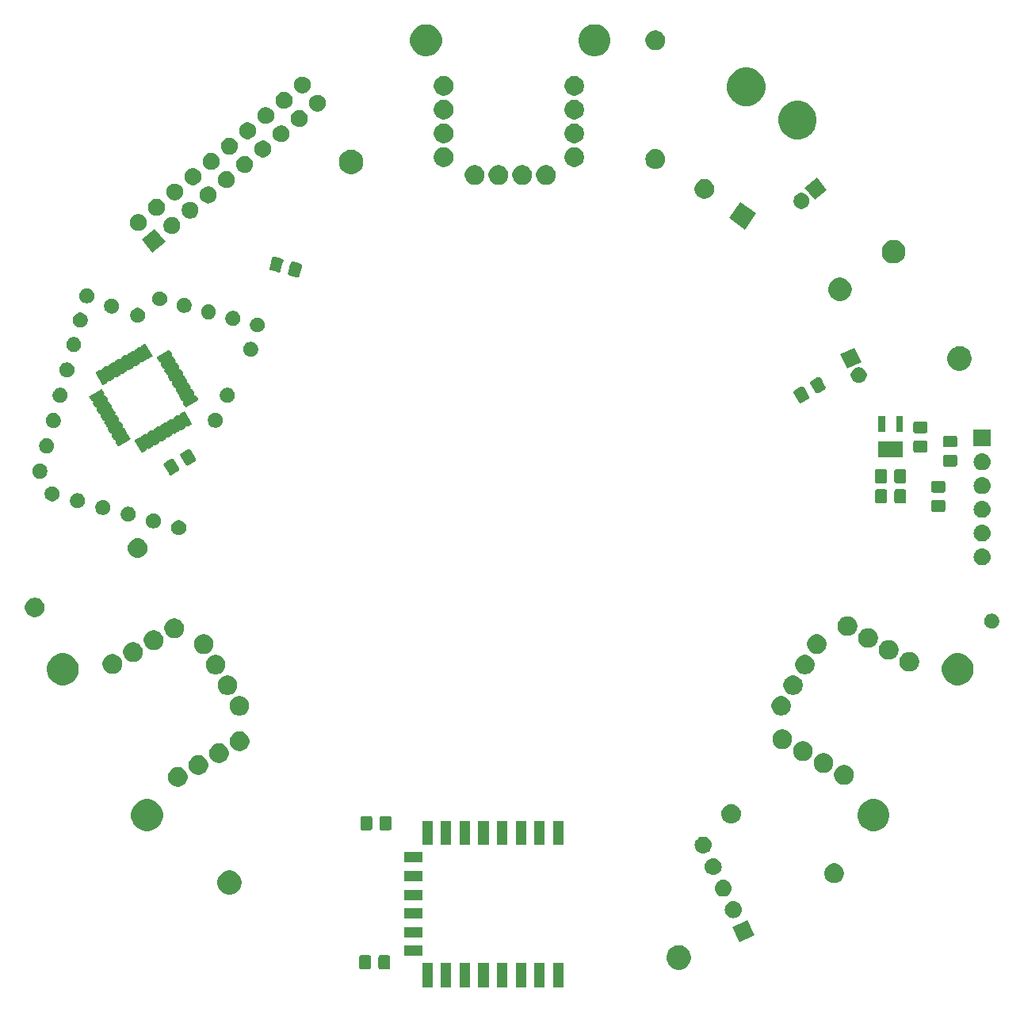
<source format=gbr>
G04 #@! TF.GenerationSoftware,KiCad,Pcbnew,(5.1.4)-1*
G04 #@! TF.CreationDate,2019-09-16T17:17:07+02:00*
G04 #@! TF.ProjectId,PixelFan,50697865-6c46-4616-9e2e-6b696361645f,rev?*
G04 #@! TF.SameCoordinates,Original*
G04 #@! TF.FileFunction,Soldermask,Top*
G04 #@! TF.FilePolarity,Negative*
%FSLAX46Y46*%
G04 Gerber Fmt 4.6, Leading zero omitted, Abs format (unit mm)*
G04 Created by KiCad (PCBNEW (5.1.4)-1) date 2019-09-16 17:17:07*
%MOMM*%
%LPD*%
G04 APERTURE LIST*
%ADD10C,0.100000*%
G04 APERTURE END LIST*
D10*
G36*
X305691000Y-291201000D02*
G01*
X304589000Y-291201000D01*
X304589000Y-288599000D01*
X305691000Y-288599000D01*
X305691000Y-291201000D01*
X305691000Y-291201000D01*
G37*
G36*
X303691000Y-291201000D02*
G01*
X302589000Y-291201000D01*
X302589000Y-288599000D01*
X303691000Y-288599000D01*
X303691000Y-291201000D01*
X303691000Y-291201000D01*
G37*
G36*
X291691000Y-291201000D02*
G01*
X290589000Y-291201000D01*
X290589000Y-288599000D01*
X291691000Y-288599000D01*
X291691000Y-291201000D01*
X291691000Y-291201000D01*
G37*
G36*
X293691000Y-291201000D02*
G01*
X292589000Y-291201000D01*
X292589000Y-288599000D01*
X293691000Y-288599000D01*
X293691000Y-291201000D01*
X293691000Y-291201000D01*
G37*
G36*
X295691000Y-291201000D02*
G01*
X294589000Y-291201000D01*
X294589000Y-288599000D01*
X295691000Y-288599000D01*
X295691000Y-291201000D01*
X295691000Y-291201000D01*
G37*
G36*
X299691000Y-291201000D02*
G01*
X298589000Y-291201000D01*
X298589000Y-288599000D01*
X299691000Y-288599000D01*
X299691000Y-291201000D01*
X299691000Y-291201000D01*
G37*
G36*
X301691000Y-291201000D02*
G01*
X300589000Y-291201000D01*
X300589000Y-288599000D01*
X301691000Y-288599000D01*
X301691000Y-291201000D01*
X301691000Y-291201000D01*
G37*
G36*
X297691000Y-291201000D02*
G01*
X296589000Y-291201000D01*
X296589000Y-288599000D01*
X297691000Y-288599000D01*
X297691000Y-291201000D01*
X297691000Y-291201000D01*
G37*
G36*
X318379487Y-286748996D02*
G01*
X318616253Y-286847068D01*
X318616255Y-286847069D01*
X318829339Y-286989447D01*
X319010553Y-287170661D01*
X319152932Y-287383747D01*
X319251004Y-287620513D01*
X319301000Y-287871861D01*
X319301000Y-288128139D01*
X319251004Y-288379487D01*
X319160078Y-288599000D01*
X319152931Y-288616255D01*
X319010553Y-288829339D01*
X318829339Y-289010553D01*
X318616255Y-289152931D01*
X318616254Y-289152932D01*
X318616253Y-289152932D01*
X318379487Y-289251004D01*
X318128139Y-289301000D01*
X317871861Y-289301000D01*
X317620513Y-289251004D01*
X317383747Y-289152932D01*
X317383746Y-289152932D01*
X317383745Y-289152931D01*
X317170661Y-289010553D01*
X316989447Y-288829339D01*
X316847069Y-288616255D01*
X316839922Y-288599000D01*
X316748996Y-288379487D01*
X316699000Y-288128139D01*
X316699000Y-287871861D01*
X316748996Y-287620513D01*
X316847068Y-287383747D01*
X316989447Y-287170661D01*
X317170661Y-286989447D01*
X317383745Y-286847069D01*
X317383747Y-286847068D01*
X317620513Y-286748996D01*
X317871861Y-286699000D01*
X318128139Y-286699000D01*
X318379487Y-286748996D01*
X318379487Y-286748996D01*
G37*
G36*
X287010674Y-287767465D02*
G01*
X287048367Y-287778899D01*
X287083103Y-287797466D01*
X287113548Y-287822452D01*
X287138534Y-287852897D01*
X287157101Y-287887633D01*
X287168535Y-287925326D01*
X287173000Y-287970661D01*
X287173000Y-289057339D01*
X287168535Y-289102674D01*
X287157101Y-289140367D01*
X287138534Y-289175103D01*
X287113548Y-289205548D01*
X287083103Y-289230534D01*
X287048367Y-289249101D01*
X287010674Y-289260535D01*
X286965339Y-289265000D01*
X286128661Y-289265000D01*
X286083326Y-289260535D01*
X286045633Y-289249101D01*
X286010897Y-289230534D01*
X285980452Y-289205548D01*
X285955466Y-289175103D01*
X285936899Y-289140367D01*
X285925465Y-289102674D01*
X285921000Y-289057339D01*
X285921000Y-287970661D01*
X285925465Y-287925326D01*
X285936899Y-287887633D01*
X285955466Y-287852897D01*
X285980452Y-287822452D01*
X286010897Y-287797466D01*
X286045633Y-287778899D01*
X286083326Y-287767465D01*
X286128661Y-287763000D01*
X286965339Y-287763000D01*
X287010674Y-287767465D01*
X287010674Y-287767465D01*
G37*
G36*
X284960674Y-287767465D02*
G01*
X284998367Y-287778899D01*
X285033103Y-287797466D01*
X285063548Y-287822452D01*
X285088534Y-287852897D01*
X285107101Y-287887633D01*
X285118535Y-287925326D01*
X285123000Y-287970661D01*
X285123000Y-289057339D01*
X285118535Y-289102674D01*
X285107101Y-289140367D01*
X285088534Y-289175103D01*
X285063548Y-289205548D01*
X285033103Y-289230534D01*
X284998367Y-289249101D01*
X284960674Y-289260535D01*
X284915339Y-289265000D01*
X284078661Y-289265000D01*
X284033326Y-289260535D01*
X283995633Y-289249101D01*
X283960897Y-289230534D01*
X283930452Y-289205548D01*
X283905466Y-289175103D01*
X283886899Y-289140367D01*
X283875465Y-289102674D01*
X283871000Y-289057339D01*
X283871000Y-287970661D01*
X283875465Y-287925326D01*
X283886899Y-287887633D01*
X283905466Y-287852897D01*
X283930452Y-287822452D01*
X283960897Y-287797466D01*
X283995633Y-287778899D01*
X284033326Y-287767465D01*
X284078661Y-287763000D01*
X284915339Y-287763000D01*
X284960674Y-287767465D01*
X284960674Y-287767465D01*
G37*
G36*
X290591000Y-287851000D02*
G01*
X288689000Y-287851000D01*
X288689000Y-286749000D01*
X290591000Y-286749000D01*
X290591000Y-287851000D01*
X290591000Y-287851000D01*
G37*
G36*
X326097362Y-285635804D02*
G01*
X324464196Y-286397362D01*
X323702638Y-284764196D01*
X325335804Y-284002638D01*
X326097362Y-285635804D01*
X326097362Y-285635804D01*
G37*
G36*
X290591000Y-285851000D02*
G01*
X288689000Y-285851000D01*
X288689000Y-284749000D01*
X290591000Y-284749000D01*
X290591000Y-285851000D01*
X290591000Y-285851000D01*
G37*
G36*
X290591000Y-283851000D02*
G01*
X288689000Y-283851000D01*
X288689000Y-282749000D01*
X290591000Y-282749000D01*
X290591000Y-283851000D01*
X290591000Y-283851000D01*
G37*
G36*
X323936993Y-282003497D02*
G01*
X324003177Y-282010015D01*
X324173016Y-282061535D01*
X324329541Y-282145200D01*
X324365279Y-282174530D01*
X324466736Y-282257792D01*
X324549998Y-282359249D01*
X324579328Y-282394987D01*
X324662993Y-282551512D01*
X324714513Y-282721351D01*
X324731909Y-282897978D01*
X324714513Y-283074605D01*
X324662993Y-283244444D01*
X324579328Y-283400969D01*
X324549998Y-283436707D01*
X324466736Y-283538164D01*
X324365279Y-283621426D01*
X324329541Y-283650756D01*
X324173016Y-283734421D01*
X324003177Y-283785941D01*
X323936992Y-283792460D01*
X323870810Y-283798978D01*
X323782290Y-283798978D01*
X323716108Y-283792460D01*
X323649923Y-283785941D01*
X323480084Y-283734421D01*
X323323559Y-283650756D01*
X323287821Y-283621426D01*
X323186364Y-283538164D01*
X323103102Y-283436707D01*
X323073772Y-283400969D01*
X322990107Y-283244444D01*
X322938587Y-283074605D01*
X322921191Y-282897978D01*
X322938587Y-282721351D01*
X322990107Y-282551512D01*
X323073772Y-282394987D01*
X323103102Y-282359249D01*
X323186364Y-282257792D01*
X323287821Y-282174530D01*
X323323559Y-282145200D01*
X323480084Y-282061535D01*
X323649923Y-282010015D01*
X323716107Y-282003497D01*
X323782290Y-281996978D01*
X323870810Y-281996978D01*
X323936993Y-282003497D01*
X323936993Y-282003497D01*
G37*
G36*
X290591000Y-281851000D02*
G01*
X288689000Y-281851000D01*
X288689000Y-280749000D01*
X290591000Y-280749000D01*
X290591000Y-281851000D01*
X290591000Y-281851000D01*
G37*
G36*
X322863541Y-279701474D02*
G01*
X322929726Y-279707993D01*
X323099565Y-279759513D01*
X323256090Y-279843178D01*
X323291040Y-279871861D01*
X323393285Y-279955770D01*
X323471437Y-280051000D01*
X323505877Y-280092965D01*
X323589542Y-280249490D01*
X323641062Y-280419329D01*
X323658458Y-280595956D01*
X323641062Y-280772583D01*
X323589542Y-280942422D01*
X323505877Y-281098947D01*
X323476547Y-281134685D01*
X323393285Y-281236142D01*
X323314254Y-281301000D01*
X323256090Y-281348734D01*
X323099565Y-281432399D01*
X322929726Y-281483919D01*
X322863542Y-281490437D01*
X322797359Y-281496956D01*
X322708839Y-281496956D01*
X322642656Y-281490437D01*
X322576472Y-281483919D01*
X322406633Y-281432399D01*
X322250108Y-281348734D01*
X322191944Y-281301000D01*
X322112913Y-281236142D01*
X322029651Y-281134685D01*
X322000321Y-281098947D01*
X321916656Y-280942422D01*
X321865136Y-280772583D01*
X321847740Y-280595956D01*
X321865136Y-280419329D01*
X321916656Y-280249490D01*
X322000321Y-280092965D01*
X322034761Y-280051000D01*
X322112913Y-279955770D01*
X322215158Y-279871861D01*
X322250108Y-279843178D01*
X322406633Y-279759513D01*
X322576472Y-279707993D01*
X322642657Y-279701474D01*
X322708839Y-279694956D01*
X322797359Y-279694956D01*
X322863541Y-279701474D01*
X322863541Y-279701474D01*
G37*
G36*
X270379487Y-278748996D02*
G01*
X270616253Y-278847068D01*
X270616255Y-278847069D01*
X270829339Y-278989447D01*
X271010553Y-279170661D01*
X271152932Y-279383747D01*
X271251004Y-279620513D01*
X271301000Y-279871861D01*
X271301000Y-280128139D01*
X271251004Y-280379487D01*
X271234500Y-280419331D01*
X271152931Y-280616255D01*
X271010553Y-280829339D01*
X270829339Y-281010553D01*
X270616255Y-281152931D01*
X270616254Y-281152932D01*
X270616253Y-281152932D01*
X270379487Y-281251004D01*
X270128139Y-281301000D01*
X269871861Y-281301000D01*
X269620513Y-281251004D01*
X269383747Y-281152932D01*
X269383746Y-281152932D01*
X269383745Y-281152931D01*
X269170661Y-281010553D01*
X268989447Y-280829339D01*
X268847069Y-280616255D01*
X268765500Y-280419331D01*
X268748996Y-280379487D01*
X268699000Y-280128139D01*
X268699000Y-279871861D01*
X268748996Y-279620513D01*
X268847068Y-279383747D01*
X268989447Y-279170661D01*
X269170661Y-278989447D01*
X269383745Y-278847069D01*
X269383747Y-278847068D01*
X269620513Y-278748996D01*
X269871861Y-278699000D01*
X270128139Y-278699000D01*
X270379487Y-278748996D01*
X270379487Y-278748996D01*
G37*
G36*
X334906564Y-277989389D02*
G01*
X335097833Y-278068615D01*
X335097835Y-278068616D01*
X335269973Y-278183635D01*
X335416365Y-278330027D01*
X335510268Y-278470562D01*
X335531385Y-278502167D01*
X335610611Y-278693436D01*
X335651000Y-278896484D01*
X335651000Y-279103516D01*
X335610611Y-279306564D01*
X335531385Y-279497833D01*
X335531384Y-279497835D01*
X335416365Y-279669973D01*
X335269973Y-279816365D01*
X335097835Y-279931384D01*
X335097834Y-279931385D01*
X335097833Y-279931385D01*
X334906564Y-280010611D01*
X334703516Y-280051000D01*
X334496484Y-280051000D01*
X334293436Y-280010611D01*
X334102167Y-279931385D01*
X334102166Y-279931385D01*
X334102165Y-279931384D01*
X333930027Y-279816365D01*
X333783635Y-279669973D01*
X333668616Y-279497835D01*
X333668615Y-279497833D01*
X333589389Y-279306564D01*
X333549000Y-279103516D01*
X333549000Y-278896484D01*
X333589389Y-278693436D01*
X333668615Y-278502167D01*
X333689733Y-278470562D01*
X333783635Y-278330027D01*
X333930027Y-278183635D01*
X334102165Y-278068616D01*
X334102167Y-278068615D01*
X334293436Y-277989389D01*
X334496484Y-277949000D01*
X334703516Y-277949000D01*
X334906564Y-277989389D01*
X334906564Y-277989389D01*
G37*
G36*
X290591000Y-279851000D02*
G01*
X288689000Y-279851000D01*
X288689000Y-278749000D01*
X290591000Y-278749000D01*
X290591000Y-279851000D01*
X290591000Y-279851000D01*
G37*
G36*
X321790092Y-277399454D02*
G01*
X321856276Y-277405972D01*
X322026115Y-277457492D01*
X322182640Y-277541157D01*
X322218378Y-277570487D01*
X322319835Y-277653749D01*
X322403097Y-277755206D01*
X322432427Y-277790944D01*
X322516092Y-277947469D01*
X322567612Y-278117308D01*
X322585008Y-278293935D01*
X322567612Y-278470562D01*
X322516092Y-278640401D01*
X322432427Y-278796926D01*
X322403097Y-278832664D01*
X322319835Y-278934121D01*
X322218378Y-279017383D01*
X322182640Y-279046713D01*
X322026115Y-279130378D01*
X321856276Y-279181898D01*
X321790092Y-279188416D01*
X321723909Y-279194935D01*
X321635389Y-279194935D01*
X321569206Y-279188416D01*
X321503022Y-279181898D01*
X321333183Y-279130378D01*
X321176658Y-279046713D01*
X321140920Y-279017383D01*
X321039463Y-278934121D01*
X320956201Y-278832664D01*
X320926871Y-278796926D01*
X320843206Y-278640401D01*
X320791686Y-278470562D01*
X320774290Y-278293935D01*
X320791686Y-278117308D01*
X320843206Y-277947469D01*
X320926871Y-277790944D01*
X320956201Y-277755206D01*
X321039463Y-277653749D01*
X321140920Y-277570487D01*
X321176658Y-277541157D01*
X321333183Y-277457492D01*
X321503022Y-277405972D01*
X321569206Y-277399454D01*
X321635389Y-277392935D01*
X321723909Y-277392935D01*
X321790092Y-277399454D01*
X321790092Y-277399454D01*
G37*
G36*
X290591000Y-277851000D02*
G01*
X288689000Y-277851000D01*
X288689000Y-276749000D01*
X290591000Y-276749000D01*
X290591000Y-277851000D01*
X290591000Y-277851000D01*
G37*
G36*
X320716640Y-275097431D02*
G01*
X320782825Y-275103950D01*
X320952664Y-275155470D01*
X321109189Y-275239135D01*
X321144927Y-275268465D01*
X321246384Y-275351727D01*
X321329646Y-275453184D01*
X321358976Y-275488922D01*
X321442641Y-275645447D01*
X321494161Y-275815286D01*
X321511557Y-275991913D01*
X321494161Y-276168540D01*
X321442641Y-276338379D01*
X321358976Y-276494904D01*
X321329646Y-276530642D01*
X321246384Y-276632099D01*
X321144927Y-276715361D01*
X321109189Y-276744691D01*
X320952664Y-276828356D01*
X320782825Y-276879876D01*
X320716641Y-276886394D01*
X320650458Y-276892913D01*
X320561938Y-276892913D01*
X320495755Y-276886394D01*
X320429571Y-276879876D01*
X320259732Y-276828356D01*
X320103207Y-276744691D01*
X320067469Y-276715361D01*
X319966012Y-276632099D01*
X319882750Y-276530642D01*
X319853420Y-276494904D01*
X319769755Y-276338379D01*
X319718235Y-276168540D01*
X319700839Y-275991913D01*
X319718235Y-275815286D01*
X319769755Y-275645447D01*
X319853420Y-275488922D01*
X319882750Y-275453184D01*
X319966012Y-275351727D01*
X320067469Y-275268465D01*
X320103207Y-275239135D01*
X320259732Y-275155470D01*
X320429571Y-275103950D01*
X320495756Y-275097431D01*
X320561938Y-275090913D01*
X320650458Y-275090913D01*
X320716640Y-275097431D01*
X320716640Y-275097431D01*
G37*
G36*
X303691000Y-276001000D02*
G01*
X302589000Y-276001000D01*
X302589000Y-273399000D01*
X303691000Y-273399000D01*
X303691000Y-276001000D01*
X303691000Y-276001000D01*
G37*
G36*
X301691000Y-276001000D02*
G01*
X300589000Y-276001000D01*
X300589000Y-273399000D01*
X301691000Y-273399000D01*
X301691000Y-276001000D01*
X301691000Y-276001000D01*
G37*
G36*
X299691000Y-276001000D02*
G01*
X298589000Y-276001000D01*
X298589000Y-273399000D01*
X299691000Y-273399000D01*
X299691000Y-276001000D01*
X299691000Y-276001000D01*
G37*
G36*
X297691000Y-276001000D02*
G01*
X296589000Y-276001000D01*
X296589000Y-273399000D01*
X297691000Y-273399000D01*
X297691000Y-276001000D01*
X297691000Y-276001000D01*
G37*
G36*
X293691000Y-276001000D02*
G01*
X292589000Y-276001000D01*
X292589000Y-273399000D01*
X293691000Y-273399000D01*
X293691000Y-276001000D01*
X293691000Y-276001000D01*
G37*
G36*
X291691000Y-276001000D02*
G01*
X290589000Y-276001000D01*
X290589000Y-273399000D01*
X291691000Y-273399000D01*
X291691000Y-276001000D01*
X291691000Y-276001000D01*
G37*
G36*
X305691000Y-276001000D02*
G01*
X304589000Y-276001000D01*
X304589000Y-273399000D01*
X305691000Y-273399000D01*
X305691000Y-276001000D01*
X305691000Y-276001000D01*
G37*
G36*
X295691000Y-276001000D02*
G01*
X294589000Y-276001000D01*
X294589000Y-273399000D01*
X295691000Y-273399000D01*
X295691000Y-276001000D01*
X295691000Y-276001000D01*
G37*
G36*
X339297432Y-271158597D02*
G01*
X339606994Y-271286822D01*
X339606995Y-271286823D01*
X339885594Y-271472976D01*
X340122523Y-271709905D01*
X340246907Y-271896059D01*
X340308677Y-271988505D01*
X340436902Y-272298067D01*
X340502270Y-272626694D01*
X340502270Y-272961764D01*
X340436902Y-273290391D01*
X340308677Y-273599953D01*
X340246907Y-273692399D01*
X340122523Y-273878553D01*
X339885594Y-274115482D01*
X339778671Y-274186925D01*
X339606994Y-274301636D01*
X339297432Y-274429861D01*
X338968805Y-274495229D01*
X338633735Y-274495229D01*
X338305108Y-274429861D01*
X337995546Y-274301636D01*
X337823869Y-274186925D01*
X337716946Y-274115482D01*
X337480017Y-273878553D01*
X337355633Y-273692399D01*
X337293863Y-273599953D01*
X337165638Y-273290391D01*
X337100270Y-272961764D01*
X337100270Y-272626694D01*
X337165638Y-272298067D01*
X337293863Y-271988505D01*
X337355633Y-271896059D01*
X337480017Y-271709905D01*
X337716946Y-271472976D01*
X337995545Y-271286823D01*
X337995546Y-271286822D01*
X338305108Y-271158597D01*
X338633735Y-271093229D01*
X338968805Y-271093229D01*
X339297432Y-271158597D01*
X339297432Y-271158597D01*
G37*
G36*
X261694892Y-271158597D02*
G01*
X262004454Y-271286822D01*
X262004455Y-271286823D01*
X262283054Y-271472976D01*
X262519983Y-271709905D01*
X262644367Y-271896059D01*
X262706137Y-271988505D01*
X262834362Y-272298067D01*
X262899730Y-272626694D01*
X262899730Y-272961764D01*
X262834362Y-273290391D01*
X262706137Y-273599953D01*
X262644367Y-273692399D01*
X262519983Y-273878553D01*
X262283054Y-274115482D01*
X262176131Y-274186925D01*
X262004454Y-274301636D01*
X261694892Y-274429861D01*
X261366265Y-274495229D01*
X261031195Y-274495229D01*
X260702568Y-274429861D01*
X260393006Y-274301636D01*
X260221329Y-274186925D01*
X260114406Y-274115482D01*
X259877477Y-273878553D01*
X259753093Y-273692399D01*
X259691323Y-273599953D01*
X259563098Y-273290391D01*
X259497730Y-272961764D01*
X259497730Y-272626694D01*
X259563098Y-272298067D01*
X259691323Y-271988505D01*
X259753093Y-271896059D01*
X259877477Y-271709905D01*
X260114406Y-271472976D01*
X260393005Y-271286823D01*
X260393006Y-271286822D01*
X260702568Y-271158597D01*
X261031195Y-271093229D01*
X261366265Y-271093229D01*
X261694892Y-271158597D01*
X261694892Y-271158597D01*
G37*
G36*
X287137674Y-272908465D02*
G01*
X287175367Y-272919899D01*
X287210103Y-272938466D01*
X287240548Y-272963452D01*
X287265534Y-272993897D01*
X287284101Y-273028633D01*
X287295535Y-273066326D01*
X287300000Y-273111661D01*
X287300000Y-274198339D01*
X287295535Y-274243674D01*
X287284101Y-274281367D01*
X287265534Y-274316103D01*
X287240548Y-274346548D01*
X287210103Y-274371534D01*
X287175367Y-274390101D01*
X287137674Y-274401535D01*
X287092339Y-274406000D01*
X286255661Y-274406000D01*
X286210326Y-274401535D01*
X286172633Y-274390101D01*
X286137897Y-274371534D01*
X286107452Y-274346548D01*
X286082466Y-274316103D01*
X286063899Y-274281367D01*
X286052465Y-274243674D01*
X286048000Y-274198339D01*
X286048000Y-273111661D01*
X286052465Y-273066326D01*
X286063899Y-273028633D01*
X286082466Y-272993897D01*
X286107452Y-272963452D01*
X286137897Y-272938466D01*
X286172633Y-272919899D01*
X286210326Y-272908465D01*
X286255661Y-272904000D01*
X287092339Y-272904000D01*
X287137674Y-272908465D01*
X287137674Y-272908465D01*
G37*
G36*
X285087674Y-272908465D02*
G01*
X285125367Y-272919899D01*
X285160103Y-272938466D01*
X285190548Y-272963452D01*
X285215534Y-272993897D01*
X285234101Y-273028633D01*
X285245535Y-273066326D01*
X285250000Y-273111661D01*
X285250000Y-274198339D01*
X285245535Y-274243674D01*
X285234101Y-274281367D01*
X285215534Y-274316103D01*
X285190548Y-274346548D01*
X285160103Y-274371534D01*
X285125367Y-274390101D01*
X285087674Y-274401535D01*
X285042339Y-274406000D01*
X284205661Y-274406000D01*
X284160326Y-274401535D01*
X284122633Y-274390101D01*
X284087897Y-274371534D01*
X284057452Y-274346548D01*
X284032466Y-274316103D01*
X284013899Y-274281367D01*
X284002465Y-274243674D01*
X283998000Y-274198339D01*
X283998000Y-273111661D01*
X284002465Y-273066326D01*
X284013899Y-273028633D01*
X284032466Y-272993897D01*
X284057452Y-272963452D01*
X284087897Y-272938466D01*
X284122633Y-272919899D01*
X284160326Y-272908465D01*
X284205661Y-272904000D01*
X285042339Y-272904000D01*
X285087674Y-272908465D01*
X285087674Y-272908465D01*
G37*
G36*
X323704574Y-271604069D02*
G01*
X323807509Y-271614207D01*
X324005623Y-271674305D01*
X324005626Y-271674306D01*
X324102452Y-271726061D01*
X324188206Y-271771897D01*
X324348242Y-271903235D01*
X324479580Y-272063271D01*
X324525416Y-272149025D01*
X324577171Y-272245851D01*
X324577172Y-272245854D01*
X324637270Y-272443968D01*
X324657562Y-272650000D01*
X324637270Y-272856032D01*
X324586025Y-273024962D01*
X324577171Y-273054149D01*
X324570662Y-273066326D01*
X324479580Y-273236729D01*
X324348242Y-273396765D01*
X324188206Y-273528103D01*
X324102452Y-273573939D01*
X324005626Y-273625694D01*
X324005623Y-273625695D01*
X323807509Y-273685793D01*
X323704574Y-273695931D01*
X323653108Y-273701000D01*
X323549846Y-273701000D01*
X323498380Y-273695931D01*
X323395445Y-273685793D01*
X323197331Y-273625695D01*
X323197328Y-273625694D01*
X323100502Y-273573939D01*
X323014748Y-273528103D01*
X322854712Y-273396765D01*
X322723374Y-273236729D01*
X322632292Y-273066326D01*
X322625783Y-273054149D01*
X322616929Y-273024962D01*
X322565684Y-272856032D01*
X322545392Y-272650000D01*
X322565684Y-272443968D01*
X322625782Y-272245854D01*
X322625783Y-272245851D01*
X322677538Y-272149025D01*
X322723374Y-272063271D01*
X322854712Y-271903235D01*
X323014748Y-271771897D01*
X323100502Y-271726061D01*
X323197328Y-271674306D01*
X323197331Y-271674305D01*
X323395445Y-271614207D01*
X323498380Y-271604069D01*
X323549846Y-271599000D01*
X323653108Y-271599000D01*
X323704574Y-271604069D01*
X323704574Y-271604069D01*
G37*
G36*
X264786498Y-267706830D02*
G01*
X264977767Y-267786056D01*
X264977769Y-267786057D01*
X265019051Y-267813641D01*
X265149907Y-267901076D01*
X265296299Y-268047468D01*
X265411319Y-268219608D01*
X265490545Y-268410877D01*
X265530934Y-268613925D01*
X265530934Y-268820957D01*
X265490545Y-269024005D01*
X265411319Y-269215274D01*
X265411318Y-269215276D01*
X265296299Y-269387414D01*
X265149907Y-269533806D01*
X264977769Y-269648825D01*
X264977768Y-269648826D01*
X264977767Y-269648826D01*
X264786498Y-269728052D01*
X264583450Y-269768441D01*
X264376418Y-269768441D01*
X264173370Y-269728052D01*
X263982101Y-269648826D01*
X263982100Y-269648826D01*
X263982099Y-269648825D01*
X263809961Y-269533806D01*
X263663569Y-269387414D01*
X263548550Y-269215276D01*
X263548549Y-269215274D01*
X263469323Y-269024005D01*
X263428934Y-268820957D01*
X263428934Y-268613925D01*
X263469323Y-268410877D01*
X263548549Y-268219608D01*
X263663569Y-268047468D01*
X263809961Y-267901076D01*
X263940817Y-267813641D01*
X263982099Y-267786057D01*
X263982101Y-267786056D01*
X264173370Y-267706830D01*
X264376418Y-267666441D01*
X264583450Y-267666441D01*
X264786498Y-267706830D01*
X264786498Y-267706830D01*
G37*
G36*
X335961630Y-267473003D02*
G01*
X336149823Y-267550955D01*
X336152901Y-267552230D01*
X336325039Y-267667249D01*
X336471431Y-267813641D01*
X336559387Y-267945276D01*
X336586451Y-267985781D01*
X336665677Y-268177050D01*
X336706066Y-268380098D01*
X336706066Y-268587130D01*
X336665677Y-268790178D01*
X336586451Y-268981447D01*
X336586450Y-268981449D01*
X336471431Y-269153587D01*
X336325039Y-269299979D01*
X336152901Y-269414998D01*
X336152900Y-269414999D01*
X336152899Y-269414999D01*
X335961630Y-269494225D01*
X335758582Y-269534614D01*
X335551550Y-269534614D01*
X335348502Y-269494225D01*
X335157233Y-269414999D01*
X335157232Y-269414999D01*
X335157231Y-269414998D01*
X334985093Y-269299979D01*
X334838701Y-269153587D01*
X334723682Y-268981449D01*
X334723681Y-268981447D01*
X334644455Y-268790178D01*
X334604066Y-268587130D01*
X334604066Y-268380098D01*
X334644455Y-268177050D01*
X334723681Y-267985781D01*
X334750746Y-267945276D01*
X334838701Y-267813641D01*
X334985093Y-267667249D01*
X335157231Y-267552230D01*
X335160309Y-267550955D01*
X335348502Y-267473003D01*
X335551550Y-267432614D01*
X335758582Y-267432614D01*
X335961630Y-267473003D01*
X335961630Y-267473003D01*
G37*
G36*
X266986203Y-266436830D02*
G01*
X267177472Y-266516056D01*
X267177474Y-266516057D01*
X267218756Y-266543641D01*
X267349612Y-266631076D01*
X267496004Y-266777468D01*
X267611024Y-266949608D01*
X267690250Y-267140877D01*
X267730639Y-267343925D01*
X267730639Y-267550957D01*
X267690250Y-267754005D01*
X267629331Y-267901076D01*
X267611023Y-267945276D01*
X267496004Y-268117414D01*
X267349612Y-268263806D01*
X267177474Y-268378825D01*
X267177473Y-268378826D01*
X267177472Y-268378826D01*
X266986203Y-268458052D01*
X266783155Y-268498441D01*
X266576123Y-268498441D01*
X266373075Y-268458052D01*
X266181806Y-268378826D01*
X266181805Y-268378826D01*
X266181804Y-268378825D01*
X266009666Y-268263806D01*
X265863274Y-268117414D01*
X265748255Y-267945276D01*
X265729947Y-267901076D01*
X265669028Y-267754005D01*
X265628639Y-267550957D01*
X265628639Y-267343925D01*
X265669028Y-267140877D01*
X265748254Y-266949608D01*
X265863274Y-266777468D01*
X266009666Y-266631076D01*
X266140522Y-266543641D01*
X266181804Y-266516057D01*
X266181806Y-266516056D01*
X266373075Y-266436830D01*
X266576123Y-266396441D01*
X266783155Y-266396441D01*
X266986203Y-266436830D01*
X266986203Y-266436830D01*
G37*
G36*
X333761925Y-266203003D02*
G01*
X333950118Y-266280955D01*
X333953196Y-266282230D01*
X334125334Y-266397249D01*
X334271726Y-266543641D01*
X334359682Y-266675276D01*
X334386746Y-266715781D01*
X334465972Y-266907050D01*
X334506361Y-267110098D01*
X334506361Y-267317130D01*
X334465972Y-267520178D01*
X334405388Y-267666441D01*
X334386745Y-267711449D01*
X334271726Y-267883587D01*
X334125334Y-268029979D01*
X333953196Y-268144998D01*
X333953195Y-268144999D01*
X333953194Y-268144999D01*
X333761925Y-268224225D01*
X333558877Y-268264614D01*
X333351845Y-268264614D01*
X333148797Y-268224225D01*
X332957528Y-268144999D01*
X332957527Y-268144999D01*
X332957526Y-268144998D01*
X332785388Y-268029979D01*
X332638996Y-267883587D01*
X332523977Y-267711449D01*
X332505334Y-267666441D01*
X332444750Y-267520178D01*
X332404361Y-267317130D01*
X332404361Y-267110098D01*
X332444750Y-266907050D01*
X332523976Y-266715781D01*
X332551041Y-266675276D01*
X332638996Y-266543641D01*
X332785388Y-266397249D01*
X332957526Y-266282230D01*
X332960604Y-266280955D01*
X333148797Y-266203003D01*
X333351845Y-266162614D01*
X333558877Y-266162614D01*
X333761925Y-266203003D01*
X333761925Y-266203003D01*
G37*
G36*
X269185907Y-265166830D02*
G01*
X269377176Y-265246056D01*
X269377178Y-265246057D01*
X269418460Y-265273641D01*
X269549316Y-265361076D01*
X269695708Y-265507468D01*
X269810728Y-265679608D01*
X269889954Y-265870877D01*
X269930343Y-266073925D01*
X269930343Y-266280957D01*
X269889954Y-266484005D01*
X269829035Y-266631076D01*
X269810727Y-266675276D01*
X269695708Y-266847414D01*
X269549316Y-266993806D01*
X269377178Y-267108825D01*
X269377177Y-267108826D01*
X269377176Y-267108826D01*
X269185907Y-267188052D01*
X268982859Y-267228441D01*
X268775827Y-267228441D01*
X268572779Y-267188052D01*
X268381510Y-267108826D01*
X268381509Y-267108826D01*
X268381508Y-267108825D01*
X268209370Y-266993806D01*
X268062978Y-266847414D01*
X267947959Y-266675276D01*
X267929651Y-266631076D01*
X267868732Y-266484005D01*
X267828343Y-266280957D01*
X267828343Y-266073925D01*
X267868732Y-265870877D01*
X267947958Y-265679608D01*
X268062978Y-265507468D01*
X268209370Y-265361076D01*
X268340226Y-265273641D01*
X268381508Y-265246057D01*
X268381510Y-265246056D01*
X268572779Y-265166830D01*
X268775827Y-265126441D01*
X268982859Y-265126441D01*
X269185907Y-265166830D01*
X269185907Y-265166830D01*
G37*
G36*
X331562221Y-264933003D02*
G01*
X331750414Y-265010955D01*
X331753492Y-265012230D01*
X331925630Y-265127249D01*
X332072022Y-265273641D01*
X332159978Y-265405276D01*
X332187042Y-265445781D01*
X332266268Y-265637050D01*
X332306657Y-265840098D01*
X332306657Y-266047130D01*
X332266268Y-266250178D01*
X332205684Y-266396441D01*
X332187041Y-266441449D01*
X332072022Y-266613587D01*
X331925630Y-266759979D01*
X331753492Y-266874998D01*
X331753491Y-266874999D01*
X331753490Y-266874999D01*
X331562221Y-266954225D01*
X331359173Y-266994614D01*
X331152141Y-266994614D01*
X330949093Y-266954225D01*
X330757824Y-266874999D01*
X330757823Y-266874999D01*
X330757822Y-266874998D01*
X330585684Y-266759979D01*
X330439292Y-266613587D01*
X330324273Y-266441449D01*
X330305630Y-266396441D01*
X330245046Y-266250178D01*
X330204657Y-266047130D01*
X330204657Y-265840098D01*
X330245046Y-265637050D01*
X330324272Y-265445781D01*
X330351337Y-265405276D01*
X330439292Y-265273641D01*
X330585684Y-265127249D01*
X330757822Y-265012230D01*
X330760900Y-265010955D01*
X330949093Y-264933003D01*
X331152141Y-264892614D01*
X331359173Y-264892614D01*
X331562221Y-264933003D01*
X331562221Y-264933003D01*
G37*
G36*
X271385612Y-263896830D02*
G01*
X271576881Y-263976056D01*
X271576883Y-263976057D01*
X271618165Y-264003641D01*
X271749021Y-264091076D01*
X271895413Y-264237468D01*
X272010433Y-264409608D01*
X272089659Y-264600877D01*
X272130048Y-264803925D01*
X272130048Y-265010957D01*
X272089659Y-265214005D01*
X272028740Y-265361076D01*
X272010432Y-265405276D01*
X271895413Y-265577414D01*
X271749021Y-265723806D01*
X271576883Y-265838825D01*
X271576882Y-265838826D01*
X271576881Y-265838826D01*
X271385612Y-265918052D01*
X271182564Y-265958441D01*
X270975532Y-265958441D01*
X270772484Y-265918052D01*
X270581215Y-265838826D01*
X270581214Y-265838826D01*
X270581213Y-265838825D01*
X270409075Y-265723806D01*
X270262683Y-265577414D01*
X270147664Y-265405276D01*
X270129356Y-265361076D01*
X270068437Y-265214005D01*
X270028048Y-265010957D01*
X270028048Y-264803925D01*
X270068437Y-264600877D01*
X270147663Y-264409608D01*
X270262683Y-264237468D01*
X270409075Y-264091076D01*
X270539931Y-264003641D01*
X270581213Y-263976057D01*
X270581215Y-263976056D01*
X270772484Y-263896830D01*
X270975532Y-263856441D01*
X271182564Y-263856441D01*
X271385612Y-263896830D01*
X271385612Y-263896830D01*
G37*
G36*
X329362516Y-263663003D02*
G01*
X329553785Y-263742229D01*
X329553787Y-263742230D01*
X329724716Y-263856441D01*
X329725925Y-263857249D01*
X329872317Y-264003641D01*
X329987337Y-264175781D01*
X330066563Y-264367050D01*
X330106952Y-264570098D01*
X330106952Y-264777130D01*
X330066563Y-264980178D01*
X330005979Y-265126441D01*
X329987336Y-265171449D01*
X329872317Y-265343587D01*
X329725925Y-265489979D01*
X329553787Y-265604998D01*
X329553786Y-265604999D01*
X329553785Y-265604999D01*
X329362516Y-265684225D01*
X329159468Y-265724614D01*
X328952436Y-265724614D01*
X328749388Y-265684225D01*
X328558119Y-265604999D01*
X328558118Y-265604999D01*
X328558117Y-265604998D01*
X328385979Y-265489979D01*
X328239587Y-265343587D01*
X328124568Y-265171449D01*
X328105925Y-265126441D01*
X328045341Y-264980178D01*
X328004952Y-264777130D01*
X328004952Y-264570098D01*
X328045341Y-264367050D01*
X328124567Y-264175781D01*
X328239587Y-264003641D01*
X328385979Y-263857249D01*
X328387188Y-263856441D01*
X328558117Y-263742230D01*
X328558119Y-263742229D01*
X328749388Y-263663003D01*
X328952436Y-263622614D01*
X329159468Y-263622614D01*
X329362516Y-263663003D01*
X329362516Y-263663003D01*
G37*
G36*
X271372400Y-260093946D02*
G01*
X271563669Y-260173172D01*
X271563671Y-260173173D01*
X271735809Y-260288192D01*
X271882201Y-260434584D01*
X271997221Y-260606724D01*
X272076447Y-260797993D01*
X272116836Y-261001041D01*
X272116836Y-261208073D01*
X272076447Y-261411121D01*
X271997221Y-261602390D01*
X271997220Y-261602392D01*
X271882201Y-261774530D01*
X271735809Y-261920922D01*
X271563671Y-262035941D01*
X271563670Y-262035942D01*
X271563669Y-262035942D01*
X271372400Y-262115168D01*
X271169352Y-262155557D01*
X270962320Y-262155557D01*
X270759272Y-262115168D01*
X270568003Y-262035942D01*
X270568002Y-262035942D01*
X270568001Y-262035941D01*
X270395863Y-261920922D01*
X270249471Y-261774530D01*
X270134452Y-261602392D01*
X270134451Y-261602390D01*
X270055225Y-261411121D01*
X270014836Y-261208073D01*
X270014836Y-261001041D01*
X270055225Y-260797993D01*
X270134451Y-260606724D01*
X270249471Y-260434584D01*
X270395863Y-260288192D01*
X270568001Y-260173173D01*
X270568003Y-260173172D01*
X270759272Y-260093946D01*
X270962320Y-260053557D01*
X271169352Y-260053557D01*
X271372400Y-260093946D01*
X271372400Y-260093946D01*
G37*
G36*
X329240728Y-260093946D02*
G01*
X329431997Y-260173172D01*
X329431999Y-260173173D01*
X329604137Y-260288192D01*
X329750529Y-260434584D01*
X329865549Y-260606724D01*
X329944775Y-260797993D01*
X329985164Y-261001041D01*
X329985164Y-261208073D01*
X329944775Y-261411121D01*
X329865549Y-261602390D01*
X329865548Y-261602392D01*
X329750529Y-261774530D01*
X329604137Y-261920922D01*
X329431999Y-262035941D01*
X329431998Y-262035942D01*
X329431997Y-262035942D01*
X329240728Y-262115168D01*
X329037680Y-262155557D01*
X328830648Y-262155557D01*
X328627600Y-262115168D01*
X328436331Y-262035942D01*
X328436330Y-262035942D01*
X328436329Y-262035941D01*
X328264191Y-261920922D01*
X328117799Y-261774530D01*
X328002780Y-261602392D01*
X328002779Y-261602390D01*
X327923553Y-261411121D01*
X327883164Y-261208073D01*
X327883164Y-261001041D01*
X327923553Y-260797993D01*
X328002779Y-260606724D01*
X328117799Y-260434584D01*
X328264191Y-260288192D01*
X328436329Y-260173173D01*
X328436331Y-260173172D01*
X328627600Y-260093946D01*
X328830648Y-260053557D01*
X329037680Y-260053557D01*
X329240728Y-260093946D01*
X329240728Y-260093946D01*
G37*
G36*
X330510728Y-257894241D02*
G01*
X330701997Y-257973467D01*
X330701999Y-257973468D01*
X330874137Y-258088487D01*
X331020529Y-258234879D01*
X331057423Y-258290094D01*
X331135549Y-258407019D01*
X331214775Y-258598288D01*
X331255164Y-258801336D01*
X331255164Y-259008368D01*
X331214775Y-259211416D01*
X331135549Y-259402685D01*
X331135548Y-259402687D01*
X331020529Y-259574825D01*
X330874137Y-259721217D01*
X330701999Y-259836236D01*
X330701998Y-259836237D01*
X330701997Y-259836237D01*
X330510728Y-259915463D01*
X330307680Y-259955852D01*
X330100648Y-259955852D01*
X329897600Y-259915463D01*
X329706331Y-259836237D01*
X329706330Y-259836237D01*
X329706329Y-259836236D01*
X329534191Y-259721217D01*
X329387799Y-259574825D01*
X329272780Y-259402687D01*
X329272779Y-259402685D01*
X329193553Y-259211416D01*
X329153164Y-259008368D01*
X329153164Y-258801336D01*
X329193553Y-258598288D01*
X329272779Y-258407019D01*
X329350906Y-258290094D01*
X329387799Y-258234879D01*
X329534191Y-258088487D01*
X329706329Y-257973468D01*
X329706331Y-257973467D01*
X329897600Y-257894241D01*
X330100648Y-257853852D01*
X330307680Y-257853852D01*
X330510728Y-257894241D01*
X330510728Y-257894241D01*
G37*
G36*
X270102400Y-257894241D02*
G01*
X270293669Y-257973467D01*
X270293671Y-257973468D01*
X270465809Y-258088487D01*
X270612201Y-258234879D01*
X270649095Y-258290094D01*
X270727221Y-258407019D01*
X270806447Y-258598288D01*
X270846836Y-258801336D01*
X270846836Y-259008368D01*
X270806447Y-259211416D01*
X270727221Y-259402685D01*
X270727220Y-259402687D01*
X270612201Y-259574825D01*
X270465809Y-259721217D01*
X270293671Y-259836236D01*
X270293670Y-259836237D01*
X270293669Y-259836237D01*
X270102400Y-259915463D01*
X269899352Y-259955852D01*
X269692320Y-259955852D01*
X269489272Y-259915463D01*
X269298003Y-259836237D01*
X269298002Y-259836237D01*
X269298001Y-259836236D01*
X269125863Y-259721217D01*
X268979471Y-259574825D01*
X268864452Y-259402687D01*
X268864451Y-259402685D01*
X268785225Y-259211416D01*
X268744836Y-259008368D01*
X268744836Y-258801336D01*
X268785225Y-258598288D01*
X268864451Y-258407019D01*
X268942578Y-258290094D01*
X268979471Y-258234879D01*
X269125863Y-258088487D01*
X269298001Y-257973468D01*
X269298003Y-257973467D01*
X269489272Y-257894241D01*
X269692320Y-257853852D01*
X269899352Y-257853852D01*
X270102400Y-257894241D01*
X270102400Y-257894241D01*
G37*
G36*
X252694892Y-255570139D02*
G01*
X253004454Y-255698364D01*
X253004455Y-255698365D01*
X253283054Y-255884518D01*
X253519983Y-256121447D01*
X253577358Y-256207315D01*
X253706137Y-256400047D01*
X253834362Y-256709609D01*
X253899730Y-257038236D01*
X253899730Y-257373306D01*
X253834362Y-257701933D01*
X253706137Y-258011495D01*
X253706136Y-258011496D01*
X253519983Y-258290095D01*
X253283054Y-258527024D01*
X253176399Y-258598288D01*
X253004454Y-258713178D01*
X252694892Y-258841403D01*
X252366265Y-258906771D01*
X252031195Y-258906771D01*
X251702568Y-258841403D01*
X251393006Y-258713178D01*
X251221061Y-258598288D01*
X251114406Y-258527024D01*
X250877477Y-258290095D01*
X250691324Y-258011496D01*
X250691323Y-258011495D01*
X250563098Y-257701933D01*
X250497730Y-257373306D01*
X250497730Y-257038236D01*
X250563098Y-256709609D01*
X250691323Y-256400047D01*
X250820102Y-256207315D01*
X250877477Y-256121447D01*
X251114406Y-255884518D01*
X251393005Y-255698365D01*
X251393006Y-255698364D01*
X251702568Y-255570139D01*
X252031195Y-255504771D01*
X252366265Y-255504771D01*
X252694892Y-255570139D01*
X252694892Y-255570139D01*
G37*
G36*
X348297432Y-255570139D02*
G01*
X348606994Y-255698364D01*
X348606995Y-255698365D01*
X348885594Y-255884518D01*
X349122523Y-256121447D01*
X349179898Y-256207315D01*
X349308677Y-256400047D01*
X349436902Y-256709609D01*
X349502270Y-257038236D01*
X349502270Y-257373306D01*
X349436902Y-257701933D01*
X349308677Y-258011495D01*
X349308676Y-258011496D01*
X349122523Y-258290095D01*
X348885594Y-258527024D01*
X348778939Y-258598288D01*
X348606994Y-258713178D01*
X348297432Y-258841403D01*
X347968805Y-258906771D01*
X347633735Y-258906771D01*
X347305108Y-258841403D01*
X346995546Y-258713178D01*
X346823601Y-258598288D01*
X346716946Y-258527024D01*
X346480017Y-258290095D01*
X346293864Y-258011496D01*
X346293863Y-258011495D01*
X346165638Y-257701933D01*
X346100270Y-257373306D01*
X346100270Y-257038236D01*
X346165638Y-256709609D01*
X346293863Y-256400047D01*
X346422642Y-256207315D01*
X346480017Y-256121447D01*
X346716946Y-255884518D01*
X346995545Y-255698365D01*
X346995546Y-255698364D01*
X347305108Y-255570139D01*
X347633735Y-255504771D01*
X347968805Y-255504771D01*
X348297432Y-255570139D01*
X348297432Y-255570139D01*
G37*
G36*
X268832400Y-255694537D02*
G01*
X269023669Y-255773763D01*
X269023671Y-255773764D01*
X269195809Y-255888783D01*
X269342201Y-256035175D01*
X269411275Y-256138551D01*
X269457221Y-256207315D01*
X269536447Y-256398584D01*
X269576836Y-256601632D01*
X269576836Y-256808664D01*
X269536447Y-257011712D01*
X269485703Y-257134219D01*
X269457220Y-257202983D01*
X269342201Y-257375121D01*
X269195809Y-257521513D01*
X269023671Y-257636532D01*
X269023670Y-257636533D01*
X269023669Y-257636533D01*
X268832400Y-257715759D01*
X268629352Y-257756148D01*
X268422320Y-257756148D01*
X268219272Y-257715759D01*
X268028003Y-257636533D01*
X268028002Y-257636533D01*
X268028001Y-257636532D01*
X267855863Y-257521513D01*
X267709471Y-257375121D01*
X267594452Y-257202983D01*
X267565969Y-257134219D01*
X267515225Y-257011712D01*
X267474836Y-256808664D01*
X267474836Y-256601632D01*
X267515225Y-256398584D01*
X267594451Y-256207315D01*
X267640398Y-256138551D01*
X267709471Y-256035175D01*
X267855863Y-255888783D01*
X268028001Y-255773764D01*
X268028003Y-255773763D01*
X268219272Y-255694537D01*
X268422320Y-255654148D01*
X268629352Y-255654148D01*
X268832400Y-255694537D01*
X268832400Y-255694537D01*
G37*
G36*
X331780728Y-255694537D02*
G01*
X331971997Y-255773763D01*
X331971999Y-255773764D01*
X332144137Y-255888783D01*
X332290529Y-256035175D01*
X332359603Y-256138551D01*
X332405549Y-256207315D01*
X332484775Y-256398584D01*
X332525164Y-256601632D01*
X332525164Y-256808664D01*
X332484775Y-257011712D01*
X332434031Y-257134219D01*
X332405548Y-257202983D01*
X332290529Y-257375121D01*
X332144137Y-257521513D01*
X331971999Y-257636532D01*
X331971998Y-257636533D01*
X331971997Y-257636533D01*
X331780728Y-257715759D01*
X331577680Y-257756148D01*
X331370648Y-257756148D01*
X331167600Y-257715759D01*
X330976331Y-257636533D01*
X330976330Y-257636533D01*
X330976329Y-257636532D01*
X330804191Y-257521513D01*
X330657799Y-257375121D01*
X330542780Y-257202983D01*
X330514297Y-257134219D01*
X330463553Y-257011712D01*
X330423164Y-256808664D01*
X330423164Y-256601632D01*
X330463553Y-256398584D01*
X330542779Y-256207315D01*
X330588726Y-256138551D01*
X330657799Y-256035175D01*
X330804191Y-255888783D01*
X330976329Y-255773764D01*
X330976331Y-255773763D01*
X331167600Y-255694537D01*
X331370648Y-255654148D01*
X331577680Y-255654148D01*
X331780728Y-255694537D01*
X331780728Y-255694537D01*
G37*
G36*
X257811498Y-255625775D02*
G01*
X257986746Y-255698365D01*
X258002769Y-255705002D01*
X258148733Y-255802532D01*
X258174907Y-255820021D01*
X258321299Y-255966413D01*
X258436319Y-256138553D01*
X258515545Y-256329822D01*
X258555934Y-256532870D01*
X258555934Y-256739902D01*
X258515545Y-256942950D01*
X258436319Y-257134219D01*
X258436318Y-257134221D01*
X258321299Y-257306359D01*
X258174907Y-257452751D01*
X258002769Y-257567770D01*
X258002768Y-257567771D01*
X258002767Y-257567771D01*
X257811498Y-257646997D01*
X257608450Y-257687386D01*
X257401418Y-257687386D01*
X257198370Y-257646997D01*
X257007101Y-257567771D01*
X257007100Y-257567771D01*
X257007099Y-257567770D01*
X256834961Y-257452751D01*
X256688569Y-257306359D01*
X256573550Y-257134221D01*
X256573549Y-257134219D01*
X256494323Y-256942950D01*
X256453934Y-256739902D01*
X256453934Y-256532870D01*
X256494323Y-256329822D01*
X256573549Y-256138553D01*
X256688569Y-255966413D01*
X256834961Y-255820021D01*
X256861135Y-255802532D01*
X257007099Y-255705002D01*
X257023122Y-255698365D01*
X257198370Y-255625775D01*
X257401418Y-255585386D01*
X257608450Y-255585386D01*
X257811498Y-255625775D01*
X257811498Y-255625775D01*
G37*
G36*
X342936630Y-255391948D02*
G01*
X343124823Y-255469900D01*
X343127901Y-255471175D01*
X343300039Y-255586194D01*
X343446431Y-255732586D01*
X343550799Y-255888783D01*
X343561451Y-255904726D01*
X343640677Y-256095995D01*
X343681066Y-256299043D01*
X343681066Y-256506075D01*
X343640677Y-256709123D01*
X343599446Y-256808664D01*
X343561450Y-256900394D01*
X343446431Y-257072532D01*
X343300039Y-257218924D01*
X343127901Y-257333943D01*
X343127900Y-257333944D01*
X343127899Y-257333944D01*
X342936630Y-257413170D01*
X342733582Y-257453559D01*
X342526550Y-257453559D01*
X342323502Y-257413170D01*
X342132233Y-257333944D01*
X342132232Y-257333944D01*
X342132231Y-257333943D01*
X341960093Y-257218924D01*
X341813701Y-257072532D01*
X341698682Y-256900394D01*
X341660686Y-256808664D01*
X341619455Y-256709123D01*
X341579066Y-256506075D01*
X341579066Y-256299043D01*
X341619455Y-256095995D01*
X341698681Y-255904726D01*
X341709334Y-255888783D01*
X341813701Y-255732586D01*
X341960093Y-255586194D01*
X342132231Y-255471175D01*
X342135309Y-255469900D01*
X342323502Y-255391948D01*
X342526550Y-255351559D01*
X342733582Y-255351559D01*
X342936630Y-255391948D01*
X342936630Y-255391948D01*
G37*
G36*
X260011203Y-254355775D02*
G01*
X260202472Y-254435001D01*
X260202474Y-254435002D01*
X260243756Y-254462586D01*
X260374612Y-254550021D01*
X260521004Y-254696413D01*
X260636024Y-254868553D01*
X260715250Y-255059822D01*
X260755639Y-255262870D01*
X260755639Y-255469902D01*
X260715250Y-255672950D01*
X260654331Y-255820021D01*
X260636023Y-255864221D01*
X260521004Y-256036359D01*
X260374612Y-256182751D01*
X260202474Y-256297770D01*
X260202473Y-256297771D01*
X260202472Y-256297771D01*
X260011203Y-256376997D01*
X259808155Y-256417386D01*
X259601123Y-256417386D01*
X259398075Y-256376997D01*
X259206806Y-256297771D01*
X259206805Y-256297771D01*
X259206804Y-256297770D01*
X259034666Y-256182751D01*
X258888274Y-256036359D01*
X258773255Y-255864221D01*
X258754947Y-255820021D01*
X258694028Y-255672950D01*
X258653639Y-255469902D01*
X258653639Y-255262870D01*
X258694028Y-255059822D01*
X258773254Y-254868553D01*
X258888274Y-254696413D01*
X259034666Y-254550021D01*
X259165522Y-254462586D01*
X259206804Y-254435002D01*
X259206806Y-254435001D01*
X259398075Y-254355775D01*
X259601123Y-254315386D01*
X259808155Y-254315386D01*
X260011203Y-254355775D01*
X260011203Y-254355775D01*
G37*
G36*
X340736925Y-254121948D02*
G01*
X340922651Y-254198878D01*
X340928196Y-254201175D01*
X341100334Y-254316194D01*
X341246726Y-254462586D01*
X341334682Y-254594221D01*
X341361746Y-254634726D01*
X341440972Y-254825995D01*
X341481361Y-255029043D01*
X341481361Y-255236075D01*
X341440972Y-255439123D01*
X341386703Y-255570140D01*
X341361745Y-255630394D01*
X341246726Y-255802532D01*
X341100334Y-255948924D01*
X340928196Y-256063943D01*
X340928195Y-256063944D01*
X340928194Y-256063944D01*
X340736925Y-256143170D01*
X340533877Y-256183559D01*
X340326845Y-256183559D01*
X340123797Y-256143170D01*
X339932528Y-256063944D01*
X339932527Y-256063944D01*
X339932526Y-256063943D01*
X339760388Y-255948924D01*
X339613996Y-255802532D01*
X339498977Y-255630394D01*
X339474019Y-255570140D01*
X339419750Y-255439123D01*
X339379361Y-255236075D01*
X339379361Y-255029043D01*
X339419750Y-254825995D01*
X339498976Y-254634726D01*
X339526041Y-254594221D01*
X339613996Y-254462586D01*
X339760388Y-254316194D01*
X339932526Y-254201175D01*
X339938071Y-254198878D01*
X340123797Y-254121948D01*
X340326845Y-254081559D01*
X340533877Y-254081559D01*
X340736925Y-254121948D01*
X340736925Y-254121948D01*
G37*
G36*
X333050728Y-253494832D02*
G01*
X333241997Y-253574058D01*
X333241999Y-253574059D01*
X333414137Y-253689078D01*
X333560529Y-253835470D01*
X333665702Y-253992872D01*
X333675549Y-254007610D01*
X333754775Y-254198879D01*
X333795164Y-254401927D01*
X333795164Y-254608959D01*
X333754775Y-254812007D01*
X333712711Y-254913559D01*
X333675548Y-255003278D01*
X333560529Y-255175416D01*
X333414137Y-255321808D01*
X333241999Y-255436827D01*
X333241998Y-255436828D01*
X333241997Y-255436828D01*
X333050728Y-255516054D01*
X332847680Y-255556443D01*
X332640648Y-255556443D01*
X332437600Y-255516054D01*
X332246331Y-255436828D01*
X332246330Y-255436828D01*
X332246329Y-255436827D01*
X332074191Y-255321808D01*
X331927799Y-255175416D01*
X331812780Y-255003278D01*
X331775617Y-254913559D01*
X331733553Y-254812007D01*
X331693164Y-254608959D01*
X331693164Y-254401927D01*
X331733553Y-254198879D01*
X331812779Y-254007610D01*
X331822627Y-253992872D01*
X331927799Y-253835470D01*
X332074191Y-253689078D01*
X332246329Y-253574059D01*
X332246331Y-253574058D01*
X332437600Y-253494832D01*
X332640648Y-253454443D01*
X332847680Y-253454443D01*
X333050728Y-253494832D01*
X333050728Y-253494832D01*
G37*
G36*
X267562400Y-253494832D02*
G01*
X267753669Y-253574058D01*
X267753671Y-253574059D01*
X267925809Y-253689078D01*
X268072201Y-253835470D01*
X268177374Y-253992872D01*
X268187221Y-254007610D01*
X268266447Y-254198879D01*
X268306836Y-254401927D01*
X268306836Y-254608959D01*
X268266447Y-254812007D01*
X268224383Y-254913559D01*
X268187220Y-255003278D01*
X268072201Y-255175416D01*
X267925809Y-255321808D01*
X267753671Y-255436827D01*
X267753670Y-255436828D01*
X267753669Y-255436828D01*
X267562400Y-255516054D01*
X267359352Y-255556443D01*
X267152320Y-255556443D01*
X266949272Y-255516054D01*
X266758003Y-255436828D01*
X266758002Y-255436828D01*
X266758001Y-255436827D01*
X266585863Y-255321808D01*
X266439471Y-255175416D01*
X266324452Y-255003278D01*
X266287289Y-254913559D01*
X266245225Y-254812007D01*
X266204836Y-254608959D01*
X266204836Y-254401927D01*
X266245225Y-254198879D01*
X266324451Y-254007610D01*
X266334299Y-253992872D01*
X266439471Y-253835470D01*
X266585863Y-253689078D01*
X266758001Y-253574059D01*
X266758003Y-253574058D01*
X266949272Y-253494832D01*
X267152320Y-253454443D01*
X267359352Y-253454443D01*
X267562400Y-253494832D01*
X267562400Y-253494832D01*
G37*
G36*
X262210907Y-253085775D02*
G01*
X262402176Y-253165001D01*
X262402178Y-253165002D01*
X262443460Y-253192586D01*
X262574316Y-253280021D01*
X262720708Y-253426413D01*
X262835728Y-253598553D01*
X262914954Y-253789822D01*
X262955343Y-253992870D01*
X262955343Y-254199902D01*
X262914954Y-254402950D01*
X262854035Y-254550021D01*
X262835727Y-254594221D01*
X262720708Y-254766359D01*
X262574316Y-254912751D01*
X262402178Y-255027770D01*
X262402177Y-255027771D01*
X262402176Y-255027771D01*
X262210907Y-255106997D01*
X262007859Y-255147386D01*
X261800827Y-255147386D01*
X261597779Y-255106997D01*
X261406510Y-255027771D01*
X261406509Y-255027771D01*
X261406508Y-255027770D01*
X261234370Y-254912751D01*
X261087978Y-254766359D01*
X260972959Y-254594221D01*
X260954651Y-254550021D01*
X260893732Y-254402950D01*
X260853343Y-254199902D01*
X260853343Y-253992870D01*
X260893732Y-253789822D01*
X260972958Y-253598553D01*
X261087978Y-253426413D01*
X261234370Y-253280021D01*
X261365226Y-253192586D01*
X261406508Y-253165002D01*
X261406510Y-253165001D01*
X261597779Y-253085775D01*
X261800827Y-253045386D01*
X262007859Y-253045386D01*
X262210907Y-253085775D01*
X262210907Y-253085775D01*
G37*
G36*
X338537221Y-252851948D02*
G01*
X338725414Y-252929900D01*
X338728492Y-252931175D01*
X338900630Y-253046194D01*
X339047022Y-253192586D01*
X339134978Y-253324221D01*
X339162042Y-253364726D01*
X339241268Y-253555995D01*
X339281657Y-253759043D01*
X339281657Y-253966075D01*
X339241268Y-254169123D01*
X339180684Y-254315386D01*
X339162041Y-254360394D01*
X339047022Y-254532532D01*
X338900630Y-254678924D01*
X338728492Y-254793943D01*
X338728491Y-254793944D01*
X338728490Y-254793944D01*
X338537221Y-254873170D01*
X338334173Y-254913559D01*
X338127141Y-254913559D01*
X337924093Y-254873170D01*
X337732824Y-254793944D01*
X337732823Y-254793944D01*
X337732822Y-254793943D01*
X337560684Y-254678924D01*
X337414292Y-254532532D01*
X337299273Y-254360394D01*
X337280630Y-254315386D01*
X337220046Y-254169123D01*
X337179657Y-253966075D01*
X337179657Y-253759043D01*
X337220046Y-253555995D01*
X337299272Y-253364726D01*
X337326337Y-253324221D01*
X337414292Y-253192586D01*
X337560684Y-253046194D01*
X337732822Y-252931175D01*
X337735900Y-252929900D01*
X337924093Y-252851948D01*
X338127141Y-252811559D01*
X338334173Y-252811559D01*
X338537221Y-252851948D01*
X338537221Y-252851948D01*
G37*
G36*
X264410612Y-251815775D02*
G01*
X264601881Y-251895001D01*
X264601883Y-251895002D01*
X264643165Y-251922586D01*
X264774021Y-252010021D01*
X264920413Y-252156413D01*
X265035433Y-252328553D01*
X265114659Y-252519822D01*
X265155048Y-252722870D01*
X265155048Y-252929902D01*
X265114659Y-253132950D01*
X265053740Y-253280021D01*
X265035432Y-253324221D01*
X264920413Y-253496359D01*
X264774021Y-253642751D01*
X264601883Y-253757770D01*
X264601882Y-253757771D01*
X264601881Y-253757771D01*
X264410612Y-253836997D01*
X264207564Y-253877386D01*
X264000532Y-253877386D01*
X263797484Y-253836997D01*
X263606215Y-253757771D01*
X263606214Y-253757771D01*
X263606213Y-253757770D01*
X263434075Y-253642751D01*
X263287683Y-253496359D01*
X263172664Y-253324221D01*
X263154356Y-253280021D01*
X263093437Y-253132950D01*
X263053048Y-252929902D01*
X263053048Y-252722870D01*
X263093437Y-252519822D01*
X263172663Y-252328553D01*
X263287683Y-252156413D01*
X263434075Y-252010021D01*
X263564931Y-251922586D01*
X263606213Y-251895002D01*
X263606215Y-251895001D01*
X263797484Y-251815775D01*
X264000532Y-251775386D01*
X264207564Y-251775386D01*
X264410612Y-251815775D01*
X264410612Y-251815775D01*
G37*
G36*
X336337516Y-251581948D02*
G01*
X336528785Y-251661174D01*
X336528787Y-251661175D01*
X336699716Y-251775386D01*
X336700925Y-251776194D01*
X336847317Y-251922586D01*
X336962337Y-252094726D01*
X337041563Y-252285995D01*
X337081952Y-252489043D01*
X337081952Y-252696075D01*
X337041563Y-252899123D01*
X336980979Y-253045386D01*
X336962336Y-253090394D01*
X336847317Y-253262532D01*
X336700925Y-253408924D01*
X336528787Y-253523943D01*
X336528786Y-253523944D01*
X336528785Y-253523944D01*
X336337516Y-253603170D01*
X336134468Y-253643559D01*
X335927436Y-253643559D01*
X335724388Y-253603170D01*
X335533119Y-253523944D01*
X335533118Y-253523944D01*
X335533117Y-253523943D01*
X335360979Y-253408924D01*
X335214587Y-253262532D01*
X335099568Y-253090394D01*
X335080925Y-253045386D01*
X335020341Y-252899123D01*
X334979952Y-252696075D01*
X334979952Y-252489043D01*
X335020341Y-252285995D01*
X335099567Y-252094726D01*
X335214587Y-251922586D01*
X335360979Y-251776194D01*
X335362188Y-251775386D01*
X335533117Y-251661175D01*
X335533119Y-251661174D01*
X335724388Y-251581948D01*
X335927436Y-251541559D01*
X336134468Y-251541559D01*
X336337516Y-251581948D01*
X336337516Y-251581948D01*
G37*
G36*
X351668642Y-251294781D02*
G01*
X351814414Y-251355162D01*
X351814416Y-251355163D01*
X351945608Y-251442822D01*
X352057178Y-251554392D01*
X352144837Y-251685584D01*
X352144838Y-251685586D01*
X352205219Y-251831358D01*
X352236000Y-251986107D01*
X352236000Y-252143893D01*
X352205219Y-252298642D01*
X352192830Y-252328551D01*
X352144837Y-252444416D01*
X352057178Y-252575608D01*
X351945608Y-252687178D01*
X351814416Y-252774837D01*
X351814415Y-252774838D01*
X351814414Y-252774838D01*
X351668642Y-252835219D01*
X351513893Y-252866000D01*
X351356107Y-252866000D01*
X351201358Y-252835219D01*
X351055586Y-252774838D01*
X351055585Y-252774838D01*
X351055584Y-252774837D01*
X350924392Y-252687178D01*
X350812822Y-252575608D01*
X350725163Y-252444416D01*
X350677170Y-252328551D01*
X350664781Y-252298642D01*
X350634000Y-252143893D01*
X350634000Y-251986107D01*
X350664781Y-251831358D01*
X350725162Y-251685586D01*
X350725163Y-251685584D01*
X350812822Y-251554392D01*
X350924392Y-251442822D01*
X351055584Y-251355163D01*
X351055586Y-251355162D01*
X351201358Y-251294781D01*
X351356107Y-251264000D01*
X351513893Y-251264000D01*
X351668642Y-251294781D01*
X351668642Y-251294781D01*
G37*
G36*
X249506564Y-249589389D02*
G01*
X249697833Y-249668615D01*
X249697835Y-249668616D01*
X249869973Y-249783635D01*
X250016365Y-249930027D01*
X250131385Y-250102167D01*
X250210611Y-250293436D01*
X250251000Y-250496484D01*
X250251000Y-250703516D01*
X250210611Y-250906564D01*
X250131385Y-251097833D01*
X250131384Y-251097835D01*
X250016365Y-251269973D01*
X249869973Y-251416365D01*
X249697835Y-251531384D01*
X249697834Y-251531385D01*
X249697833Y-251531385D01*
X249506564Y-251610611D01*
X249303516Y-251651000D01*
X249096484Y-251651000D01*
X248893436Y-251610611D01*
X248702167Y-251531385D01*
X248702166Y-251531385D01*
X248702165Y-251531384D01*
X248530027Y-251416365D01*
X248383635Y-251269973D01*
X248268616Y-251097835D01*
X248268615Y-251097833D01*
X248189389Y-250906564D01*
X248149000Y-250703516D01*
X248149000Y-250496484D01*
X248189389Y-250293436D01*
X248268615Y-250102167D01*
X248383635Y-249930027D01*
X248530027Y-249783635D01*
X248702165Y-249668616D01*
X248702167Y-249668615D01*
X248893436Y-249589389D01*
X249096484Y-249549000D01*
X249303516Y-249549000D01*
X249506564Y-249589389D01*
X249506564Y-249589389D01*
G37*
G36*
X350510443Y-244305519D02*
G01*
X350576627Y-244312037D01*
X350746466Y-244363557D01*
X350902991Y-244447222D01*
X350938729Y-244476552D01*
X351040186Y-244559814D01*
X351123448Y-244661271D01*
X351152778Y-244697009D01*
X351152779Y-244697011D01*
X351227461Y-244836729D01*
X351236443Y-244853534D01*
X351287963Y-245023373D01*
X351305359Y-245200000D01*
X351287963Y-245376627D01*
X351236443Y-245546466D01*
X351152778Y-245702991D01*
X351123448Y-245738729D01*
X351040186Y-245840186D01*
X350938729Y-245923448D01*
X350902991Y-245952778D01*
X350746466Y-246036443D01*
X350576627Y-246087963D01*
X350510443Y-246094481D01*
X350444260Y-246101000D01*
X350355740Y-246101000D01*
X350289557Y-246094481D01*
X350223373Y-246087963D01*
X350053534Y-246036443D01*
X349897009Y-245952778D01*
X349861271Y-245923448D01*
X349759814Y-245840186D01*
X349676552Y-245738729D01*
X349647222Y-245702991D01*
X349563557Y-245546466D01*
X349512037Y-245376627D01*
X349494641Y-245200000D01*
X349512037Y-245023373D01*
X349563557Y-244853534D01*
X349572540Y-244836729D01*
X349647221Y-244697011D01*
X349647222Y-244697009D01*
X349676552Y-244661271D01*
X349759814Y-244559814D01*
X349861271Y-244476552D01*
X349897009Y-244447222D01*
X350053534Y-244363557D01*
X350223373Y-244312037D01*
X350289557Y-244305519D01*
X350355740Y-244299000D01*
X350444260Y-244299000D01*
X350510443Y-244305519D01*
X350510443Y-244305519D01*
G37*
G36*
X260301620Y-243204069D02*
G01*
X260404555Y-243214207D01*
X260602669Y-243274305D01*
X260602672Y-243274306D01*
X260699498Y-243326061D01*
X260785252Y-243371897D01*
X260945288Y-243503235D01*
X261076626Y-243663271D01*
X261122462Y-243749025D01*
X261174217Y-243845851D01*
X261174218Y-243845854D01*
X261234316Y-244043968D01*
X261254608Y-244250000D01*
X261234316Y-244456032D01*
X261202833Y-244559815D01*
X261174217Y-244654149D01*
X261122462Y-244750975D01*
X261076626Y-244836729D01*
X260945288Y-244996765D01*
X260785252Y-245128103D01*
X260699498Y-245173939D01*
X260602672Y-245225694D01*
X260602669Y-245225695D01*
X260404555Y-245285793D01*
X260301620Y-245295931D01*
X260250154Y-245301000D01*
X260146892Y-245301000D01*
X260095426Y-245295931D01*
X259992491Y-245285793D01*
X259794377Y-245225695D01*
X259794374Y-245225694D01*
X259697548Y-245173939D01*
X259611794Y-245128103D01*
X259451758Y-244996765D01*
X259320420Y-244836729D01*
X259274584Y-244750975D01*
X259222829Y-244654149D01*
X259194213Y-244559815D01*
X259162730Y-244456032D01*
X259142438Y-244250000D01*
X259162730Y-244043968D01*
X259222828Y-243845854D01*
X259222829Y-243845851D01*
X259274584Y-243749025D01*
X259320420Y-243663271D01*
X259451758Y-243503235D01*
X259611794Y-243371897D01*
X259697548Y-243326061D01*
X259794374Y-243274306D01*
X259794377Y-243274305D01*
X259992491Y-243214207D01*
X260095426Y-243204069D01*
X260146892Y-243199000D01*
X260250154Y-243199000D01*
X260301620Y-243204069D01*
X260301620Y-243204069D01*
G37*
G36*
X350510442Y-241765518D02*
G01*
X350576627Y-241772037D01*
X350746466Y-241823557D01*
X350902991Y-241907222D01*
X350938729Y-241936552D01*
X351040186Y-242019814D01*
X351123448Y-242121271D01*
X351152778Y-242157009D01*
X351236443Y-242313534D01*
X351287963Y-242483373D01*
X351305359Y-242660000D01*
X351287963Y-242836627D01*
X351236443Y-243006466D01*
X351152778Y-243162991D01*
X351123448Y-243198729D01*
X351040186Y-243300186D01*
X350938729Y-243383448D01*
X350902991Y-243412778D01*
X350746466Y-243496443D01*
X350576627Y-243547963D01*
X350510442Y-243554482D01*
X350444260Y-243561000D01*
X350355740Y-243561000D01*
X350289558Y-243554482D01*
X350223373Y-243547963D01*
X350053534Y-243496443D01*
X349897009Y-243412778D01*
X349861271Y-243383448D01*
X349759814Y-243300186D01*
X349676552Y-243198729D01*
X349647222Y-243162991D01*
X349563557Y-243006466D01*
X349512037Y-242836627D01*
X349494641Y-242660000D01*
X349512037Y-242483373D01*
X349563557Y-242313534D01*
X349647222Y-242157009D01*
X349676552Y-242121271D01*
X349759814Y-242019814D01*
X349861271Y-241936552D01*
X349897009Y-241907222D01*
X350053534Y-241823557D01*
X350223373Y-241772037D01*
X350289558Y-241765518D01*
X350355740Y-241759000D01*
X350444260Y-241759000D01*
X350510442Y-241765518D01*
X350510442Y-241765518D01*
G37*
G36*
X264818500Y-241317155D02*
G01*
X264964272Y-241377536D01*
X264964274Y-241377537D01*
X265095466Y-241465196D01*
X265207036Y-241576766D01*
X265220103Y-241596323D01*
X265294696Y-241707960D01*
X265355077Y-241853732D01*
X265385858Y-242008481D01*
X265385858Y-242166267D01*
X265355077Y-242321016D01*
X265294696Y-242466788D01*
X265294695Y-242466790D01*
X265207036Y-242597982D01*
X265095466Y-242709552D01*
X264964274Y-242797211D01*
X264964273Y-242797212D01*
X264964272Y-242797212D01*
X264818500Y-242857593D01*
X264663751Y-242888374D01*
X264505965Y-242888374D01*
X264351216Y-242857593D01*
X264205444Y-242797212D01*
X264205443Y-242797212D01*
X264205442Y-242797211D01*
X264074250Y-242709552D01*
X263962680Y-242597982D01*
X263875021Y-242466790D01*
X263875020Y-242466788D01*
X263814639Y-242321016D01*
X263783858Y-242166267D01*
X263783858Y-242008481D01*
X263814639Y-241853732D01*
X263875020Y-241707960D01*
X263949613Y-241596323D01*
X263962680Y-241576766D01*
X264074250Y-241465196D01*
X264205442Y-241377537D01*
X264205444Y-241377536D01*
X264351216Y-241317155D01*
X264505965Y-241286374D01*
X264663751Y-241286374D01*
X264818500Y-241317155D01*
X264818500Y-241317155D01*
G37*
G36*
X262113907Y-240592462D02*
G01*
X262259679Y-240652843D01*
X262259681Y-240652844D01*
X262390873Y-240740503D01*
X262502443Y-240852073D01*
X262572180Y-240956443D01*
X262590103Y-240983267D01*
X262650484Y-241129039D01*
X262681265Y-241283788D01*
X262681265Y-241441574D01*
X262650484Y-241596323D01*
X262604243Y-241707958D01*
X262590102Y-241742097D01*
X262502443Y-241873289D01*
X262390873Y-241984859D01*
X262259681Y-242072518D01*
X262259680Y-242072519D01*
X262259679Y-242072519D01*
X262113907Y-242132900D01*
X261959158Y-242163681D01*
X261801372Y-242163681D01*
X261646623Y-242132900D01*
X261500851Y-242072519D01*
X261500850Y-242072519D01*
X261500849Y-242072518D01*
X261369657Y-241984859D01*
X261258087Y-241873289D01*
X261170428Y-241742097D01*
X261156287Y-241707958D01*
X261110046Y-241596323D01*
X261079265Y-241441574D01*
X261079265Y-241283788D01*
X261110046Y-241129039D01*
X261170427Y-240983267D01*
X261188350Y-240956443D01*
X261258087Y-240852073D01*
X261369657Y-240740503D01*
X261500849Y-240652844D01*
X261500851Y-240652843D01*
X261646623Y-240592462D01*
X261801372Y-240561681D01*
X261959158Y-240561681D01*
X262113907Y-240592462D01*
X262113907Y-240592462D01*
G37*
G36*
X259409315Y-239867769D02*
G01*
X259555087Y-239928150D01*
X259555089Y-239928151D01*
X259686281Y-240015810D01*
X259797851Y-240127380D01*
X259885510Y-240258572D01*
X259885511Y-240258574D01*
X259945892Y-240404346D01*
X259976673Y-240559095D01*
X259976673Y-240716881D01*
X259945892Y-240871630D01*
X259910761Y-240956443D01*
X259885510Y-241017404D01*
X259797851Y-241148596D01*
X259686281Y-241260166D01*
X259555089Y-241347825D01*
X259555088Y-241347826D01*
X259555087Y-241347826D01*
X259409315Y-241408207D01*
X259254566Y-241438988D01*
X259096780Y-241438988D01*
X258942031Y-241408207D01*
X258796259Y-241347826D01*
X258796258Y-241347826D01*
X258796257Y-241347825D01*
X258665065Y-241260166D01*
X258553495Y-241148596D01*
X258465836Y-241017404D01*
X258440585Y-240956443D01*
X258405454Y-240871630D01*
X258374673Y-240716881D01*
X258374673Y-240559095D01*
X258405454Y-240404346D01*
X258465835Y-240258574D01*
X258465836Y-240258572D01*
X258553495Y-240127380D01*
X258665065Y-240015810D01*
X258796257Y-239928151D01*
X258796259Y-239928150D01*
X258942031Y-239867769D01*
X259096780Y-239836988D01*
X259254566Y-239836988D01*
X259409315Y-239867769D01*
X259409315Y-239867769D01*
G37*
G36*
X350510443Y-239225519D02*
G01*
X350576627Y-239232037D01*
X350746466Y-239283557D01*
X350902991Y-239367222D01*
X350932090Y-239391103D01*
X351040186Y-239479814D01*
X351112571Y-239568017D01*
X351152778Y-239617009D01*
X351236443Y-239773534D01*
X351287963Y-239943373D01*
X351305359Y-240120000D01*
X351287963Y-240296627D01*
X351236443Y-240466466D01*
X351152778Y-240622991D01*
X351152662Y-240623132D01*
X351040186Y-240760186D01*
X350938729Y-240843448D01*
X350902991Y-240872778D01*
X350746466Y-240956443D01*
X350576627Y-241007963D01*
X350510442Y-241014482D01*
X350444260Y-241021000D01*
X350355740Y-241021000D01*
X350289558Y-241014482D01*
X350223373Y-241007963D01*
X350053534Y-240956443D01*
X349897009Y-240872778D01*
X349861271Y-240843448D01*
X349759814Y-240760186D01*
X349647338Y-240623132D01*
X349647222Y-240622991D01*
X349563557Y-240466466D01*
X349512037Y-240296627D01*
X349494641Y-240120000D01*
X349512037Y-239943373D01*
X349563557Y-239773534D01*
X349647222Y-239617009D01*
X349687429Y-239568017D01*
X349759814Y-239479814D01*
X349867910Y-239391103D01*
X349897009Y-239367222D01*
X350053534Y-239283557D01*
X350223373Y-239232037D01*
X350289557Y-239225519D01*
X350355740Y-239219000D01*
X350444260Y-239219000D01*
X350510443Y-239225519D01*
X350510443Y-239225519D01*
G37*
G36*
X256704723Y-239143075D02*
G01*
X256814272Y-239188452D01*
X256850497Y-239203457D01*
X256981689Y-239291116D01*
X257093259Y-239402686D01*
X257145586Y-239481000D01*
X257180919Y-239533880D01*
X257241300Y-239679652D01*
X257272081Y-239834401D01*
X257272081Y-239992187D01*
X257241300Y-240146936D01*
X257195058Y-240258574D01*
X257180918Y-240292710D01*
X257093259Y-240423902D01*
X256981689Y-240535472D01*
X256850497Y-240623131D01*
X256850496Y-240623132D01*
X256850495Y-240623132D01*
X256704723Y-240683513D01*
X256549974Y-240714294D01*
X256392188Y-240714294D01*
X256237439Y-240683513D01*
X256091667Y-240623132D01*
X256091666Y-240623132D01*
X256091665Y-240623131D01*
X255960473Y-240535472D01*
X255848903Y-240423902D01*
X255761244Y-240292710D01*
X255747104Y-240258574D01*
X255700862Y-240146936D01*
X255670081Y-239992187D01*
X255670081Y-239834401D01*
X255700862Y-239679652D01*
X255761243Y-239533880D01*
X255796576Y-239481000D01*
X255848903Y-239402686D01*
X255960473Y-239291116D01*
X256091665Y-239203457D01*
X256127890Y-239188452D01*
X256237439Y-239143075D01*
X256392188Y-239112294D01*
X256549974Y-239112294D01*
X256704723Y-239143075D01*
X256704723Y-239143075D01*
G37*
G36*
X346308674Y-239133465D02*
G01*
X346346367Y-239144899D01*
X346381103Y-239163466D01*
X346411548Y-239188452D01*
X346436534Y-239218897D01*
X346455101Y-239253633D01*
X346466535Y-239291326D01*
X346471000Y-239336661D01*
X346471000Y-240173339D01*
X346466535Y-240218674D01*
X346455101Y-240256367D01*
X346436534Y-240291103D01*
X346411548Y-240321548D01*
X346381103Y-240346534D01*
X346346367Y-240365101D01*
X346308674Y-240376535D01*
X346263339Y-240381000D01*
X345176661Y-240381000D01*
X345131326Y-240376535D01*
X345093633Y-240365101D01*
X345058897Y-240346534D01*
X345028452Y-240321548D01*
X345003466Y-240291103D01*
X344984899Y-240256367D01*
X344973465Y-240218674D01*
X344969000Y-240173339D01*
X344969000Y-239336661D01*
X344973465Y-239291326D01*
X344984899Y-239253633D01*
X345003466Y-239218897D01*
X345028452Y-239188452D01*
X345058897Y-239163466D01*
X345093633Y-239144899D01*
X345131326Y-239133465D01*
X345176661Y-239129000D01*
X346263339Y-239129000D01*
X346308674Y-239133465D01*
X346308674Y-239133465D01*
G37*
G36*
X254000131Y-238418382D02*
G01*
X254145903Y-238478763D01*
X254145905Y-238478764D01*
X254277097Y-238566423D01*
X254388667Y-238677993D01*
X254401734Y-238697550D01*
X254476327Y-238809187D01*
X254536708Y-238954959D01*
X254567489Y-239109708D01*
X254567489Y-239267494D01*
X254536708Y-239422243D01*
X254512370Y-239481000D01*
X254476326Y-239568017D01*
X254388667Y-239699209D01*
X254277097Y-239810779D01*
X254145905Y-239898438D01*
X254145904Y-239898439D01*
X254145903Y-239898439D01*
X254000131Y-239958820D01*
X253845382Y-239989601D01*
X253687596Y-239989601D01*
X253532847Y-239958820D01*
X253387075Y-239898439D01*
X253387074Y-239898439D01*
X253387073Y-239898438D01*
X253255881Y-239810779D01*
X253144311Y-239699209D01*
X253056652Y-239568017D01*
X253020608Y-239481000D01*
X252996270Y-239422243D01*
X252965489Y-239267494D01*
X252965489Y-239109708D01*
X252996270Y-238954959D01*
X253056651Y-238809187D01*
X253131244Y-238697550D01*
X253144311Y-238677993D01*
X253255881Y-238566423D01*
X253387073Y-238478764D01*
X253387075Y-238478763D01*
X253532847Y-238418382D01*
X253687596Y-238387601D01*
X253845382Y-238387601D01*
X254000131Y-238418382D01*
X254000131Y-238418382D01*
G37*
G36*
X340078674Y-237983465D02*
G01*
X340116367Y-237994899D01*
X340151103Y-238013466D01*
X340181548Y-238038452D01*
X340206534Y-238068897D01*
X340225101Y-238103633D01*
X340236535Y-238141326D01*
X340241000Y-238186661D01*
X340241000Y-239273339D01*
X340236535Y-239318674D01*
X340225101Y-239356367D01*
X340206534Y-239391103D01*
X340181548Y-239421548D01*
X340151103Y-239446534D01*
X340116367Y-239465101D01*
X340078674Y-239476535D01*
X340033339Y-239481000D01*
X339196661Y-239481000D01*
X339151326Y-239476535D01*
X339113633Y-239465101D01*
X339078897Y-239446534D01*
X339048452Y-239421548D01*
X339023466Y-239391103D01*
X339004899Y-239356367D01*
X338993465Y-239318674D01*
X338989000Y-239273339D01*
X338989000Y-238186661D01*
X338993465Y-238141326D01*
X339004899Y-238103633D01*
X339023466Y-238068897D01*
X339048452Y-238038452D01*
X339078897Y-238013466D01*
X339113633Y-237994899D01*
X339151326Y-237983465D01*
X339196661Y-237979000D01*
X340033339Y-237979000D01*
X340078674Y-237983465D01*
X340078674Y-237983465D01*
G37*
G36*
X342128674Y-237983465D02*
G01*
X342166367Y-237994899D01*
X342201103Y-238013466D01*
X342231548Y-238038452D01*
X342256534Y-238068897D01*
X342275101Y-238103633D01*
X342286535Y-238141326D01*
X342291000Y-238186661D01*
X342291000Y-239273339D01*
X342286535Y-239318674D01*
X342275101Y-239356367D01*
X342256534Y-239391103D01*
X342231548Y-239421548D01*
X342201103Y-239446534D01*
X342166367Y-239465101D01*
X342128674Y-239476535D01*
X342083339Y-239481000D01*
X341246661Y-239481000D01*
X341201326Y-239476535D01*
X341163633Y-239465101D01*
X341128897Y-239446534D01*
X341098452Y-239421548D01*
X341073466Y-239391103D01*
X341054899Y-239356367D01*
X341043465Y-239318674D01*
X341039000Y-239273339D01*
X341039000Y-238186661D01*
X341043465Y-238141326D01*
X341054899Y-238103633D01*
X341073466Y-238068897D01*
X341098452Y-238038452D01*
X341128897Y-238013466D01*
X341163633Y-237994899D01*
X341201326Y-237983465D01*
X341246661Y-237979000D01*
X342083339Y-237979000D01*
X342128674Y-237983465D01*
X342128674Y-237983465D01*
G37*
G36*
X251295538Y-237693689D02*
G01*
X251441310Y-237754070D01*
X251441312Y-237754071D01*
X251572504Y-237841730D01*
X251684074Y-237953300D01*
X251770730Y-238082991D01*
X251771734Y-238084494D01*
X251832115Y-238230266D01*
X251862896Y-238385015D01*
X251862896Y-238542801D01*
X251832115Y-238697550D01*
X251785874Y-238809185D01*
X251771733Y-238843324D01*
X251684074Y-238974516D01*
X251572504Y-239086086D01*
X251441312Y-239173745D01*
X251441311Y-239173746D01*
X251441310Y-239173746D01*
X251295538Y-239234127D01*
X251140789Y-239264908D01*
X250983003Y-239264908D01*
X250828254Y-239234127D01*
X250682482Y-239173746D01*
X250682481Y-239173746D01*
X250682480Y-239173745D01*
X250551288Y-239086086D01*
X250439718Y-238974516D01*
X250352059Y-238843324D01*
X250337918Y-238809185D01*
X250291677Y-238697550D01*
X250260896Y-238542801D01*
X250260896Y-238385015D01*
X250291677Y-238230266D01*
X250352058Y-238084494D01*
X250353062Y-238082991D01*
X250439718Y-237953300D01*
X250551288Y-237841730D01*
X250682480Y-237754071D01*
X250682482Y-237754070D01*
X250828254Y-237693689D01*
X250983003Y-237662908D01*
X251140789Y-237662908D01*
X251295538Y-237693689D01*
X251295538Y-237693689D01*
G37*
G36*
X350510443Y-236685519D02*
G01*
X350576627Y-236692037D01*
X350746466Y-236743557D01*
X350902991Y-236827222D01*
X350920145Y-236841300D01*
X351040186Y-236939814D01*
X351123448Y-237041271D01*
X351152778Y-237077009D01*
X351152779Y-237077011D01*
X351220461Y-237203633D01*
X351236443Y-237233534D01*
X351287963Y-237403373D01*
X351305359Y-237580000D01*
X351287963Y-237756627D01*
X351236443Y-237926466D01*
X351152778Y-238082991D01*
X351138850Y-238099962D01*
X351040186Y-238220186D01*
X350961049Y-238285131D01*
X350902991Y-238332778D01*
X350746466Y-238416443D01*
X350576627Y-238467963D01*
X350510442Y-238474482D01*
X350444260Y-238481000D01*
X350355740Y-238481000D01*
X350289558Y-238474482D01*
X350223373Y-238467963D01*
X350053534Y-238416443D01*
X349897009Y-238332778D01*
X349838951Y-238285131D01*
X349759814Y-238220186D01*
X349661150Y-238099962D01*
X349647222Y-238082991D01*
X349563557Y-237926466D01*
X349512037Y-237756627D01*
X349494641Y-237580000D01*
X349512037Y-237403373D01*
X349563557Y-237233534D01*
X349579540Y-237203633D01*
X349647221Y-237077011D01*
X349647222Y-237077009D01*
X349676552Y-237041271D01*
X349759814Y-236939814D01*
X349879855Y-236841300D01*
X349897009Y-236827222D01*
X350053534Y-236743557D01*
X350223373Y-236692037D01*
X350289557Y-236685519D01*
X350355740Y-236679000D01*
X350444260Y-236679000D01*
X350510443Y-236685519D01*
X350510443Y-236685519D01*
G37*
G36*
X346308674Y-237083465D02*
G01*
X346346367Y-237094899D01*
X346381103Y-237113466D01*
X346411548Y-237138452D01*
X346436534Y-237168897D01*
X346455101Y-237203633D01*
X346466535Y-237241326D01*
X346471000Y-237286661D01*
X346471000Y-238123339D01*
X346466535Y-238168674D01*
X346455101Y-238206367D01*
X346436534Y-238241103D01*
X346411548Y-238271548D01*
X346381103Y-238296534D01*
X346346367Y-238315101D01*
X346308674Y-238326535D01*
X346263339Y-238331000D01*
X345176661Y-238331000D01*
X345131326Y-238326535D01*
X345093633Y-238315101D01*
X345058897Y-238296534D01*
X345028452Y-238271548D01*
X345003466Y-238241103D01*
X344984899Y-238206367D01*
X344973465Y-238168674D01*
X344969000Y-238123339D01*
X344969000Y-237286661D01*
X344973465Y-237241326D01*
X344984899Y-237203633D01*
X345003466Y-237168897D01*
X345028452Y-237138452D01*
X345058897Y-237113466D01*
X345093633Y-237094899D01*
X345131326Y-237083465D01*
X345176661Y-237079000D01*
X346263339Y-237079000D01*
X346308674Y-237083465D01*
X346308674Y-237083465D01*
G37*
G36*
X340078674Y-235834356D02*
G01*
X340116367Y-235845790D01*
X340151103Y-235864357D01*
X340181548Y-235889343D01*
X340206534Y-235919788D01*
X340225101Y-235954524D01*
X340236535Y-235992217D01*
X340241000Y-236037552D01*
X340241000Y-237124230D01*
X340236535Y-237169565D01*
X340225101Y-237207258D01*
X340206534Y-237241994D01*
X340181548Y-237272439D01*
X340151103Y-237297425D01*
X340116367Y-237315992D01*
X340078674Y-237327426D01*
X340033339Y-237331891D01*
X339196661Y-237331891D01*
X339151326Y-237327426D01*
X339113633Y-237315992D01*
X339078897Y-237297425D01*
X339048452Y-237272439D01*
X339023466Y-237241994D01*
X339004899Y-237207258D01*
X338993465Y-237169565D01*
X338989000Y-237124230D01*
X338989000Y-236037552D01*
X338993465Y-235992217D01*
X339004899Y-235954524D01*
X339023466Y-235919788D01*
X339048452Y-235889343D01*
X339078897Y-235864357D01*
X339113633Y-235845790D01*
X339151326Y-235834356D01*
X339196661Y-235829891D01*
X340033339Y-235829891D01*
X340078674Y-235834356D01*
X340078674Y-235834356D01*
G37*
G36*
X342128674Y-235834356D02*
G01*
X342166367Y-235845790D01*
X342201103Y-235864357D01*
X342231548Y-235889343D01*
X342256534Y-235919788D01*
X342275101Y-235954524D01*
X342286535Y-235992217D01*
X342291000Y-236037552D01*
X342291000Y-237124230D01*
X342286535Y-237169565D01*
X342275101Y-237207258D01*
X342256534Y-237241994D01*
X342231548Y-237272439D01*
X342201103Y-237297425D01*
X342166367Y-237315992D01*
X342128674Y-237327426D01*
X342083339Y-237331891D01*
X341246661Y-237331891D01*
X341201326Y-237327426D01*
X341163633Y-237315992D01*
X341128897Y-237297425D01*
X341098452Y-237272439D01*
X341073466Y-237241994D01*
X341054899Y-237207258D01*
X341043465Y-237169565D01*
X341039000Y-237124230D01*
X341039000Y-236037552D01*
X341043465Y-235992217D01*
X341054899Y-235954524D01*
X341073466Y-235919788D01*
X341098452Y-235889343D01*
X341128897Y-235864357D01*
X341163633Y-235845790D01*
X341201326Y-235834356D01*
X341246661Y-235829891D01*
X342083339Y-235829891D01*
X342128674Y-235834356D01*
X342128674Y-235834356D01*
G37*
G36*
X249977917Y-235270081D02*
G01*
X250123689Y-235330462D01*
X250123691Y-235330463D01*
X250254883Y-235418122D01*
X250366453Y-235529692D01*
X250454112Y-235660884D01*
X250454113Y-235660886D01*
X250514494Y-235806658D01*
X250545275Y-235961407D01*
X250545275Y-236119193D01*
X250514494Y-236273942D01*
X250457241Y-236412163D01*
X250454112Y-236419716D01*
X250366453Y-236550908D01*
X250254883Y-236662478D01*
X250123691Y-236750137D01*
X250123690Y-236750138D01*
X250123689Y-236750138D01*
X249977917Y-236810519D01*
X249823168Y-236841300D01*
X249665382Y-236841300D01*
X249510633Y-236810519D01*
X249364861Y-236750138D01*
X249364860Y-236750138D01*
X249364859Y-236750137D01*
X249233667Y-236662478D01*
X249122097Y-236550908D01*
X249034438Y-236419716D01*
X249031309Y-236412163D01*
X248974056Y-236273942D01*
X248943275Y-236119193D01*
X248943275Y-235961407D01*
X248974056Y-235806658D01*
X249034437Y-235660886D01*
X249034438Y-235660884D01*
X249122097Y-235529692D01*
X249233667Y-235418122D01*
X249364859Y-235330463D01*
X249364861Y-235330462D01*
X249510633Y-235270081D01*
X249665382Y-235239300D01*
X249823168Y-235239300D01*
X249977917Y-235270081D01*
X249977917Y-235270081D01*
G37*
G36*
X263959948Y-234709413D02*
G01*
X263996809Y-234723287D01*
X264030259Y-234744088D01*
X264059003Y-234771009D01*
X264085540Y-234808041D01*
X264117796Y-234863910D01*
X264511601Y-235546000D01*
X264628878Y-235749131D01*
X264647679Y-235790625D01*
X264656624Y-235828986D01*
X264657912Y-235868350D01*
X264651497Y-235907210D01*
X264637623Y-235944071D01*
X264616822Y-235977521D01*
X264589901Y-236006265D01*
X264552869Y-236032802D01*
X264497001Y-236065058D01*
X264497000Y-236065058D01*
X263884153Y-236418885D01*
X263884150Y-236418886D01*
X263828285Y-236451140D01*
X263786791Y-236469941D01*
X263748430Y-236478886D01*
X263709066Y-236480174D01*
X263670206Y-236473759D01*
X263633345Y-236459885D01*
X263599895Y-236439084D01*
X263571151Y-236412163D01*
X263544614Y-236375131D01*
X263486193Y-236273943D01*
X263033531Y-235489909D01*
X263033530Y-235489906D01*
X263001276Y-235434041D01*
X262982475Y-235392547D01*
X262973530Y-235354186D01*
X262972242Y-235314822D01*
X262978657Y-235275962D01*
X262992531Y-235239101D01*
X263013332Y-235205651D01*
X263040253Y-235176907D01*
X263077285Y-235150370D01*
X263477907Y-234919071D01*
X263746001Y-234764287D01*
X263746004Y-234764286D01*
X263801869Y-234732032D01*
X263843363Y-234713231D01*
X263881724Y-234704286D01*
X263921088Y-234702998D01*
X263959948Y-234709413D01*
X263959948Y-234709413D01*
G37*
G36*
X350510443Y-234145519D02*
G01*
X350576627Y-234152037D01*
X350746466Y-234203557D01*
X350902991Y-234287222D01*
X350930623Y-234309899D01*
X351040186Y-234399814D01*
X351093607Y-234464909D01*
X351152778Y-234537009D01*
X351236443Y-234693534D01*
X351287963Y-234863373D01*
X351305359Y-235040000D01*
X351287963Y-235216627D01*
X351239016Y-235377983D01*
X351236442Y-235386468D01*
X351211013Y-235434041D01*
X351152778Y-235542991D01*
X351123448Y-235578729D01*
X351040186Y-235680186D01*
X350965032Y-235741862D01*
X350902991Y-235792778D01*
X350746466Y-235876443D01*
X350576627Y-235927963D01*
X350510443Y-235934481D01*
X350444260Y-235941000D01*
X350355740Y-235941000D01*
X350289557Y-235934481D01*
X350223373Y-235927963D01*
X350053534Y-235876443D01*
X349897009Y-235792778D01*
X349834968Y-235741862D01*
X349759814Y-235680186D01*
X349676552Y-235578729D01*
X349647222Y-235542991D01*
X349588987Y-235434041D01*
X349563558Y-235386468D01*
X349560984Y-235377983D01*
X349512037Y-235216627D01*
X349494641Y-235040000D01*
X349512037Y-234863373D01*
X349563557Y-234693534D01*
X349647222Y-234537009D01*
X349706393Y-234464909D01*
X349759814Y-234399814D01*
X349869377Y-234309899D01*
X349897009Y-234287222D01*
X350053534Y-234203557D01*
X350223373Y-234152037D01*
X350289557Y-234145519D01*
X350355740Y-234139000D01*
X350444260Y-234139000D01*
X350510443Y-234145519D01*
X350510443Y-234145519D01*
G37*
G36*
X347578674Y-234298465D02*
G01*
X347616367Y-234309899D01*
X347651103Y-234328466D01*
X347681548Y-234353452D01*
X347706534Y-234383897D01*
X347725101Y-234418633D01*
X347736535Y-234456326D01*
X347741000Y-234501661D01*
X347741000Y-235338339D01*
X347736535Y-235383674D01*
X347725101Y-235421367D01*
X347706534Y-235456103D01*
X347681548Y-235486548D01*
X347651103Y-235511534D01*
X347616367Y-235530101D01*
X347578674Y-235541535D01*
X347533339Y-235546000D01*
X346446661Y-235546000D01*
X346401326Y-235541535D01*
X346363633Y-235530101D01*
X346328897Y-235511534D01*
X346298452Y-235486548D01*
X346273466Y-235456103D01*
X346254899Y-235421367D01*
X346243465Y-235383674D01*
X346239000Y-235338339D01*
X346239000Y-234501661D01*
X346243465Y-234456326D01*
X346254899Y-234418633D01*
X346273466Y-234383897D01*
X346298452Y-234353452D01*
X346328897Y-234328466D01*
X346363633Y-234309899D01*
X346401326Y-234298465D01*
X346446661Y-234294000D01*
X347533339Y-234294000D01*
X347578674Y-234298465D01*
X347578674Y-234298465D01*
G37*
G36*
X265735300Y-233684413D02*
G01*
X265772161Y-233698287D01*
X265805611Y-233719088D01*
X265834355Y-233746009D01*
X265860892Y-233783041D01*
X265893148Y-233838910D01*
X266310047Y-234561000D01*
X266404230Y-234724131D01*
X266423031Y-234765625D01*
X266431976Y-234803986D01*
X266433264Y-234843350D01*
X266426849Y-234882210D01*
X266412975Y-234919071D01*
X266392174Y-234952521D01*
X266365253Y-234981265D01*
X266328221Y-235007802D01*
X266272353Y-235040058D01*
X266272352Y-235040058D01*
X265659505Y-235393885D01*
X265659502Y-235393886D01*
X265603637Y-235426140D01*
X265562143Y-235444941D01*
X265523782Y-235453886D01*
X265484418Y-235455174D01*
X265445558Y-235448759D01*
X265408697Y-235434885D01*
X265375247Y-235414084D01*
X265346503Y-235387163D01*
X265319966Y-235350131D01*
X265281427Y-235283379D01*
X264808883Y-234464909D01*
X264808882Y-234464906D01*
X264776628Y-234409041D01*
X264757827Y-234367547D01*
X264748882Y-234329186D01*
X264747594Y-234289822D01*
X264754009Y-234250962D01*
X264767883Y-234214101D01*
X264788684Y-234180651D01*
X264815605Y-234151907D01*
X264852637Y-234125370D01*
X264943904Y-234072677D01*
X265521353Y-233739287D01*
X265521356Y-233739286D01*
X265577221Y-233707032D01*
X265618715Y-233688231D01*
X265657076Y-233679286D01*
X265696440Y-233677998D01*
X265735300Y-233684413D01*
X265735300Y-233684413D01*
G37*
G36*
X341966000Y-234561000D02*
G01*
X339314000Y-234561000D01*
X339314000Y-232899000D01*
X341966000Y-232899000D01*
X341966000Y-234561000D01*
X341966000Y-234561000D01*
G37*
G36*
X250702611Y-232565488D02*
G01*
X250847212Y-232625384D01*
X250848385Y-232625870D01*
X250979577Y-232713529D01*
X251091147Y-232825099D01*
X251172609Y-232947017D01*
X251178807Y-232956293D01*
X251239188Y-233102065D01*
X251269969Y-233256814D01*
X251269969Y-233414600D01*
X251239188Y-233569349D01*
X251178807Y-233715121D01*
X251178806Y-233715123D01*
X251091147Y-233846315D01*
X250979577Y-233957885D01*
X250848385Y-234045544D01*
X250848384Y-234045545D01*
X250848383Y-234045545D01*
X250702611Y-234105926D01*
X250547862Y-234136707D01*
X250390076Y-234136707D01*
X250235327Y-234105926D01*
X250089555Y-234045545D01*
X250089554Y-234045545D01*
X250089553Y-234045544D01*
X249958361Y-233957885D01*
X249846791Y-233846315D01*
X249759132Y-233715123D01*
X249759131Y-233715121D01*
X249698750Y-233569349D01*
X249667969Y-233414600D01*
X249667969Y-233256814D01*
X249698750Y-233102065D01*
X249759131Y-232956293D01*
X249765329Y-232947017D01*
X249846791Y-232825099D01*
X249958361Y-232713529D01*
X250089553Y-232625870D01*
X250090726Y-232625384D01*
X250235327Y-232565488D01*
X250390076Y-232534707D01*
X250547862Y-232534707D01*
X250702611Y-232565488D01*
X250702611Y-232565488D01*
G37*
G36*
X265202499Y-229653659D02*
G01*
X265218535Y-229659695D01*
X265233085Y-229668742D01*
X265245590Y-229680454D01*
X265259165Y-229699398D01*
X265287341Y-229748200D01*
X265287343Y-229748203D01*
X265936903Y-230873275D01*
X265966021Y-230923709D01*
X265975640Y-230944938D01*
X265979530Y-230961621D01*
X265980090Y-230978745D01*
X265977300Y-230995646D01*
X265971263Y-231011686D01*
X265962217Y-231026233D01*
X265950507Y-231038735D01*
X265931565Y-231052309D01*
X265882764Y-231080484D01*
X265882756Y-231080490D01*
X265622082Y-231230990D01*
X265622072Y-231230995D01*
X265573274Y-231259168D01*
X265552046Y-231268787D01*
X265535364Y-231272677D01*
X265518240Y-231273237D01*
X265501339Y-231270447D01*
X265485299Y-231264410D01*
X265477926Y-231259825D01*
X265455949Y-231248987D01*
X265432280Y-231242645D01*
X265407828Y-231241042D01*
X265383534Y-231244240D01*
X265360330Y-231252117D01*
X265339109Y-231264369D01*
X265320686Y-231280526D01*
X265305769Y-231299966D01*
X265294931Y-231321943D01*
X265288589Y-231345612D01*
X265286986Y-231370064D01*
X265287270Y-231378745D01*
X265284480Y-231395646D01*
X265278443Y-231411686D01*
X265269397Y-231426233D01*
X265257687Y-231438735D01*
X265238745Y-231452309D01*
X265189944Y-231480484D01*
X265189936Y-231480490D01*
X264929262Y-231630990D01*
X264929252Y-231630995D01*
X264880454Y-231659168D01*
X264859226Y-231668787D01*
X264842544Y-231672677D01*
X264825420Y-231673237D01*
X264808519Y-231670447D01*
X264792478Y-231664409D01*
X264785106Y-231659825D01*
X264763130Y-231648986D01*
X264739461Y-231642644D01*
X264715009Y-231641041D01*
X264690714Y-231644239D01*
X264667511Y-231652115D01*
X264646289Y-231664367D01*
X264627866Y-231680523D01*
X264612949Y-231699964D01*
X264602110Y-231721940D01*
X264595768Y-231745609D01*
X264594165Y-231770063D01*
X264594449Y-231778745D01*
X264591659Y-231795646D01*
X264585622Y-231811686D01*
X264576576Y-231826233D01*
X264564866Y-231838735D01*
X264545924Y-231852309D01*
X264497123Y-231880484D01*
X264497115Y-231880490D01*
X264236441Y-232030990D01*
X264236431Y-232030995D01*
X264187633Y-232059168D01*
X264166405Y-232068787D01*
X264149723Y-232072677D01*
X264132599Y-232073237D01*
X264115698Y-232070447D01*
X264099658Y-232064410D01*
X264092285Y-232059825D01*
X264070308Y-232048987D01*
X264046639Y-232042645D01*
X264022187Y-232041042D01*
X263997893Y-232044240D01*
X263974689Y-232052117D01*
X263953468Y-232064369D01*
X263935045Y-232080526D01*
X263920128Y-232099966D01*
X263909290Y-232121943D01*
X263902948Y-232145612D01*
X263901345Y-232170064D01*
X263901629Y-232178745D01*
X263898839Y-232195646D01*
X263892802Y-232211686D01*
X263883756Y-232226233D01*
X263872046Y-232238735D01*
X263853104Y-232252309D01*
X263804303Y-232280484D01*
X263804295Y-232280490D01*
X263543621Y-232430990D01*
X263543611Y-232430995D01*
X263494813Y-232459168D01*
X263473585Y-232468787D01*
X263456903Y-232472677D01*
X263439779Y-232473237D01*
X263422878Y-232470447D01*
X263406838Y-232464410D01*
X263399465Y-232459825D01*
X263377488Y-232448987D01*
X263353819Y-232442645D01*
X263329367Y-232441042D01*
X263305073Y-232444240D01*
X263281869Y-232452117D01*
X263260648Y-232464369D01*
X263242225Y-232480526D01*
X263227308Y-232499966D01*
X263216470Y-232521943D01*
X263210128Y-232545612D01*
X263208525Y-232570064D01*
X263208809Y-232578745D01*
X263206019Y-232595646D01*
X263199982Y-232611686D01*
X263190936Y-232626233D01*
X263179226Y-232638735D01*
X263160284Y-232652309D01*
X263111483Y-232680484D01*
X263111475Y-232680490D01*
X262850801Y-232830990D01*
X262850791Y-232830995D01*
X262801993Y-232859168D01*
X262780765Y-232868787D01*
X262764083Y-232872677D01*
X262746959Y-232873237D01*
X262730058Y-232870447D01*
X262714018Y-232864410D01*
X262706645Y-232859825D01*
X262684668Y-232848987D01*
X262660999Y-232842645D01*
X262636547Y-232841042D01*
X262612253Y-232844240D01*
X262589049Y-232852117D01*
X262567828Y-232864369D01*
X262549405Y-232880526D01*
X262534488Y-232899966D01*
X262523650Y-232921943D01*
X262517308Y-232945612D01*
X262515705Y-232970064D01*
X262515989Y-232978745D01*
X262513199Y-232995646D01*
X262507162Y-233011686D01*
X262498116Y-233026233D01*
X262486406Y-233038735D01*
X262467464Y-233052309D01*
X262418663Y-233080484D01*
X262418655Y-233080490D01*
X262157981Y-233230990D01*
X262157971Y-233230995D01*
X262109173Y-233259168D01*
X262087945Y-233268787D01*
X262071263Y-233272677D01*
X262054139Y-233273237D01*
X262037238Y-233270447D01*
X262021197Y-233264409D01*
X262013825Y-233259825D01*
X261991849Y-233248986D01*
X261968180Y-233242644D01*
X261943728Y-233241041D01*
X261919433Y-233244239D01*
X261896230Y-233252115D01*
X261875008Y-233264367D01*
X261856585Y-233280523D01*
X261841668Y-233299964D01*
X261830829Y-233321940D01*
X261824487Y-233345609D01*
X261822884Y-233370063D01*
X261823168Y-233378745D01*
X261820378Y-233395646D01*
X261814341Y-233411686D01*
X261805295Y-233426233D01*
X261793585Y-233438735D01*
X261774643Y-233452309D01*
X261725842Y-233480484D01*
X261725834Y-233480490D01*
X261465160Y-233630990D01*
X261465150Y-233630995D01*
X261416352Y-233659168D01*
X261395124Y-233668787D01*
X261378442Y-233672677D01*
X261361318Y-233673237D01*
X261344417Y-233670447D01*
X261328377Y-233664410D01*
X261321004Y-233659825D01*
X261299027Y-233648987D01*
X261275358Y-233642645D01*
X261250906Y-233641042D01*
X261226612Y-233644240D01*
X261203408Y-233652117D01*
X261182187Y-233664369D01*
X261163764Y-233680526D01*
X261148847Y-233699966D01*
X261138009Y-233721943D01*
X261131667Y-233745612D01*
X261130064Y-233770064D01*
X261130348Y-233778745D01*
X261127558Y-233795646D01*
X261121521Y-233811686D01*
X261112475Y-233826233D01*
X261100765Y-233838735D01*
X261081823Y-233852309D01*
X261033022Y-233880484D01*
X261033014Y-233880490D01*
X260772340Y-234030990D01*
X260772330Y-234030995D01*
X260723532Y-234059168D01*
X260702304Y-234068787D01*
X260685622Y-234072677D01*
X260668498Y-234073237D01*
X260651597Y-234070447D01*
X260635561Y-234064411D01*
X260621011Y-234055364D01*
X260608506Y-234043652D01*
X260594931Y-234024708D01*
X260556351Y-233957885D01*
X259916253Y-232849203D01*
X259916252Y-232849202D01*
X259888075Y-232800397D01*
X259878456Y-232779168D01*
X259874566Y-232762485D01*
X259874006Y-232745361D01*
X259876796Y-232728460D01*
X259882833Y-232712420D01*
X259891879Y-232697873D01*
X259903589Y-232685371D01*
X259922531Y-232671797D01*
X259971332Y-232643622D01*
X259971340Y-232643616D01*
X260232014Y-232493116D01*
X260232024Y-232493111D01*
X260280822Y-232464938D01*
X260302050Y-232455319D01*
X260318732Y-232451429D01*
X260335856Y-232450869D01*
X260352757Y-232453659D01*
X260368797Y-232459696D01*
X260376170Y-232464281D01*
X260398147Y-232475119D01*
X260421816Y-232481461D01*
X260446268Y-232483064D01*
X260470562Y-232479866D01*
X260493766Y-232471989D01*
X260514987Y-232459737D01*
X260533410Y-232443580D01*
X260548327Y-232424140D01*
X260559165Y-232402163D01*
X260565507Y-232378494D01*
X260567110Y-232354042D01*
X260566826Y-232345361D01*
X260569616Y-232328460D01*
X260575653Y-232312420D01*
X260584699Y-232297873D01*
X260596409Y-232285371D01*
X260615351Y-232271797D01*
X260664152Y-232243622D01*
X260664160Y-232243616D01*
X260924834Y-232093116D01*
X260924844Y-232093111D01*
X260973642Y-232064938D01*
X260994870Y-232055319D01*
X261011552Y-232051429D01*
X261028676Y-232050869D01*
X261045577Y-232053659D01*
X261061618Y-232059697D01*
X261068990Y-232064281D01*
X261090966Y-232075120D01*
X261114635Y-232081462D01*
X261139087Y-232083065D01*
X261163382Y-232079867D01*
X261186585Y-232071991D01*
X261207807Y-232059739D01*
X261226230Y-232043583D01*
X261241147Y-232024142D01*
X261251986Y-232002166D01*
X261258328Y-231978497D01*
X261259931Y-231954043D01*
X261259647Y-231945361D01*
X261262437Y-231928460D01*
X261268474Y-231912420D01*
X261277520Y-231897873D01*
X261289230Y-231885371D01*
X261308172Y-231871797D01*
X261356973Y-231843622D01*
X261356981Y-231843616D01*
X261617655Y-231693116D01*
X261617665Y-231693111D01*
X261666463Y-231664938D01*
X261687691Y-231655319D01*
X261704373Y-231651429D01*
X261721497Y-231650869D01*
X261738398Y-231653659D01*
X261754438Y-231659696D01*
X261761811Y-231664281D01*
X261783788Y-231675119D01*
X261807457Y-231681461D01*
X261831909Y-231683064D01*
X261856203Y-231679866D01*
X261879407Y-231671989D01*
X261900628Y-231659737D01*
X261919051Y-231643580D01*
X261933968Y-231624140D01*
X261944806Y-231602163D01*
X261951148Y-231578494D01*
X261952751Y-231554042D01*
X261952467Y-231545361D01*
X261955257Y-231528460D01*
X261961294Y-231512420D01*
X261970340Y-231497873D01*
X261982050Y-231485371D01*
X262000992Y-231471797D01*
X262049793Y-231443622D01*
X262049801Y-231443616D01*
X262310475Y-231293116D01*
X262310485Y-231293111D01*
X262359283Y-231264938D01*
X262380511Y-231255319D01*
X262397193Y-231251429D01*
X262414317Y-231250869D01*
X262431218Y-231253659D01*
X262447258Y-231259696D01*
X262454631Y-231264281D01*
X262476608Y-231275119D01*
X262500277Y-231281461D01*
X262524729Y-231283064D01*
X262549023Y-231279866D01*
X262572227Y-231271989D01*
X262593448Y-231259737D01*
X262611871Y-231243580D01*
X262626788Y-231224140D01*
X262637626Y-231202163D01*
X262643968Y-231178494D01*
X262645571Y-231154042D01*
X262645287Y-231145361D01*
X262648077Y-231128460D01*
X262654114Y-231112420D01*
X262663160Y-231097873D01*
X262674870Y-231085371D01*
X262693812Y-231071797D01*
X262742613Y-231043622D01*
X262742621Y-231043616D01*
X263003295Y-230893116D01*
X263003305Y-230893111D01*
X263052103Y-230864938D01*
X263073331Y-230855319D01*
X263090013Y-230851429D01*
X263107137Y-230850869D01*
X263124038Y-230853659D01*
X263140078Y-230859696D01*
X263147451Y-230864281D01*
X263169428Y-230875119D01*
X263193097Y-230881461D01*
X263217549Y-230883064D01*
X263241843Y-230879866D01*
X263265047Y-230871989D01*
X263286268Y-230859737D01*
X263304691Y-230843580D01*
X263319608Y-230824140D01*
X263330446Y-230802163D01*
X263336788Y-230778494D01*
X263338391Y-230754042D01*
X263338107Y-230745361D01*
X263340897Y-230728460D01*
X263346934Y-230712420D01*
X263355980Y-230697873D01*
X263367690Y-230685371D01*
X263386632Y-230671797D01*
X263435433Y-230643622D01*
X263435441Y-230643616D01*
X263696115Y-230493116D01*
X263696125Y-230493111D01*
X263744923Y-230464938D01*
X263766151Y-230455319D01*
X263782833Y-230451429D01*
X263799957Y-230450869D01*
X263816858Y-230453659D01*
X263832899Y-230459697D01*
X263840271Y-230464281D01*
X263862247Y-230475120D01*
X263885916Y-230481462D01*
X263910368Y-230483065D01*
X263934663Y-230479867D01*
X263957866Y-230471991D01*
X263979088Y-230459739D01*
X263997511Y-230443583D01*
X264012428Y-230424142D01*
X264023267Y-230402166D01*
X264029609Y-230378497D01*
X264031212Y-230354043D01*
X264030928Y-230345361D01*
X264033718Y-230328460D01*
X264039755Y-230312420D01*
X264048801Y-230297873D01*
X264060511Y-230285371D01*
X264079453Y-230271797D01*
X264128254Y-230243622D01*
X264128262Y-230243616D01*
X264388936Y-230093116D01*
X264388946Y-230093111D01*
X264437744Y-230064938D01*
X264458972Y-230055319D01*
X264475654Y-230051429D01*
X264492778Y-230050869D01*
X264509679Y-230053659D01*
X264525719Y-230059696D01*
X264533092Y-230064281D01*
X264555069Y-230075119D01*
X264578738Y-230081461D01*
X264603190Y-230083064D01*
X264627484Y-230079866D01*
X264650688Y-230071989D01*
X264671909Y-230059737D01*
X264690332Y-230043580D01*
X264705249Y-230024140D01*
X264716087Y-230002163D01*
X264722429Y-229978494D01*
X264724032Y-229954042D01*
X264723748Y-229945361D01*
X264726538Y-229928460D01*
X264732575Y-229912420D01*
X264741621Y-229897873D01*
X264753331Y-229885371D01*
X264772273Y-229871797D01*
X264821074Y-229843622D01*
X264821082Y-229843616D01*
X265081756Y-229693116D01*
X265081766Y-229693111D01*
X265130564Y-229664938D01*
X265151792Y-229655319D01*
X265168474Y-229651429D01*
X265185598Y-229650869D01*
X265202499Y-229653659D01*
X265202499Y-229653659D01*
G37*
G36*
X344403674Y-232783465D02*
G01*
X344441367Y-232794899D01*
X344476103Y-232813466D01*
X344506548Y-232838452D01*
X344531534Y-232868897D01*
X344550101Y-232903633D01*
X344561535Y-232941326D01*
X344566000Y-232986661D01*
X344566000Y-233823339D01*
X344561535Y-233868674D01*
X344550101Y-233906367D01*
X344531534Y-233941103D01*
X344506548Y-233971548D01*
X344476103Y-233996534D01*
X344441367Y-234015101D01*
X344403674Y-234026535D01*
X344358339Y-234031000D01*
X343271661Y-234031000D01*
X343226326Y-234026535D01*
X343188633Y-234015101D01*
X343153897Y-233996534D01*
X343123452Y-233971548D01*
X343098466Y-233941103D01*
X343079899Y-233906367D01*
X343068465Y-233868674D01*
X343064000Y-233823339D01*
X343064000Y-232986661D01*
X343068465Y-232941326D01*
X343079899Y-232903633D01*
X343098466Y-232868897D01*
X343123452Y-232838452D01*
X343153897Y-232813466D01*
X343188633Y-232794899D01*
X343226326Y-232783465D01*
X343271661Y-232779000D01*
X344358339Y-232779000D01*
X344403674Y-232783465D01*
X344403674Y-232783465D01*
G37*
G36*
X347578674Y-232248465D02*
G01*
X347616367Y-232259899D01*
X347651103Y-232278466D01*
X347681548Y-232303452D01*
X347706534Y-232333897D01*
X347725101Y-232368633D01*
X347736535Y-232406326D01*
X347741000Y-232451661D01*
X347741000Y-233288339D01*
X347736535Y-233333674D01*
X347725101Y-233371367D01*
X347706534Y-233406103D01*
X347681548Y-233436548D01*
X347651103Y-233461534D01*
X347616367Y-233480101D01*
X347578674Y-233491535D01*
X347533339Y-233496000D01*
X346446661Y-233496000D01*
X346401326Y-233491535D01*
X346363633Y-233480101D01*
X346328897Y-233461534D01*
X346298452Y-233436548D01*
X346273466Y-233406103D01*
X346254899Y-233371367D01*
X346243465Y-233333674D01*
X346239000Y-233288339D01*
X346239000Y-232451661D01*
X346243465Y-232406326D01*
X346254899Y-232368633D01*
X346273466Y-232333897D01*
X346298452Y-232303452D01*
X346328897Y-232278466D01*
X346363633Y-232259899D01*
X346401326Y-232248465D01*
X346446661Y-232244000D01*
X347533339Y-232244000D01*
X347578674Y-232248465D01*
X347578674Y-232248465D01*
G37*
G36*
X351301000Y-233401000D02*
G01*
X349499000Y-233401000D01*
X349499000Y-231599000D01*
X351301000Y-231599000D01*
X351301000Y-233401000D01*
X351301000Y-233401000D01*
G37*
G36*
X256357485Y-227283645D02*
G01*
X256373525Y-227289682D01*
X256388072Y-227298728D01*
X256400574Y-227310438D01*
X256414148Y-227329380D01*
X256442323Y-227378181D01*
X256442329Y-227378189D01*
X256592829Y-227638863D01*
X256592834Y-227638873D01*
X256621007Y-227687671D01*
X256630626Y-227708899D01*
X256634516Y-227725581D01*
X256635076Y-227742705D01*
X256632286Y-227759606D01*
X256626249Y-227775646D01*
X256621664Y-227783019D01*
X256610826Y-227804996D01*
X256604484Y-227828665D01*
X256602881Y-227853117D01*
X256606079Y-227877411D01*
X256613956Y-227900615D01*
X256626208Y-227921836D01*
X256642365Y-227940259D01*
X256661805Y-227955176D01*
X256683782Y-227966014D01*
X256707451Y-227972356D01*
X256731903Y-227973959D01*
X256740584Y-227973675D01*
X256757485Y-227976465D01*
X256773525Y-227982502D01*
X256788072Y-227991548D01*
X256800574Y-228003258D01*
X256814148Y-228022200D01*
X256842323Y-228071001D01*
X256842329Y-228071009D01*
X256992829Y-228331683D01*
X256992834Y-228331693D01*
X257021007Y-228380491D01*
X257030626Y-228401719D01*
X257034516Y-228418401D01*
X257035076Y-228435525D01*
X257032286Y-228452426D01*
X257026248Y-228468467D01*
X257021664Y-228475839D01*
X257010825Y-228497815D01*
X257004483Y-228521484D01*
X257002880Y-228545936D01*
X257006078Y-228570231D01*
X257013954Y-228593434D01*
X257026206Y-228614656D01*
X257042362Y-228633079D01*
X257061803Y-228647996D01*
X257083779Y-228658835D01*
X257107448Y-228665177D01*
X257131902Y-228666780D01*
X257140584Y-228666496D01*
X257157485Y-228669286D01*
X257173525Y-228675323D01*
X257188072Y-228684369D01*
X257200574Y-228696079D01*
X257214148Y-228715021D01*
X257242323Y-228763822D01*
X257242329Y-228763830D01*
X257392829Y-229024504D01*
X257392834Y-229024514D01*
X257421007Y-229073312D01*
X257430626Y-229094540D01*
X257434516Y-229111222D01*
X257435076Y-229128346D01*
X257432286Y-229145247D01*
X257426249Y-229161287D01*
X257421664Y-229168660D01*
X257410826Y-229190637D01*
X257404484Y-229214306D01*
X257402881Y-229238758D01*
X257406079Y-229263052D01*
X257413956Y-229286256D01*
X257426208Y-229307477D01*
X257442365Y-229325900D01*
X257461805Y-229340817D01*
X257483782Y-229351655D01*
X257507451Y-229357997D01*
X257531903Y-229359600D01*
X257540584Y-229359316D01*
X257557485Y-229362106D01*
X257573525Y-229368143D01*
X257588072Y-229377189D01*
X257600574Y-229388899D01*
X257614148Y-229407841D01*
X257642323Y-229456642D01*
X257642329Y-229456650D01*
X257792829Y-229717324D01*
X257792834Y-229717334D01*
X257821007Y-229766132D01*
X257830626Y-229787360D01*
X257834516Y-229804042D01*
X257835076Y-229821166D01*
X257832286Y-229838067D01*
X257826249Y-229854107D01*
X257821664Y-229861480D01*
X257810826Y-229883457D01*
X257804484Y-229907126D01*
X257802881Y-229931578D01*
X257806079Y-229955872D01*
X257813956Y-229979076D01*
X257826208Y-230000297D01*
X257842365Y-230018720D01*
X257861805Y-230033637D01*
X257883782Y-230044475D01*
X257907451Y-230050817D01*
X257931903Y-230052420D01*
X257940584Y-230052136D01*
X257957485Y-230054926D01*
X257973525Y-230060963D01*
X257988072Y-230070009D01*
X258000574Y-230081719D01*
X258014148Y-230100661D01*
X258042323Y-230149462D01*
X258042329Y-230149470D01*
X258192829Y-230410144D01*
X258192834Y-230410154D01*
X258221007Y-230458952D01*
X258230626Y-230480180D01*
X258234516Y-230496862D01*
X258235076Y-230513986D01*
X258232286Y-230530887D01*
X258226249Y-230546927D01*
X258221664Y-230554300D01*
X258210826Y-230576277D01*
X258204484Y-230599946D01*
X258202881Y-230624398D01*
X258206079Y-230648692D01*
X258213956Y-230671896D01*
X258226208Y-230693117D01*
X258242365Y-230711540D01*
X258261805Y-230726457D01*
X258283782Y-230737295D01*
X258307451Y-230743637D01*
X258331903Y-230745240D01*
X258340584Y-230744956D01*
X258357485Y-230747746D01*
X258373525Y-230753783D01*
X258388072Y-230762829D01*
X258400574Y-230774539D01*
X258414148Y-230793481D01*
X258442323Y-230842282D01*
X258442329Y-230842290D01*
X258592829Y-231102964D01*
X258592834Y-231102974D01*
X258621007Y-231151772D01*
X258630626Y-231173000D01*
X258634516Y-231189682D01*
X258635076Y-231206806D01*
X258632286Y-231223707D01*
X258626248Y-231239748D01*
X258621664Y-231247120D01*
X258610825Y-231269096D01*
X258604483Y-231292765D01*
X258602880Y-231317217D01*
X258606078Y-231341512D01*
X258613954Y-231364715D01*
X258626206Y-231385937D01*
X258642362Y-231404360D01*
X258661803Y-231419277D01*
X258683779Y-231430116D01*
X258707448Y-231436458D01*
X258731902Y-231438061D01*
X258740584Y-231437777D01*
X258757485Y-231440567D01*
X258773525Y-231446604D01*
X258788072Y-231455650D01*
X258800574Y-231467360D01*
X258814148Y-231486302D01*
X258842323Y-231535103D01*
X258842329Y-231535111D01*
X258992829Y-231795785D01*
X258992834Y-231795795D01*
X259021007Y-231844593D01*
X259030626Y-231865821D01*
X259034516Y-231882503D01*
X259035076Y-231899627D01*
X259032286Y-231916528D01*
X259026249Y-231932568D01*
X259021664Y-231939941D01*
X259010826Y-231961918D01*
X259004484Y-231985587D01*
X259002881Y-232010039D01*
X259006079Y-232034333D01*
X259013956Y-232057537D01*
X259026208Y-232078758D01*
X259042365Y-232097181D01*
X259061805Y-232112098D01*
X259083782Y-232122936D01*
X259107451Y-232129278D01*
X259131903Y-232130881D01*
X259140584Y-232130597D01*
X259157485Y-232133387D01*
X259173525Y-232139424D01*
X259188072Y-232148470D01*
X259200574Y-232160180D01*
X259214148Y-232179122D01*
X259242323Y-232227923D01*
X259242329Y-232227931D01*
X259392829Y-232488605D01*
X259392834Y-232488615D01*
X259421007Y-232537413D01*
X259430626Y-232558641D01*
X259434516Y-232575323D01*
X259435076Y-232592447D01*
X259432286Y-232609348D01*
X259426250Y-232625384D01*
X259417203Y-232639934D01*
X259405491Y-232652439D01*
X259386547Y-232666014D01*
X259337745Y-232694190D01*
X259337742Y-232694192D01*
X258229985Y-233333755D01*
X258162236Y-233372870D01*
X258141007Y-233382489D01*
X258124324Y-233386379D01*
X258107200Y-233386939D01*
X258090299Y-233384149D01*
X258074259Y-233378112D01*
X258059712Y-233369066D01*
X258047210Y-233357356D01*
X258033636Y-233338414D01*
X258005461Y-233289613D01*
X258005455Y-233289605D01*
X257854955Y-233028931D01*
X257854950Y-233028921D01*
X257826777Y-232980123D01*
X257817158Y-232958895D01*
X257813268Y-232942213D01*
X257812708Y-232925089D01*
X257815498Y-232908188D01*
X257821535Y-232892148D01*
X257826120Y-232884775D01*
X257836958Y-232862798D01*
X257843300Y-232839129D01*
X257844903Y-232814677D01*
X257841705Y-232790383D01*
X257833828Y-232767179D01*
X257821576Y-232745958D01*
X257805419Y-232727535D01*
X257785979Y-232712618D01*
X257764002Y-232701780D01*
X257740333Y-232695438D01*
X257715881Y-232693835D01*
X257707200Y-232694119D01*
X257690299Y-232691329D01*
X257674259Y-232685292D01*
X257659712Y-232676246D01*
X257647210Y-232664536D01*
X257633636Y-232645594D01*
X257605461Y-232596793D01*
X257605455Y-232596785D01*
X257454955Y-232336111D01*
X257454950Y-232336101D01*
X257426777Y-232287303D01*
X257417158Y-232266075D01*
X257413268Y-232249393D01*
X257412708Y-232232269D01*
X257415498Y-232215368D01*
X257421536Y-232199327D01*
X257426120Y-232191955D01*
X257436959Y-232169979D01*
X257443301Y-232146310D01*
X257444904Y-232121858D01*
X257441706Y-232097563D01*
X257433830Y-232074360D01*
X257421578Y-232053138D01*
X257405422Y-232034715D01*
X257385981Y-232019798D01*
X257364005Y-232008959D01*
X257340336Y-232002617D01*
X257315882Y-232001014D01*
X257307200Y-232001298D01*
X257290299Y-231998508D01*
X257274259Y-231992471D01*
X257259712Y-231983425D01*
X257247210Y-231971715D01*
X257233636Y-231952773D01*
X257205461Y-231903972D01*
X257205455Y-231903964D01*
X257054955Y-231643290D01*
X257054950Y-231643280D01*
X257026777Y-231594482D01*
X257017158Y-231573254D01*
X257013268Y-231556572D01*
X257012708Y-231539448D01*
X257015498Y-231522547D01*
X257021535Y-231506507D01*
X257026120Y-231499134D01*
X257036958Y-231477157D01*
X257043300Y-231453488D01*
X257044903Y-231429036D01*
X257041705Y-231404742D01*
X257033828Y-231381538D01*
X257021576Y-231360317D01*
X257005419Y-231341894D01*
X256985979Y-231326977D01*
X256964002Y-231316139D01*
X256940333Y-231309797D01*
X256915881Y-231308194D01*
X256907200Y-231308478D01*
X256890299Y-231305688D01*
X256874259Y-231299651D01*
X256859712Y-231290605D01*
X256847210Y-231278895D01*
X256833636Y-231259953D01*
X256805461Y-231211152D01*
X256805455Y-231211144D01*
X256654955Y-230950470D01*
X256654950Y-230950460D01*
X256626777Y-230901662D01*
X256617158Y-230880434D01*
X256613268Y-230863752D01*
X256612708Y-230846628D01*
X256615498Y-230829727D01*
X256621535Y-230813687D01*
X256626120Y-230806314D01*
X256636958Y-230784337D01*
X256643300Y-230760668D01*
X256644903Y-230736216D01*
X256641705Y-230711922D01*
X256633828Y-230688718D01*
X256621576Y-230667497D01*
X256605419Y-230649074D01*
X256585979Y-230634157D01*
X256564002Y-230623319D01*
X256540333Y-230616977D01*
X256515881Y-230615374D01*
X256507200Y-230615658D01*
X256490299Y-230612868D01*
X256474259Y-230606831D01*
X256459712Y-230597785D01*
X256447210Y-230586075D01*
X256433636Y-230567133D01*
X256405461Y-230518332D01*
X256405455Y-230518324D01*
X256254955Y-230257650D01*
X256254950Y-230257640D01*
X256226777Y-230208842D01*
X256217158Y-230187614D01*
X256213268Y-230170932D01*
X256212708Y-230153808D01*
X256215498Y-230136907D01*
X256221535Y-230120867D01*
X256226120Y-230113494D01*
X256236958Y-230091517D01*
X256243300Y-230067848D01*
X256244903Y-230043396D01*
X256241705Y-230019102D01*
X256233828Y-229995898D01*
X256221576Y-229974677D01*
X256205419Y-229956254D01*
X256185979Y-229941337D01*
X256164002Y-229930499D01*
X256140333Y-229924157D01*
X256115881Y-229922554D01*
X256107200Y-229922838D01*
X256090299Y-229920048D01*
X256074259Y-229914011D01*
X256059712Y-229904965D01*
X256047210Y-229893255D01*
X256033636Y-229874313D01*
X256005461Y-229825512D01*
X256005455Y-229825504D01*
X255854955Y-229564830D01*
X255854950Y-229564820D01*
X255826777Y-229516022D01*
X255817158Y-229494794D01*
X255813268Y-229478112D01*
X255812708Y-229460988D01*
X255815498Y-229444087D01*
X255821536Y-229428046D01*
X255826120Y-229420674D01*
X255836959Y-229398698D01*
X255843301Y-229375029D01*
X255844904Y-229350577D01*
X255841706Y-229326282D01*
X255833830Y-229303079D01*
X255821578Y-229281857D01*
X255805422Y-229263434D01*
X255785981Y-229248517D01*
X255764005Y-229237678D01*
X255740336Y-229231336D01*
X255715882Y-229229733D01*
X255707200Y-229230017D01*
X255690299Y-229227227D01*
X255674259Y-229221190D01*
X255659712Y-229212144D01*
X255647210Y-229200434D01*
X255633636Y-229181492D01*
X255605461Y-229132691D01*
X255605455Y-229132683D01*
X255454955Y-228872009D01*
X255454950Y-228871999D01*
X255426777Y-228823201D01*
X255417158Y-228801973D01*
X255413268Y-228785291D01*
X255412708Y-228768167D01*
X255415498Y-228751266D01*
X255421535Y-228735226D01*
X255426120Y-228727853D01*
X255436958Y-228705876D01*
X255443300Y-228682207D01*
X255444903Y-228657755D01*
X255441705Y-228633461D01*
X255433828Y-228610257D01*
X255421576Y-228589036D01*
X255405419Y-228570613D01*
X255385979Y-228555696D01*
X255364002Y-228544858D01*
X255340333Y-228538516D01*
X255315881Y-228536913D01*
X255307200Y-228537197D01*
X255290299Y-228534407D01*
X255274259Y-228528370D01*
X255259712Y-228519324D01*
X255247210Y-228507614D01*
X255233636Y-228488672D01*
X255205461Y-228439871D01*
X255205455Y-228439863D01*
X255054955Y-228179189D01*
X255054950Y-228179179D01*
X255026777Y-228130381D01*
X255017158Y-228109153D01*
X255013268Y-228092471D01*
X255012708Y-228075347D01*
X255015498Y-228058446D01*
X255021534Y-228042410D01*
X255030581Y-228027860D01*
X255042293Y-228015355D01*
X255061237Y-228001780D01*
X255110039Y-227973604D01*
X255110042Y-227973602D01*
X256236742Y-227323102D01*
X256236743Y-227323101D01*
X256285548Y-227294924D01*
X256306777Y-227285305D01*
X256323460Y-227281415D01*
X256340584Y-227280855D01*
X256357485Y-227283645D01*
X256357485Y-227283645D01*
G37*
G36*
X344403674Y-230733465D02*
G01*
X344441367Y-230744899D01*
X344476103Y-230763466D01*
X344506548Y-230788452D01*
X344531534Y-230818897D01*
X344550101Y-230853633D01*
X344561535Y-230891326D01*
X344566000Y-230936661D01*
X344566000Y-231773339D01*
X344561535Y-231818674D01*
X344550101Y-231856367D01*
X344531534Y-231891103D01*
X344506548Y-231921548D01*
X344476103Y-231946534D01*
X344441367Y-231965101D01*
X344403674Y-231976535D01*
X344358339Y-231981000D01*
X343271661Y-231981000D01*
X343226326Y-231976535D01*
X343188633Y-231965101D01*
X343153897Y-231946534D01*
X343123452Y-231921548D01*
X343098466Y-231891103D01*
X343079899Y-231856367D01*
X343068465Y-231818674D01*
X343064000Y-231773339D01*
X343064000Y-230936661D01*
X343068465Y-230891326D01*
X343079899Y-230853633D01*
X343098466Y-230818897D01*
X343123452Y-230788452D01*
X343153897Y-230763466D01*
X343188633Y-230744899D01*
X343226326Y-230733465D01*
X343271661Y-230729000D01*
X344358339Y-230729000D01*
X344403674Y-230733465D01*
X344403674Y-230733465D01*
G37*
G36*
X341966000Y-231861000D02*
G01*
X341214000Y-231861000D01*
X341214000Y-230199000D01*
X341966000Y-230199000D01*
X341966000Y-231861000D01*
X341966000Y-231861000D01*
G37*
G36*
X340066000Y-231861000D02*
G01*
X339314000Y-231861000D01*
X339314000Y-230199000D01*
X340066000Y-230199000D01*
X340066000Y-231861000D01*
X340066000Y-231861000D01*
G37*
G36*
X251427304Y-229860896D02*
G01*
X251551693Y-229912420D01*
X251573078Y-229921278D01*
X251704270Y-230008937D01*
X251815840Y-230120507D01*
X251874863Y-230208842D01*
X251903500Y-230251701D01*
X251963881Y-230397473D01*
X251994662Y-230552222D01*
X251994662Y-230710008D01*
X251963881Y-230864757D01*
X251923758Y-230961621D01*
X251903499Y-231010531D01*
X251815840Y-231141723D01*
X251704270Y-231253293D01*
X251573078Y-231340952D01*
X251573077Y-231340953D01*
X251573076Y-231340953D01*
X251427304Y-231401334D01*
X251272555Y-231432115D01*
X251114769Y-231432115D01*
X250960020Y-231401334D01*
X250814248Y-231340953D01*
X250814247Y-231340953D01*
X250814246Y-231340952D01*
X250683054Y-231253293D01*
X250571484Y-231141723D01*
X250483825Y-231010531D01*
X250463566Y-230961621D01*
X250423443Y-230864757D01*
X250392662Y-230710008D01*
X250392662Y-230552222D01*
X250423443Y-230397473D01*
X250483824Y-230251701D01*
X250512461Y-230208842D01*
X250571484Y-230120507D01*
X250683054Y-230008937D01*
X250814246Y-229921278D01*
X250835631Y-229912420D01*
X250960020Y-229860896D01*
X251114769Y-229830115D01*
X251272555Y-229830115D01*
X251427304Y-229860896D01*
X251427304Y-229860896D01*
G37*
G36*
X268737642Y-229831781D02*
G01*
X268867019Y-229885371D01*
X268883416Y-229892163D01*
X269014608Y-229979822D01*
X269126178Y-230091392D01*
X269204655Y-230208842D01*
X269213838Y-230222586D01*
X269274219Y-230368358D01*
X269305000Y-230523107D01*
X269305000Y-230680893D01*
X269274219Y-230835642D01*
X269213838Y-230981414D01*
X269213837Y-230981416D01*
X269126178Y-231112608D01*
X269014608Y-231224178D01*
X268883416Y-231311837D01*
X268883415Y-231311838D01*
X268883414Y-231311838D01*
X268737642Y-231372219D01*
X268582893Y-231403000D01*
X268425107Y-231403000D01*
X268270358Y-231372219D01*
X268124586Y-231311838D01*
X268124585Y-231311838D01*
X268124584Y-231311837D01*
X267993392Y-231224178D01*
X267881822Y-231112608D01*
X267794163Y-230981416D01*
X267794162Y-230981414D01*
X267733781Y-230835642D01*
X267703000Y-230680893D01*
X267703000Y-230523107D01*
X267733781Y-230368358D01*
X267794162Y-230222586D01*
X267803345Y-230208842D01*
X267881822Y-230091392D01*
X267993392Y-229979822D01*
X268124584Y-229892163D01*
X268140981Y-229885371D01*
X268270358Y-229831781D01*
X268425107Y-229801000D01*
X268582893Y-229801000D01*
X268737642Y-229831781D01*
X268737642Y-229831781D01*
G37*
G36*
X263588797Y-223108645D02*
G01*
X263604837Y-223114682D01*
X263619384Y-223123728D01*
X263631886Y-223135438D01*
X263645460Y-223154380D01*
X263673635Y-223203181D01*
X263673641Y-223203189D01*
X263824141Y-223463863D01*
X263824146Y-223463873D01*
X263852319Y-223512671D01*
X263861938Y-223533899D01*
X263865828Y-223550581D01*
X263866388Y-223567705D01*
X263863598Y-223584606D01*
X263857561Y-223600646D01*
X263852976Y-223608019D01*
X263842138Y-223629996D01*
X263835796Y-223653665D01*
X263834193Y-223678117D01*
X263837391Y-223702411D01*
X263845268Y-223725615D01*
X263857520Y-223746836D01*
X263873677Y-223765259D01*
X263893117Y-223780176D01*
X263915094Y-223791014D01*
X263938763Y-223797356D01*
X263963215Y-223798959D01*
X263971896Y-223798675D01*
X263988797Y-223801465D01*
X264004837Y-223807502D01*
X264019384Y-223816548D01*
X264031886Y-223828258D01*
X264045460Y-223847200D01*
X264073635Y-223896001D01*
X264073641Y-223896009D01*
X264224141Y-224156683D01*
X264224146Y-224156693D01*
X264252319Y-224205491D01*
X264261938Y-224226719D01*
X264265828Y-224243401D01*
X264266388Y-224260525D01*
X264263598Y-224277426D01*
X264257560Y-224293467D01*
X264252976Y-224300839D01*
X264242137Y-224322815D01*
X264235795Y-224346484D01*
X264234192Y-224370936D01*
X264237390Y-224395231D01*
X264245266Y-224418434D01*
X264257518Y-224439656D01*
X264273674Y-224458079D01*
X264293115Y-224472996D01*
X264315091Y-224483835D01*
X264338760Y-224490177D01*
X264363214Y-224491780D01*
X264371896Y-224491496D01*
X264388797Y-224494286D01*
X264404837Y-224500323D01*
X264419384Y-224509369D01*
X264431886Y-224521079D01*
X264445460Y-224540021D01*
X264473635Y-224588822D01*
X264473641Y-224588830D01*
X264624141Y-224849504D01*
X264624146Y-224849514D01*
X264652319Y-224898312D01*
X264661938Y-224919540D01*
X264665828Y-224936222D01*
X264666388Y-224953346D01*
X264663598Y-224970247D01*
X264657561Y-224986287D01*
X264652976Y-224993660D01*
X264642138Y-225015637D01*
X264635796Y-225039306D01*
X264634193Y-225063758D01*
X264637391Y-225088052D01*
X264645268Y-225111256D01*
X264657520Y-225132477D01*
X264673677Y-225150900D01*
X264693117Y-225165817D01*
X264715094Y-225176655D01*
X264738763Y-225182997D01*
X264763215Y-225184600D01*
X264771896Y-225184316D01*
X264788797Y-225187106D01*
X264804837Y-225193143D01*
X264819384Y-225202189D01*
X264831886Y-225213899D01*
X264845460Y-225232841D01*
X264873635Y-225281642D01*
X264873641Y-225281650D01*
X265024141Y-225542324D01*
X265024146Y-225542334D01*
X265052319Y-225591132D01*
X265061938Y-225612360D01*
X265065828Y-225629042D01*
X265066388Y-225646166D01*
X265063598Y-225663067D01*
X265057561Y-225679107D01*
X265052976Y-225686480D01*
X265042138Y-225708457D01*
X265035796Y-225732126D01*
X265034193Y-225756578D01*
X265037391Y-225780872D01*
X265045268Y-225804076D01*
X265057520Y-225825297D01*
X265073677Y-225843720D01*
X265093117Y-225858637D01*
X265115094Y-225869475D01*
X265138763Y-225875817D01*
X265163215Y-225877420D01*
X265171896Y-225877136D01*
X265188797Y-225879926D01*
X265204837Y-225885963D01*
X265219384Y-225895009D01*
X265231886Y-225906719D01*
X265245460Y-225925661D01*
X265273635Y-225974462D01*
X265273641Y-225974470D01*
X265424141Y-226235144D01*
X265424146Y-226235154D01*
X265452319Y-226283952D01*
X265461938Y-226305180D01*
X265465828Y-226321862D01*
X265466388Y-226338986D01*
X265463598Y-226355887D01*
X265457561Y-226371927D01*
X265452976Y-226379300D01*
X265442138Y-226401277D01*
X265435796Y-226424946D01*
X265434193Y-226449398D01*
X265437391Y-226473692D01*
X265445268Y-226496896D01*
X265457520Y-226518117D01*
X265473677Y-226536540D01*
X265493117Y-226551457D01*
X265515094Y-226562295D01*
X265538763Y-226568637D01*
X265563215Y-226570240D01*
X265571896Y-226569956D01*
X265588797Y-226572746D01*
X265604837Y-226578783D01*
X265619384Y-226587829D01*
X265631886Y-226599539D01*
X265645460Y-226618481D01*
X265673635Y-226667282D01*
X265673641Y-226667290D01*
X265824141Y-226927964D01*
X265824146Y-226927974D01*
X265852319Y-226976772D01*
X265861938Y-226998000D01*
X265865828Y-227014682D01*
X265866388Y-227031806D01*
X265863598Y-227048707D01*
X265857560Y-227064748D01*
X265852976Y-227072120D01*
X265842137Y-227094096D01*
X265835795Y-227117765D01*
X265834192Y-227142217D01*
X265837390Y-227166512D01*
X265845266Y-227189715D01*
X265857518Y-227210937D01*
X265873674Y-227229360D01*
X265893115Y-227244277D01*
X265915091Y-227255116D01*
X265938760Y-227261458D01*
X265963214Y-227263061D01*
X265971896Y-227262777D01*
X265988797Y-227265567D01*
X266004837Y-227271604D01*
X266019384Y-227280650D01*
X266031886Y-227292360D01*
X266045460Y-227311302D01*
X266073635Y-227360103D01*
X266073641Y-227360111D01*
X266224141Y-227620785D01*
X266224146Y-227620795D01*
X266252319Y-227669593D01*
X266261938Y-227690821D01*
X266265828Y-227707503D01*
X266266388Y-227724627D01*
X266263598Y-227741528D01*
X266257561Y-227757568D01*
X266252976Y-227764941D01*
X266242138Y-227786918D01*
X266235796Y-227810587D01*
X266234193Y-227835039D01*
X266237391Y-227859333D01*
X266245268Y-227882537D01*
X266257520Y-227903758D01*
X266273677Y-227922181D01*
X266293117Y-227937098D01*
X266315094Y-227947936D01*
X266338763Y-227954278D01*
X266363215Y-227955881D01*
X266371896Y-227955597D01*
X266388797Y-227958387D01*
X266404837Y-227964424D01*
X266419384Y-227973470D01*
X266431886Y-227985180D01*
X266445460Y-228004122D01*
X266473635Y-228052923D01*
X266473641Y-228052931D01*
X266624141Y-228313605D01*
X266624146Y-228313615D01*
X266652319Y-228362413D01*
X266661938Y-228383641D01*
X266665828Y-228400323D01*
X266666388Y-228417447D01*
X266663598Y-228434348D01*
X266657562Y-228450384D01*
X266648515Y-228464934D01*
X266636803Y-228477439D01*
X266617859Y-228491014D01*
X266569057Y-228519190D01*
X266569054Y-228519192D01*
X265496229Y-229138587D01*
X265393548Y-229197870D01*
X265372319Y-229207489D01*
X265355636Y-229211379D01*
X265338512Y-229211939D01*
X265321611Y-229209149D01*
X265305571Y-229203112D01*
X265291024Y-229194066D01*
X265278522Y-229182356D01*
X265264948Y-229163414D01*
X265236773Y-229114613D01*
X265236767Y-229114605D01*
X265086267Y-228853931D01*
X265086262Y-228853921D01*
X265058089Y-228805123D01*
X265048470Y-228783895D01*
X265044580Y-228767213D01*
X265044020Y-228750089D01*
X265046810Y-228733188D01*
X265052847Y-228717148D01*
X265057432Y-228709775D01*
X265068270Y-228687798D01*
X265074612Y-228664129D01*
X265076215Y-228639677D01*
X265073017Y-228615383D01*
X265065140Y-228592179D01*
X265052888Y-228570958D01*
X265036731Y-228552535D01*
X265017291Y-228537618D01*
X264995314Y-228526780D01*
X264971645Y-228520438D01*
X264947193Y-228518835D01*
X264938512Y-228519119D01*
X264921611Y-228516329D01*
X264905571Y-228510292D01*
X264891024Y-228501246D01*
X264878522Y-228489536D01*
X264864948Y-228470594D01*
X264836773Y-228421793D01*
X264836767Y-228421785D01*
X264686267Y-228161111D01*
X264686262Y-228161101D01*
X264658089Y-228112303D01*
X264648470Y-228091075D01*
X264644580Y-228074393D01*
X264644020Y-228057269D01*
X264646810Y-228040368D01*
X264652848Y-228024327D01*
X264657432Y-228016955D01*
X264668271Y-227994979D01*
X264674613Y-227971310D01*
X264676216Y-227946858D01*
X264673018Y-227922563D01*
X264665142Y-227899360D01*
X264652890Y-227878138D01*
X264636734Y-227859715D01*
X264617293Y-227844798D01*
X264595317Y-227833959D01*
X264571648Y-227827617D01*
X264547194Y-227826014D01*
X264538512Y-227826298D01*
X264521611Y-227823508D01*
X264505571Y-227817471D01*
X264491024Y-227808425D01*
X264478522Y-227796715D01*
X264464948Y-227777773D01*
X264436773Y-227728972D01*
X264436767Y-227728964D01*
X264286267Y-227468290D01*
X264286262Y-227468280D01*
X264258089Y-227419482D01*
X264248470Y-227398254D01*
X264244580Y-227381572D01*
X264244020Y-227364448D01*
X264246810Y-227347547D01*
X264252847Y-227331507D01*
X264257432Y-227324134D01*
X264268270Y-227302157D01*
X264274612Y-227278488D01*
X264276215Y-227254036D01*
X264273017Y-227229742D01*
X264265140Y-227206538D01*
X264252888Y-227185317D01*
X264236731Y-227166894D01*
X264217291Y-227151977D01*
X264195314Y-227141139D01*
X264171645Y-227134797D01*
X264147193Y-227133194D01*
X264138512Y-227133478D01*
X264121611Y-227130688D01*
X264105571Y-227124651D01*
X264091024Y-227115605D01*
X264078522Y-227103895D01*
X264064948Y-227084953D01*
X264036773Y-227036152D01*
X264036767Y-227036144D01*
X263886267Y-226775470D01*
X263886262Y-226775460D01*
X263858089Y-226726662D01*
X263848470Y-226705434D01*
X263844580Y-226688752D01*
X263844020Y-226671628D01*
X263846810Y-226654727D01*
X263852847Y-226638687D01*
X263857432Y-226631314D01*
X263868270Y-226609337D01*
X263874612Y-226585668D01*
X263876215Y-226561216D01*
X263873017Y-226536922D01*
X263865140Y-226513718D01*
X263852888Y-226492497D01*
X263836731Y-226474074D01*
X263817291Y-226459157D01*
X263795314Y-226448319D01*
X263771645Y-226441977D01*
X263747193Y-226440374D01*
X263738512Y-226440658D01*
X263721611Y-226437868D01*
X263705571Y-226431831D01*
X263691024Y-226422785D01*
X263678522Y-226411075D01*
X263664948Y-226392133D01*
X263636773Y-226343332D01*
X263636767Y-226343324D01*
X263486267Y-226082650D01*
X263486262Y-226082640D01*
X263458089Y-226033842D01*
X263448470Y-226012614D01*
X263444580Y-225995932D01*
X263444020Y-225978808D01*
X263446810Y-225961907D01*
X263452847Y-225945867D01*
X263457432Y-225938494D01*
X263468270Y-225916517D01*
X263474612Y-225892848D01*
X263476215Y-225868396D01*
X263473017Y-225844102D01*
X263465140Y-225820898D01*
X263452888Y-225799677D01*
X263436731Y-225781254D01*
X263417291Y-225766337D01*
X263395314Y-225755499D01*
X263371645Y-225749157D01*
X263347193Y-225747554D01*
X263338512Y-225747838D01*
X263321611Y-225745048D01*
X263305571Y-225739011D01*
X263291024Y-225729965D01*
X263278522Y-225718255D01*
X263264948Y-225699313D01*
X263236773Y-225650512D01*
X263236767Y-225650504D01*
X263086267Y-225389830D01*
X263086262Y-225389820D01*
X263058089Y-225341022D01*
X263048470Y-225319794D01*
X263044580Y-225303112D01*
X263044020Y-225285988D01*
X263046810Y-225269087D01*
X263052848Y-225253046D01*
X263057432Y-225245674D01*
X263068271Y-225223698D01*
X263074613Y-225200029D01*
X263076216Y-225175577D01*
X263073018Y-225151282D01*
X263065142Y-225128079D01*
X263052890Y-225106857D01*
X263036734Y-225088434D01*
X263017293Y-225073517D01*
X262995317Y-225062678D01*
X262971648Y-225056336D01*
X262947194Y-225054733D01*
X262938512Y-225055017D01*
X262921611Y-225052227D01*
X262905571Y-225046190D01*
X262891024Y-225037144D01*
X262878522Y-225025434D01*
X262864948Y-225006492D01*
X262836773Y-224957691D01*
X262836767Y-224957683D01*
X262686267Y-224697009D01*
X262686262Y-224696999D01*
X262658089Y-224648201D01*
X262648470Y-224626973D01*
X262644580Y-224610291D01*
X262644020Y-224593167D01*
X262646810Y-224576266D01*
X262652847Y-224560226D01*
X262657432Y-224552853D01*
X262668270Y-224530876D01*
X262674612Y-224507207D01*
X262676215Y-224482755D01*
X262673017Y-224458461D01*
X262665140Y-224435257D01*
X262652888Y-224414036D01*
X262636731Y-224395613D01*
X262617291Y-224380696D01*
X262595314Y-224369858D01*
X262571645Y-224363516D01*
X262547193Y-224361913D01*
X262538512Y-224362197D01*
X262521611Y-224359407D01*
X262505571Y-224353370D01*
X262491024Y-224344324D01*
X262478522Y-224332614D01*
X262464948Y-224313672D01*
X262436773Y-224264871D01*
X262436767Y-224264863D01*
X262286267Y-224004189D01*
X262286262Y-224004179D01*
X262258089Y-223955381D01*
X262248470Y-223934153D01*
X262244580Y-223917471D01*
X262244020Y-223900347D01*
X262246810Y-223883446D01*
X262252846Y-223867410D01*
X262261893Y-223852860D01*
X262273605Y-223840355D01*
X262292549Y-223826780D01*
X262341351Y-223798604D01*
X262341354Y-223798602D01*
X263468054Y-223148102D01*
X263468055Y-223148101D01*
X263516860Y-223119924D01*
X263538089Y-223110305D01*
X263554772Y-223106415D01*
X263571896Y-223105855D01*
X263588797Y-223108645D01*
X263588797Y-223108645D01*
G37*
G36*
X331237729Y-226991679D02*
G01*
X331274590Y-227005553D01*
X331308040Y-227026354D01*
X331336784Y-227053275D01*
X331363321Y-227090307D01*
X331395577Y-227146176D01*
X331873498Y-227973959D01*
X331906659Y-228031397D01*
X331925460Y-228072891D01*
X331934405Y-228111252D01*
X331935693Y-228150616D01*
X331929278Y-228189476D01*
X331915404Y-228226337D01*
X331894603Y-228259787D01*
X331867682Y-228288531D01*
X331830650Y-228315068D01*
X331774782Y-228347324D01*
X331774781Y-228347324D01*
X331161934Y-228701151D01*
X331161931Y-228701152D01*
X331106066Y-228733406D01*
X331064572Y-228752207D01*
X331026211Y-228761152D01*
X330986847Y-228762440D01*
X330947987Y-228756025D01*
X330911126Y-228742151D01*
X330877676Y-228721350D01*
X330848932Y-228694429D01*
X330822395Y-228657397D01*
X330753040Y-228537270D01*
X330311312Y-227772175D01*
X330311311Y-227772172D01*
X330279057Y-227716307D01*
X330260256Y-227674813D01*
X330251311Y-227636452D01*
X330250023Y-227597088D01*
X330256438Y-227558228D01*
X330270312Y-227521367D01*
X330291113Y-227487917D01*
X330318034Y-227459173D01*
X330355066Y-227432636D01*
X330440697Y-227383197D01*
X331023782Y-227046553D01*
X331023785Y-227046552D01*
X331079650Y-227014298D01*
X331121144Y-226995497D01*
X331159505Y-226986552D01*
X331198869Y-226985264D01*
X331237729Y-226991679D01*
X331237729Y-226991679D01*
G37*
G36*
X270007642Y-227164781D02*
G01*
X270132951Y-227216686D01*
X270153416Y-227225163D01*
X270284608Y-227312822D01*
X270396178Y-227424392D01*
X270457194Y-227515710D01*
X270483838Y-227555586D01*
X270544219Y-227701358D01*
X270575000Y-227856107D01*
X270575000Y-228013893D01*
X270544219Y-228168642D01*
X270506465Y-228259787D01*
X270483837Y-228314416D01*
X270396178Y-228445608D01*
X270284608Y-228557178D01*
X270153416Y-228644837D01*
X270153415Y-228644838D01*
X270153414Y-228644838D01*
X270007642Y-228705219D01*
X269852893Y-228736000D01*
X269695107Y-228736000D01*
X269540358Y-228705219D01*
X269394586Y-228644838D01*
X269394585Y-228644838D01*
X269394584Y-228644837D01*
X269263392Y-228557178D01*
X269151822Y-228445608D01*
X269064163Y-228314416D01*
X269041535Y-228259787D01*
X269003781Y-228168642D01*
X268973000Y-228013893D01*
X268973000Y-227856107D01*
X269003781Y-227701358D01*
X269064162Y-227555586D01*
X269090806Y-227515710D01*
X269151822Y-227424392D01*
X269263392Y-227312822D01*
X269394584Y-227225163D01*
X269415049Y-227216686D01*
X269540358Y-227164781D01*
X269695107Y-227134000D01*
X269852893Y-227134000D01*
X270007642Y-227164781D01*
X270007642Y-227164781D01*
G37*
G36*
X252151997Y-227156304D02*
G01*
X252283892Y-227210937D01*
X252297771Y-227216686D01*
X252428963Y-227304345D01*
X252540533Y-227415915D01*
X252607213Y-227515710D01*
X252628193Y-227547109D01*
X252688574Y-227692881D01*
X252719355Y-227847630D01*
X252719355Y-228005416D01*
X252688574Y-228160165D01*
X252635403Y-228288531D01*
X252628192Y-228305939D01*
X252540533Y-228437131D01*
X252428963Y-228548701D01*
X252297771Y-228636360D01*
X252297770Y-228636361D01*
X252297769Y-228636361D01*
X252151997Y-228696742D01*
X251997248Y-228727523D01*
X251839462Y-228727523D01*
X251684713Y-228696742D01*
X251538941Y-228636361D01*
X251538940Y-228636361D01*
X251538939Y-228636360D01*
X251407747Y-228548701D01*
X251296177Y-228437131D01*
X251208518Y-228305939D01*
X251201307Y-228288531D01*
X251148136Y-228160165D01*
X251117355Y-228005416D01*
X251117355Y-227847630D01*
X251148136Y-227692881D01*
X251208517Y-227547109D01*
X251229497Y-227515710D01*
X251296177Y-227415915D01*
X251407747Y-227304345D01*
X251538939Y-227216686D01*
X251552818Y-227210937D01*
X251684713Y-227156304D01*
X251839462Y-227125523D01*
X251997248Y-227125523D01*
X252151997Y-227156304D01*
X252151997Y-227156304D01*
G37*
G36*
X333013081Y-225966679D02*
G01*
X333049942Y-225980553D01*
X333083392Y-226001354D01*
X333112136Y-226028275D01*
X333138673Y-226065307D01*
X333170929Y-226121176D01*
X333585443Y-226839135D01*
X333682011Y-227006397D01*
X333700812Y-227047891D01*
X333709757Y-227086252D01*
X333711045Y-227125616D01*
X333704630Y-227164476D01*
X333690756Y-227201337D01*
X333669955Y-227234787D01*
X333643034Y-227263531D01*
X333606002Y-227290068D01*
X333550134Y-227322324D01*
X333550133Y-227322324D01*
X332937286Y-227676151D01*
X332937283Y-227676152D01*
X332881418Y-227708406D01*
X332839924Y-227727207D01*
X332801563Y-227736152D01*
X332762199Y-227737440D01*
X332723339Y-227731025D01*
X332686478Y-227717151D01*
X332653028Y-227696350D01*
X332624284Y-227669429D01*
X332597747Y-227632397D01*
X332559208Y-227565645D01*
X332086664Y-226747175D01*
X332086663Y-226747172D01*
X332054409Y-226691307D01*
X332035608Y-226649813D01*
X332026663Y-226611452D01*
X332025375Y-226572088D01*
X332031790Y-226533228D01*
X332045664Y-226496367D01*
X332066465Y-226462917D01*
X332093386Y-226434173D01*
X332130418Y-226407636D01*
X332241810Y-226343324D01*
X332799134Y-226021553D01*
X332799137Y-226021552D01*
X332855002Y-225989298D01*
X332896496Y-225970497D01*
X332934857Y-225961552D01*
X332974221Y-225960264D01*
X333013081Y-225966679D01*
X333013081Y-225966679D01*
G37*
G36*
X261027499Y-222422347D02*
G01*
X261043535Y-222428383D01*
X261058085Y-222437430D01*
X261070590Y-222449142D01*
X261084165Y-222468086D01*
X261112341Y-222516888D01*
X261112343Y-222516891D01*
X261761903Y-223641963D01*
X261791021Y-223692397D01*
X261800640Y-223713626D01*
X261804530Y-223730309D01*
X261805090Y-223747433D01*
X261802300Y-223764334D01*
X261796263Y-223780374D01*
X261787217Y-223794921D01*
X261775507Y-223807423D01*
X261756565Y-223820997D01*
X261707764Y-223849172D01*
X261707756Y-223849178D01*
X261447082Y-223999678D01*
X261447072Y-223999683D01*
X261398274Y-224027856D01*
X261377046Y-224037475D01*
X261360364Y-224041365D01*
X261343240Y-224041925D01*
X261326339Y-224039135D01*
X261310299Y-224033098D01*
X261302926Y-224028513D01*
X261280949Y-224017675D01*
X261257280Y-224011333D01*
X261232828Y-224009730D01*
X261208534Y-224012928D01*
X261185330Y-224020805D01*
X261164109Y-224033057D01*
X261145686Y-224049214D01*
X261130769Y-224068654D01*
X261119931Y-224090631D01*
X261113589Y-224114300D01*
X261111986Y-224138752D01*
X261112270Y-224147433D01*
X261109480Y-224164334D01*
X261103443Y-224180374D01*
X261094397Y-224194921D01*
X261082687Y-224207423D01*
X261063745Y-224220997D01*
X261014944Y-224249172D01*
X261014936Y-224249178D01*
X260754262Y-224399678D01*
X260754252Y-224399683D01*
X260705454Y-224427856D01*
X260684226Y-224437475D01*
X260667544Y-224441365D01*
X260650420Y-224441925D01*
X260633519Y-224439135D01*
X260617478Y-224433097D01*
X260610106Y-224428513D01*
X260588130Y-224417674D01*
X260564461Y-224411332D01*
X260540009Y-224409729D01*
X260515714Y-224412927D01*
X260492511Y-224420803D01*
X260471289Y-224433055D01*
X260452866Y-224449211D01*
X260437949Y-224468652D01*
X260427110Y-224490628D01*
X260420768Y-224514297D01*
X260419165Y-224538751D01*
X260419449Y-224547433D01*
X260416659Y-224564334D01*
X260410622Y-224580374D01*
X260401576Y-224594921D01*
X260389866Y-224607423D01*
X260370924Y-224620997D01*
X260322123Y-224649172D01*
X260322115Y-224649178D01*
X260061441Y-224799678D01*
X260061431Y-224799683D01*
X260012633Y-224827856D01*
X259991405Y-224837475D01*
X259974723Y-224841365D01*
X259957599Y-224841925D01*
X259940698Y-224839135D01*
X259924658Y-224833098D01*
X259917285Y-224828513D01*
X259895308Y-224817675D01*
X259871639Y-224811333D01*
X259847187Y-224809730D01*
X259822893Y-224812928D01*
X259799689Y-224820805D01*
X259778468Y-224833057D01*
X259760045Y-224849214D01*
X259745128Y-224868654D01*
X259734290Y-224890631D01*
X259727948Y-224914300D01*
X259726345Y-224938752D01*
X259726629Y-224947433D01*
X259723839Y-224964334D01*
X259717802Y-224980374D01*
X259708756Y-224994921D01*
X259697046Y-225007423D01*
X259678104Y-225020997D01*
X259629303Y-225049172D01*
X259629295Y-225049178D01*
X259368621Y-225199678D01*
X259368611Y-225199683D01*
X259319813Y-225227856D01*
X259298585Y-225237475D01*
X259281903Y-225241365D01*
X259264779Y-225241925D01*
X259247878Y-225239135D01*
X259231838Y-225233098D01*
X259224465Y-225228513D01*
X259202488Y-225217675D01*
X259178819Y-225211333D01*
X259154367Y-225209730D01*
X259130073Y-225212928D01*
X259106869Y-225220805D01*
X259085648Y-225233057D01*
X259067225Y-225249214D01*
X259052308Y-225268654D01*
X259041470Y-225290631D01*
X259035128Y-225314300D01*
X259033525Y-225338752D01*
X259033809Y-225347433D01*
X259031019Y-225364334D01*
X259024982Y-225380374D01*
X259015936Y-225394921D01*
X259004226Y-225407423D01*
X258985284Y-225420997D01*
X258936483Y-225449172D01*
X258936475Y-225449178D01*
X258675801Y-225599678D01*
X258675791Y-225599683D01*
X258626993Y-225627856D01*
X258605765Y-225637475D01*
X258589083Y-225641365D01*
X258571959Y-225641925D01*
X258555058Y-225639135D01*
X258539018Y-225633098D01*
X258531645Y-225628513D01*
X258509668Y-225617675D01*
X258485999Y-225611333D01*
X258461547Y-225609730D01*
X258437253Y-225612928D01*
X258414049Y-225620805D01*
X258392828Y-225633057D01*
X258374405Y-225649214D01*
X258359488Y-225668654D01*
X258348650Y-225690631D01*
X258342308Y-225714300D01*
X258340705Y-225738752D01*
X258340989Y-225747433D01*
X258338199Y-225764334D01*
X258332162Y-225780374D01*
X258323116Y-225794921D01*
X258311406Y-225807423D01*
X258292464Y-225820997D01*
X258243663Y-225849172D01*
X258243655Y-225849178D01*
X257982981Y-225999678D01*
X257982971Y-225999683D01*
X257934173Y-226027856D01*
X257912945Y-226037475D01*
X257896263Y-226041365D01*
X257879139Y-226041925D01*
X257862238Y-226039135D01*
X257846197Y-226033097D01*
X257838825Y-226028513D01*
X257816849Y-226017674D01*
X257793180Y-226011332D01*
X257768728Y-226009729D01*
X257744433Y-226012927D01*
X257721230Y-226020803D01*
X257700008Y-226033055D01*
X257681585Y-226049211D01*
X257666668Y-226068652D01*
X257655829Y-226090628D01*
X257649487Y-226114297D01*
X257647884Y-226138751D01*
X257648168Y-226147433D01*
X257645378Y-226164334D01*
X257639341Y-226180374D01*
X257630295Y-226194921D01*
X257618585Y-226207423D01*
X257599643Y-226220997D01*
X257550842Y-226249172D01*
X257550834Y-226249178D01*
X257290160Y-226399678D01*
X257290150Y-226399683D01*
X257241352Y-226427856D01*
X257220124Y-226437475D01*
X257203442Y-226441365D01*
X257186318Y-226441925D01*
X257169417Y-226439135D01*
X257153377Y-226433098D01*
X257146004Y-226428513D01*
X257124027Y-226417675D01*
X257100358Y-226411333D01*
X257075906Y-226409730D01*
X257051612Y-226412928D01*
X257028408Y-226420805D01*
X257007187Y-226433057D01*
X256988764Y-226449214D01*
X256973847Y-226468654D01*
X256963009Y-226490631D01*
X256956667Y-226514300D01*
X256955064Y-226538752D01*
X256955348Y-226547433D01*
X256952558Y-226564334D01*
X256946521Y-226580374D01*
X256937475Y-226594921D01*
X256925765Y-226607423D01*
X256906823Y-226620997D01*
X256858022Y-226649172D01*
X256858014Y-226649178D01*
X256597340Y-226799678D01*
X256597330Y-226799683D01*
X256548532Y-226827856D01*
X256527304Y-226837475D01*
X256510622Y-226841365D01*
X256493498Y-226841925D01*
X256476597Y-226839135D01*
X256460561Y-226833099D01*
X256446011Y-226824052D01*
X256433506Y-226812340D01*
X256419931Y-226793396D01*
X256365187Y-226698576D01*
X255741253Y-225617891D01*
X255741252Y-225617890D01*
X255713075Y-225569085D01*
X255703456Y-225547856D01*
X255699566Y-225531173D01*
X255699006Y-225514049D01*
X255701796Y-225497148D01*
X255707833Y-225481108D01*
X255716879Y-225466561D01*
X255728589Y-225454059D01*
X255747531Y-225440485D01*
X255796332Y-225412310D01*
X255796340Y-225412304D01*
X256057014Y-225261804D01*
X256057024Y-225261799D01*
X256105822Y-225233626D01*
X256127050Y-225224007D01*
X256143732Y-225220117D01*
X256160856Y-225219557D01*
X256177757Y-225222347D01*
X256193797Y-225228384D01*
X256201170Y-225232969D01*
X256223147Y-225243807D01*
X256246816Y-225250149D01*
X256271268Y-225251752D01*
X256295562Y-225248554D01*
X256318766Y-225240677D01*
X256339987Y-225228425D01*
X256358410Y-225212268D01*
X256373327Y-225192828D01*
X256384165Y-225170851D01*
X256390507Y-225147182D01*
X256392110Y-225122730D01*
X256391826Y-225114049D01*
X256394616Y-225097148D01*
X256400653Y-225081108D01*
X256409699Y-225066561D01*
X256421409Y-225054059D01*
X256440351Y-225040485D01*
X256489152Y-225012310D01*
X256489160Y-225012304D01*
X256749834Y-224861804D01*
X256749844Y-224861799D01*
X256798642Y-224833626D01*
X256819870Y-224824007D01*
X256836552Y-224820117D01*
X256853676Y-224819557D01*
X256870577Y-224822347D01*
X256886618Y-224828385D01*
X256893990Y-224832969D01*
X256915966Y-224843808D01*
X256939635Y-224850150D01*
X256964087Y-224851753D01*
X256988382Y-224848555D01*
X257011585Y-224840679D01*
X257032807Y-224828427D01*
X257051230Y-224812271D01*
X257066147Y-224792830D01*
X257076986Y-224770854D01*
X257083328Y-224747185D01*
X257084931Y-224722731D01*
X257084647Y-224714049D01*
X257087437Y-224697148D01*
X257093474Y-224681108D01*
X257102520Y-224666561D01*
X257114230Y-224654059D01*
X257133172Y-224640485D01*
X257181973Y-224612310D01*
X257181981Y-224612304D01*
X257442655Y-224461804D01*
X257442665Y-224461799D01*
X257491463Y-224433626D01*
X257512691Y-224424007D01*
X257529373Y-224420117D01*
X257546497Y-224419557D01*
X257563398Y-224422347D01*
X257579438Y-224428384D01*
X257586811Y-224432969D01*
X257608788Y-224443807D01*
X257632457Y-224450149D01*
X257656909Y-224451752D01*
X257681203Y-224448554D01*
X257704407Y-224440677D01*
X257725628Y-224428425D01*
X257744051Y-224412268D01*
X257758968Y-224392828D01*
X257769806Y-224370851D01*
X257776148Y-224347182D01*
X257777751Y-224322730D01*
X257777467Y-224314049D01*
X257780257Y-224297148D01*
X257786294Y-224281108D01*
X257795340Y-224266561D01*
X257807050Y-224254059D01*
X257825992Y-224240485D01*
X257874793Y-224212310D01*
X257874801Y-224212304D01*
X258135475Y-224061804D01*
X258135485Y-224061799D01*
X258184283Y-224033626D01*
X258205511Y-224024007D01*
X258222193Y-224020117D01*
X258239317Y-224019557D01*
X258256218Y-224022347D01*
X258272258Y-224028384D01*
X258279631Y-224032969D01*
X258301608Y-224043807D01*
X258325277Y-224050149D01*
X258349729Y-224051752D01*
X258374023Y-224048554D01*
X258397227Y-224040677D01*
X258418448Y-224028425D01*
X258436871Y-224012268D01*
X258451788Y-223992828D01*
X258462626Y-223970851D01*
X258468968Y-223947182D01*
X258470571Y-223922730D01*
X258470287Y-223914049D01*
X258473077Y-223897148D01*
X258479114Y-223881108D01*
X258488160Y-223866561D01*
X258499870Y-223854059D01*
X258518812Y-223840485D01*
X258567613Y-223812310D01*
X258567621Y-223812304D01*
X258828295Y-223661804D01*
X258828305Y-223661799D01*
X258877103Y-223633626D01*
X258898331Y-223624007D01*
X258915013Y-223620117D01*
X258932137Y-223619557D01*
X258949038Y-223622347D01*
X258965078Y-223628384D01*
X258972451Y-223632969D01*
X258994428Y-223643807D01*
X259018097Y-223650149D01*
X259042549Y-223651752D01*
X259066843Y-223648554D01*
X259090047Y-223640677D01*
X259111268Y-223628425D01*
X259129691Y-223612268D01*
X259144608Y-223592828D01*
X259155446Y-223570851D01*
X259161788Y-223547182D01*
X259163391Y-223522730D01*
X259163107Y-223514049D01*
X259165897Y-223497148D01*
X259171934Y-223481108D01*
X259180980Y-223466561D01*
X259192690Y-223454059D01*
X259211632Y-223440485D01*
X259260433Y-223412310D01*
X259260441Y-223412304D01*
X259521115Y-223261804D01*
X259521125Y-223261799D01*
X259569923Y-223233626D01*
X259591151Y-223224007D01*
X259607833Y-223220117D01*
X259624957Y-223219557D01*
X259641858Y-223222347D01*
X259657899Y-223228385D01*
X259665271Y-223232969D01*
X259687247Y-223243808D01*
X259710916Y-223250150D01*
X259735368Y-223251753D01*
X259759663Y-223248555D01*
X259782866Y-223240679D01*
X259804088Y-223228427D01*
X259822511Y-223212271D01*
X259837428Y-223192830D01*
X259848267Y-223170854D01*
X259854609Y-223147185D01*
X259856212Y-223122731D01*
X259855928Y-223114049D01*
X259858718Y-223097148D01*
X259864755Y-223081108D01*
X259873801Y-223066561D01*
X259885511Y-223054059D01*
X259904453Y-223040485D01*
X259953254Y-223012310D01*
X259953262Y-223012304D01*
X260213936Y-222861804D01*
X260213946Y-222861799D01*
X260262744Y-222833626D01*
X260283972Y-222824007D01*
X260300654Y-222820117D01*
X260317778Y-222819557D01*
X260334679Y-222822347D01*
X260350719Y-222828384D01*
X260358092Y-222832969D01*
X260380069Y-222843807D01*
X260403738Y-222850149D01*
X260428190Y-222851752D01*
X260452484Y-222848554D01*
X260475688Y-222840677D01*
X260496909Y-222828425D01*
X260515332Y-222812268D01*
X260530249Y-222792828D01*
X260541087Y-222770851D01*
X260547429Y-222747182D01*
X260549032Y-222722730D01*
X260548748Y-222714049D01*
X260551538Y-222697148D01*
X260557575Y-222681108D01*
X260566621Y-222666561D01*
X260578331Y-222654059D01*
X260597273Y-222640485D01*
X260646074Y-222612310D01*
X260646082Y-222612304D01*
X260906756Y-222461804D01*
X260906766Y-222461799D01*
X260955564Y-222433626D01*
X260976792Y-222424007D01*
X260993474Y-222420117D01*
X261010598Y-222419557D01*
X261027499Y-222422347D01*
X261027499Y-222422347D01*
G37*
G36*
X337481760Y-224966156D02*
G01*
X337636632Y-225030306D01*
X337776013Y-225123438D01*
X337894547Y-225241972D01*
X337987679Y-225381353D01*
X338051829Y-225536225D01*
X338084532Y-225700637D01*
X338084532Y-225868269D01*
X338051829Y-226032681D01*
X337987679Y-226187553D01*
X337894547Y-226326934D01*
X337776013Y-226445468D01*
X337636632Y-226538600D01*
X337481760Y-226602750D01*
X337317348Y-226635453D01*
X337149716Y-226635453D01*
X336985304Y-226602750D01*
X336830432Y-226538600D01*
X336691051Y-226445468D01*
X336572517Y-226326934D01*
X336479385Y-226187553D01*
X336415235Y-226032681D01*
X336382532Y-225868269D01*
X336382532Y-225700637D01*
X336415235Y-225536225D01*
X336479385Y-225381353D01*
X336572517Y-225241972D01*
X336691051Y-225123438D01*
X336830432Y-225030306D01*
X336985304Y-224966156D01*
X337149716Y-224933453D01*
X337317348Y-224933453D01*
X337481760Y-224966156D01*
X337481760Y-224966156D01*
G37*
G36*
X252876691Y-224451711D02*
G01*
X253015889Y-224509369D01*
X253022465Y-224512093D01*
X253153657Y-224599752D01*
X253265227Y-224711322D01*
X253352886Y-224842514D01*
X253352887Y-224842516D01*
X253413268Y-224988288D01*
X253444049Y-225143037D01*
X253444049Y-225300823D01*
X253413268Y-225455572D01*
X253366249Y-225569085D01*
X253352886Y-225601346D01*
X253265227Y-225732538D01*
X253153657Y-225844108D01*
X253022465Y-225931767D01*
X253022464Y-225931768D01*
X253022463Y-225931768D01*
X252876691Y-225992149D01*
X252721942Y-226022930D01*
X252564156Y-226022930D01*
X252409407Y-225992149D01*
X252263635Y-225931768D01*
X252263634Y-225931768D01*
X252263633Y-225931767D01*
X252132441Y-225844108D01*
X252020871Y-225732538D01*
X251933212Y-225601346D01*
X251919849Y-225569085D01*
X251872830Y-225455572D01*
X251842049Y-225300823D01*
X251842049Y-225143037D01*
X251872830Y-224988288D01*
X251933211Y-224842516D01*
X251933212Y-224842514D01*
X252020871Y-224711322D01*
X252132441Y-224599752D01*
X252263633Y-224512093D01*
X252270209Y-224509369D01*
X252409407Y-224451711D01*
X252564156Y-224420930D01*
X252721942Y-224420930D01*
X252876691Y-224451711D01*
X252876691Y-224451711D01*
G37*
G36*
X348379487Y-222748996D02*
G01*
X348608380Y-222843807D01*
X348616255Y-222847069D01*
X348829339Y-222989447D01*
X349010553Y-223170661D01*
X349108261Y-223316891D01*
X349152932Y-223383747D01*
X349251004Y-223620513D01*
X349301000Y-223871861D01*
X349301000Y-224128139D01*
X349251004Y-224379487D01*
X349154728Y-224611916D01*
X349152931Y-224616255D01*
X349010553Y-224829339D01*
X348829339Y-225010553D01*
X348616255Y-225152931D01*
X348616254Y-225152932D01*
X348616253Y-225152932D01*
X348379487Y-225251004D01*
X348128139Y-225301000D01*
X347871861Y-225301000D01*
X347620513Y-225251004D01*
X347383747Y-225152932D01*
X347383746Y-225152932D01*
X347383745Y-225152931D01*
X347170661Y-225010553D01*
X346989447Y-224829339D01*
X346847069Y-224616255D01*
X346845272Y-224611916D01*
X346748996Y-224379487D01*
X346699000Y-224128139D01*
X346699000Y-223871861D01*
X346748996Y-223620513D01*
X346847068Y-223383747D01*
X346891740Y-223316891D01*
X346989447Y-223170661D01*
X347170661Y-222989447D01*
X347383745Y-222847069D01*
X347391620Y-222843807D01*
X347620513Y-222748996D01*
X347871861Y-222699000D01*
X348128139Y-222699000D01*
X348379487Y-222748996D01*
X348379487Y-222748996D01*
G37*
G36*
X337519211Y-224383457D02*
G01*
X335976675Y-225102753D01*
X335257379Y-223560217D01*
X336799915Y-222840921D01*
X337519211Y-224383457D01*
X337519211Y-224383457D01*
G37*
G36*
X272513223Y-222259316D02*
G01*
X272658995Y-222319697D01*
X272658997Y-222319698D01*
X272790189Y-222407357D01*
X272901759Y-222518927D01*
X272989418Y-222650119D01*
X272989419Y-222650121D01*
X273049800Y-222795893D01*
X273080581Y-222950642D01*
X273080581Y-223108428D01*
X273049800Y-223263177D01*
X273026951Y-223318338D01*
X272989418Y-223408951D01*
X272901759Y-223540143D01*
X272790189Y-223651713D01*
X272658997Y-223739372D01*
X272658996Y-223739373D01*
X272658995Y-223739373D01*
X272513223Y-223799754D01*
X272358474Y-223830535D01*
X272200688Y-223830535D01*
X272045939Y-223799754D01*
X271900167Y-223739373D01*
X271900166Y-223739373D01*
X271900165Y-223739372D01*
X271768973Y-223651713D01*
X271657403Y-223540143D01*
X271569744Y-223408951D01*
X271532211Y-223318338D01*
X271509362Y-223263177D01*
X271478581Y-223108428D01*
X271478581Y-222950642D01*
X271509362Y-222795893D01*
X271569743Y-222650121D01*
X271569744Y-222650119D01*
X271657403Y-222518927D01*
X271768973Y-222407357D01*
X271900165Y-222319698D01*
X271900167Y-222319697D01*
X272045939Y-222259316D01*
X272200688Y-222228535D01*
X272358474Y-222228535D01*
X272513223Y-222259316D01*
X272513223Y-222259316D01*
G37*
G36*
X253601384Y-221747119D02*
G01*
X253747156Y-221807500D01*
X253747158Y-221807501D01*
X253878350Y-221895160D01*
X253989920Y-222006730D01*
X254077579Y-222137922D01*
X254077580Y-222137924D01*
X254137961Y-222283696D01*
X254168742Y-222438445D01*
X254168742Y-222596231D01*
X254137961Y-222750980D01*
X254079171Y-222892910D01*
X254077579Y-222896754D01*
X253989920Y-223027946D01*
X253878350Y-223139516D01*
X253747158Y-223227175D01*
X253747157Y-223227176D01*
X253747156Y-223227176D01*
X253601384Y-223287557D01*
X253446635Y-223318338D01*
X253288849Y-223318338D01*
X253134100Y-223287557D01*
X252988328Y-223227176D01*
X252988327Y-223227176D01*
X252988326Y-223227175D01*
X252857134Y-223139516D01*
X252745564Y-223027946D01*
X252657905Y-222896754D01*
X252656313Y-222892910D01*
X252597523Y-222750980D01*
X252566742Y-222596231D01*
X252566742Y-222438445D01*
X252597523Y-222283696D01*
X252657904Y-222137924D01*
X252657905Y-222137922D01*
X252745564Y-222006730D01*
X252857134Y-221895160D01*
X252988326Y-221807501D01*
X252988328Y-221807500D01*
X253134100Y-221747119D01*
X253288849Y-221716338D01*
X253446635Y-221716338D01*
X253601384Y-221747119D01*
X253601384Y-221747119D01*
G37*
G36*
X273212034Y-219651316D02*
G01*
X273357806Y-219711697D01*
X273357808Y-219711698D01*
X273489000Y-219799357D01*
X273600570Y-219910927D01*
X273652222Y-219988231D01*
X273688230Y-220042121D01*
X273748611Y-220187893D01*
X273779392Y-220342642D01*
X273779392Y-220500428D01*
X273748611Y-220655177D01*
X273738512Y-220679557D01*
X273688229Y-220800951D01*
X273600570Y-220932143D01*
X273489000Y-221043713D01*
X273357808Y-221131372D01*
X273357807Y-221131373D01*
X273357806Y-221131373D01*
X273212034Y-221191754D01*
X273057285Y-221222535D01*
X272899499Y-221222535D01*
X272744750Y-221191754D01*
X272598978Y-221131373D01*
X272598977Y-221131373D01*
X272598976Y-221131372D01*
X272467784Y-221043713D01*
X272356214Y-220932143D01*
X272268555Y-220800951D01*
X272218272Y-220679557D01*
X272208173Y-220655177D01*
X272177392Y-220500428D01*
X272177392Y-220342642D01*
X272208173Y-220187893D01*
X272268554Y-220042121D01*
X272304562Y-219988231D01*
X272356214Y-219910927D01*
X272467784Y-219799357D01*
X272598976Y-219711698D01*
X272598978Y-219711697D01*
X272744750Y-219651316D01*
X272899499Y-219620535D01*
X273057285Y-219620535D01*
X273212034Y-219651316D01*
X273212034Y-219651316D01*
G37*
G36*
X254300195Y-219139119D02*
G01*
X254445967Y-219199500D01*
X254445969Y-219199501D01*
X254577161Y-219287160D01*
X254688731Y-219398730D01*
X254776390Y-219529922D01*
X254776391Y-219529924D01*
X254836772Y-219675696D01*
X254867553Y-219830445D01*
X254867553Y-219988231D01*
X254836772Y-220142980D01*
X254776391Y-220288752D01*
X254776390Y-220288754D01*
X254688731Y-220419946D01*
X254577161Y-220531516D01*
X254445969Y-220619175D01*
X254445968Y-220619176D01*
X254445967Y-220619176D01*
X254300195Y-220679557D01*
X254145446Y-220710338D01*
X253987660Y-220710338D01*
X253832911Y-220679557D01*
X253687139Y-220619176D01*
X253687138Y-220619176D01*
X253687137Y-220619175D01*
X253555945Y-220531516D01*
X253444375Y-220419946D01*
X253356716Y-220288754D01*
X253356715Y-220288752D01*
X253296334Y-220142980D01*
X253265553Y-219988231D01*
X253265553Y-219830445D01*
X253296334Y-219675696D01*
X253356715Y-219529924D01*
X253356716Y-219529922D01*
X253444375Y-219398730D01*
X253555945Y-219287160D01*
X253687137Y-219199501D01*
X253687139Y-219199500D01*
X253832911Y-219139119D01*
X253987660Y-219108338D01*
X254145446Y-219108338D01*
X254300195Y-219139119D01*
X254300195Y-219139119D01*
G37*
G36*
X270604035Y-218952505D02*
G01*
X270749807Y-219012886D01*
X270749809Y-219012887D01*
X270881001Y-219100546D01*
X270992571Y-219212116D01*
X271080230Y-219343308D01*
X271080231Y-219343310D01*
X271140612Y-219489082D01*
X271171393Y-219643831D01*
X271171393Y-219801617D01*
X271140612Y-219956366D01*
X271105091Y-220042121D01*
X271080230Y-220102140D01*
X270992571Y-220233332D01*
X270881001Y-220344902D01*
X270749809Y-220432561D01*
X270749808Y-220432562D01*
X270749807Y-220432562D01*
X270604035Y-220492943D01*
X270449286Y-220523724D01*
X270291500Y-220523724D01*
X270136751Y-220492943D01*
X269990979Y-220432562D01*
X269990978Y-220432562D01*
X269990977Y-220432561D01*
X269859785Y-220344902D01*
X269748215Y-220233332D01*
X269660556Y-220102140D01*
X269635695Y-220042121D01*
X269600174Y-219956366D01*
X269569393Y-219801617D01*
X269569393Y-219643831D01*
X269600174Y-219489082D01*
X269660555Y-219343310D01*
X269660556Y-219343308D01*
X269748215Y-219212116D01*
X269859785Y-219100546D01*
X269990977Y-219012887D01*
X269990979Y-219012886D01*
X270136751Y-218952505D01*
X270291500Y-218921724D01*
X270449286Y-218921724D01*
X270604035Y-218952505D01*
X270604035Y-218952505D01*
G37*
G36*
X260433642Y-218629781D02*
G01*
X260579414Y-218690162D01*
X260579416Y-218690163D01*
X260710608Y-218777822D01*
X260822178Y-218889392D01*
X260864348Y-218952505D01*
X260909838Y-219020586D01*
X260970219Y-219166358D01*
X261001000Y-219321107D01*
X261001000Y-219478893D01*
X260970219Y-219633642D01*
X260909838Y-219779414D01*
X260909837Y-219779416D01*
X260822178Y-219910608D01*
X260710608Y-220022178D01*
X260579416Y-220109837D01*
X260579415Y-220109838D01*
X260579414Y-220109838D01*
X260433642Y-220170219D01*
X260278893Y-220201000D01*
X260121107Y-220201000D01*
X259966358Y-220170219D01*
X259820586Y-220109838D01*
X259820585Y-220109838D01*
X259820584Y-220109837D01*
X259689392Y-220022178D01*
X259577822Y-219910608D01*
X259490163Y-219779416D01*
X259490162Y-219779414D01*
X259429781Y-219633642D01*
X259399000Y-219478893D01*
X259399000Y-219321107D01*
X259429781Y-219166358D01*
X259490162Y-219020586D01*
X259535652Y-218952505D01*
X259577822Y-218889392D01*
X259689392Y-218777822D01*
X259820584Y-218690163D01*
X259820586Y-218690162D01*
X259966358Y-218629781D01*
X260121107Y-218599000D01*
X260278893Y-218599000D01*
X260433642Y-218629781D01*
X260433642Y-218629781D01*
G37*
G36*
X267996035Y-218253693D02*
G01*
X268141807Y-218314074D01*
X268141809Y-218314075D01*
X268273001Y-218401734D01*
X268384571Y-218513304D01*
X268464978Y-218633643D01*
X268472231Y-218644498D01*
X268532612Y-218790270D01*
X268563393Y-218945019D01*
X268563393Y-219102805D01*
X268532612Y-219257554D01*
X268474135Y-219398730D01*
X268472230Y-219403328D01*
X268384571Y-219534520D01*
X268273001Y-219646090D01*
X268141809Y-219733749D01*
X268141808Y-219733750D01*
X268141807Y-219733750D01*
X267996035Y-219794131D01*
X267841286Y-219824912D01*
X267683500Y-219824912D01*
X267528751Y-219794131D01*
X267382979Y-219733750D01*
X267382978Y-219733750D01*
X267382977Y-219733749D01*
X267251785Y-219646090D01*
X267140215Y-219534520D01*
X267052556Y-219403328D01*
X267050651Y-219398730D01*
X266992174Y-219257554D01*
X266961393Y-219102805D01*
X266961393Y-218945019D01*
X266992174Y-218790270D01*
X267052555Y-218644498D01*
X267059808Y-218633643D01*
X267140215Y-218513304D01*
X267251785Y-218401734D01*
X267382977Y-218314075D01*
X267382979Y-218314074D01*
X267528751Y-218253693D01*
X267683500Y-218222912D01*
X267841286Y-218222912D01*
X267996035Y-218253693D01*
X267996035Y-218253693D01*
G37*
G36*
X257633642Y-217629781D02*
G01*
X257779414Y-217690162D01*
X257779416Y-217690163D01*
X257910608Y-217777822D01*
X258022178Y-217889392D01*
X258103551Y-218011177D01*
X258109838Y-218020586D01*
X258170219Y-218166358D01*
X258201000Y-218321107D01*
X258201000Y-218478893D01*
X258170219Y-218633642D01*
X258146807Y-218690163D01*
X258109837Y-218779416D01*
X258022178Y-218910608D01*
X257910608Y-219022178D01*
X257779416Y-219109837D01*
X257779415Y-219109838D01*
X257779414Y-219109838D01*
X257633642Y-219170219D01*
X257478893Y-219201000D01*
X257321107Y-219201000D01*
X257166358Y-219170219D01*
X257020586Y-219109838D01*
X257020585Y-219109838D01*
X257020584Y-219109837D01*
X256889392Y-219022178D01*
X256777822Y-218910608D01*
X256690163Y-218779416D01*
X256653193Y-218690163D01*
X256629781Y-218633642D01*
X256599000Y-218478893D01*
X256599000Y-218321107D01*
X256629781Y-218166358D01*
X256690162Y-218020586D01*
X256696449Y-218011177D01*
X256777822Y-217889392D01*
X256889392Y-217777822D01*
X257020584Y-217690163D01*
X257020586Y-217690162D01*
X257166358Y-217629781D01*
X257321107Y-217599000D01*
X257478893Y-217599000D01*
X257633642Y-217629781D01*
X257633642Y-217629781D01*
G37*
G36*
X265388035Y-217554882D02*
G01*
X265533807Y-217615263D01*
X265533809Y-217615264D01*
X265665001Y-217702923D01*
X265776571Y-217814493D01*
X265826617Y-217889393D01*
X265864231Y-217945687D01*
X265924612Y-218091459D01*
X265955393Y-218246208D01*
X265955393Y-218403994D01*
X265924612Y-218558743D01*
X265889091Y-218644498D01*
X265864230Y-218704517D01*
X265776571Y-218835709D01*
X265665001Y-218947279D01*
X265533809Y-219034938D01*
X265533808Y-219034939D01*
X265533807Y-219034939D01*
X265388035Y-219095320D01*
X265233286Y-219126101D01*
X265075500Y-219126101D01*
X264920751Y-219095320D01*
X264774979Y-219034939D01*
X264774978Y-219034939D01*
X264774977Y-219034938D01*
X264643785Y-218947279D01*
X264532215Y-218835709D01*
X264444556Y-218704517D01*
X264419695Y-218644498D01*
X264384174Y-218558743D01*
X264353393Y-218403994D01*
X264353393Y-218246208D01*
X264384174Y-218091459D01*
X264444555Y-217945687D01*
X264482169Y-217889393D01*
X264532215Y-217814493D01*
X264643785Y-217702923D01*
X264774977Y-217615264D01*
X264774979Y-217615263D01*
X264920751Y-217554882D01*
X265075500Y-217524101D01*
X265233286Y-217524101D01*
X265388035Y-217554882D01*
X265388035Y-217554882D01*
G37*
G36*
X262780035Y-216856071D02*
G01*
X262925807Y-216916452D01*
X262925809Y-216916453D01*
X263057001Y-217004112D01*
X263168571Y-217115682D01*
X263256230Y-217246874D01*
X263256231Y-217246876D01*
X263316612Y-217392648D01*
X263347393Y-217547397D01*
X263347393Y-217705183D01*
X263316612Y-217859932D01*
X263281091Y-217945687D01*
X263256230Y-218005706D01*
X263168571Y-218136898D01*
X263057001Y-218248468D01*
X262925809Y-218336127D01*
X262925808Y-218336128D01*
X262925807Y-218336128D01*
X262780035Y-218396509D01*
X262625286Y-218427290D01*
X262467500Y-218427290D01*
X262312751Y-218396509D01*
X262166979Y-218336128D01*
X262166978Y-218336128D01*
X262166977Y-218336127D01*
X262035785Y-218248468D01*
X261924215Y-218136898D01*
X261836556Y-218005706D01*
X261811695Y-217945687D01*
X261776174Y-217859932D01*
X261745393Y-217705183D01*
X261745393Y-217547397D01*
X261776174Y-217392648D01*
X261836555Y-217246876D01*
X261836556Y-217246874D01*
X261924215Y-217115682D01*
X262035785Y-217004112D01*
X262166977Y-216916453D01*
X262166979Y-216916452D01*
X262312751Y-216856071D01*
X262467500Y-216825290D01*
X262625286Y-216825290D01*
X262780035Y-216856071D01*
X262780035Y-216856071D01*
G37*
G36*
X254999007Y-216531120D02*
G01*
X255144779Y-216591501D01*
X255144781Y-216591502D01*
X255275973Y-216679161D01*
X255387543Y-216790731D01*
X255410634Y-216825290D01*
X255475203Y-216921925D01*
X255535584Y-217067697D01*
X255566365Y-217222446D01*
X255566365Y-217380232D01*
X255535584Y-217534981D01*
X255496316Y-217629781D01*
X255475202Y-217680755D01*
X255387543Y-217811947D01*
X255275973Y-217923517D01*
X255144781Y-218011176D01*
X255144780Y-218011177D01*
X255144779Y-218011177D01*
X254999007Y-218071558D01*
X254844258Y-218102339D01*
X254686472Y-218102339D01*
X254531723Y-218071558D01*
X254385951Y-218011177D01*
X254385950Y-218011177D01*
X254385949Y-218011176D01*
X254254757Y-217923517D01*
X254143187Y-217811947D01*
X254055528Y-217680755D01*
X254034414Y-217629781D01*
X253995146Y-217534981D01*
X253964365Y-217380232D01*
X253964365Y-217222446D01*
X253995146Y-217067697D01*
X254055527Y-216921925D01*
X254120096Y-216825290D01*
X254143187Y-216790731D01*
X254254757Y-216679161D01*
X254385949Y-216591502D01*
X254385951Y-216591501D01*
X254531723Y-216531120D01*
X254686472Y-216500339D01*
X254844258Y-216500339D01*
X254999007Y-216531120D01*
X254999007Y-216531120D01*
G37*
G36*
X335585232Y-215406812D02*
G01*
X335812900Y-215501115D01*
X336017795Y-215638022D01*
X336192044Y-215812271D01*
X336192045Y-215812273D01*
X336328952Y-216017168D01*
X336423254Y-216244834D01*
X336471329Y-216486523D01*
X336471329Y-216732951D01*
X336446839Y-216856071D01*
X336423254Y-216974640D01*
X336328951Y-217202308D01*
X336192044Y-217407203D01*
X336017795Y-217581452D01*
X335812900Y-217718359D01*
X335812899Y-217718360D01*
X335812898Y-217718360D01*
X335585232Y-217812662D01*
X335343543Y-217860737D01*
X335097115Y-217860737D01*
X334855426Y-217812662D01*
X334627760Y-217718360D01*
X334627759Y-217718360D01*
X334627758Y-217718359D01*
X334422863Y-217581452D01*
X334248614Y-217407203D01*
X334111707Y-217202308D01*
X334017404Y-216974640D01*
X333993819Y-216856071D01*
X333969329Y-216732951D01*
X333969329Y-216486523D01*
X334017404Y-216244834D01*
X334111706Y-216017168D01*
X334248613Y-215812273D01*
X334248614Y-215812271D01*
X334422863Y-215638022D01*
X334627758Y-215501115D01*
X334855426Y-215406812D01*
X335097115Y-215358737D01*
X335343543Y-215358737D01*
X335585232Y-215406812D01*
X335585232Y-215406812D01*
G37*
G36*
X276790282Y-213666315D02*
G01*
X276852586Y-213683009D01*
X276852603Y-213683012D01*
X277505844Y-213858048D01*
X277598455Y-213882863D01*
X277641096Y-213898912D01*
X277674543Y-213919711D01*
X277703286Y-213946630D01*
X277726230Y-213978650D01*
X277742485Y-214014523D01*
X277751429Y-214052883D01*
X277752717Y-214092248D01*
X277745297Y-214137191D01*
X277728599Y-214199507D01*
X277728599Y-214199510D01*
X277487022Y-215101088D01*
X277464042Y-215186850D01*
X277447997Y-215229481D01*
X277427196Y-215262931D01*
X277400275Y-215291675D01*
X277368259Y-215314618D01*
X277332384Y-215330872D01*
X277294023Y-215339817D01*
X277254659Y-215341105D01*
X277209718Y-215333685D01*
X277147414Y-215316991D01*
X277147397Y-215316988D01*
X276463856Y-215133833D01*
X276463857Y-215133833D01*
X276401545Y-215117137D01*
X276358904Y-215101088D01*
X276325457Y-215080289D01*
X276296714Y-215053370D01*
X276273770Y-215021350D01*
X276257515Y-214985477D01*
X276248571Y-214947117D01*
X276247283Y-214907752D01*
X276254703Y-214862809D01*
X276275175Y-214786408D01*
X276519260Y-213875467D01*
X276519261Y-213875465D01*
X276535958Y-213813150D01*
X276552003Y-213770519D01*
X276572804Y-213737069D01*
X276599725Y-213708325D01*
X276631741Y-213685382D01*
X276667616Y-213669128D01*
X276705977Y-213660183D01*
X276745341Y-213658895D01*
X276790282Y-213666315D01*
X276790282Y-213666315D01*
G37*
G36*
X274810134Y-213135735D02*
G01*
X274872438Y-213152429D01*
X274872455Y-213152432D01*
X275525696Y-213327468D01*
X275618307Y-213352283D01*
X275660948Y-213368332D01*
X275694395Y-213389131D01*
X275723138Y-213416050D01*
X275746082Y-213448070D01*
X275762337Y-213483943D01*
X275771281Y-213522303D01*
X275772569Y-213561668D01*
X275765149Y-213606611D01*
X275748451Y-213668927D01*
X275748451Y-213668930D01*
X275506874Y-214570508D01*
X275483894Y-214656270D01*
X275467849Y-214698901D01*
X275447048Y-214732351D01*
X275420127Y-214761095D01*
X275388111Y-214784038D01*
X275352236Y-214800292D01*
X275313875Y-214809237D01*
X275274511Y-214810525D01*
X275229570Y-214803105D01*
X275167266Y-214786411D01*
X275167249Y-214786408D01*
X274483708Y-214603253D01*
X274483709Y-214603253D01*
X274421397Y-214586557D01*
X274378756Y-214570508D01*
X274345309Y-214549709D01*
X274316566Y-214522790D01*
X274293622Y-214490770D01*
X274277367Y-214454897D01*
X274268423Y-214416537D01*
X274267135Y-214377172D01*
X274274555Y-214332229D01*
X274324223Y-214146867D01*
X274539112Y-213344887D01*
X274539113Y-213344885D01*
X274555810Y-213282570D01*
X274571855Y-213239939D01*
X274592656Y-213206489D01*
X274619577Y-213177745D01*
X274651593Y-213154802D01*
X274687468Y-213138548D01*
X274725829Y-213129603D01*
X274765193Y-213128315D01*
X274810134Y-213135735D01*
X274810134Y-213135735D01*
G37*
G36*
X341319296Y-211391777D02*
G01*
X341546964Y-211486080D01*
X341751859Y-211622987D01*
X341926108Y-211797236D01*
X342063015Y-212002131D01*
X342157318Y-212229799D01*
X342205393Y-212471489D01*
X342205393Y-212717915D01*
X342157318Y-212959605D01*
X342063015Y-213187273D01*
X341926108Y-213392168D01*
X341751859Y-213566417D01*
X341546964Y-213703324D01*
X341546963Y-213703325D01*
X341546962Y-213703325D01*
X341319296Y-213797627D01*
X341077607Y-213845702D01*
X340831179Y-213845702D01*
X340589490Y-213797627D01*
X340361824Y-213703325D01*
X340361823Y-213703325D01*
X340361822Y-213703324D01*
X340156927Y-213566417D01*
X339982678Y-213392168D01*
X339845771Y-213187273D01*
X339751468Y-212959605D01*
X339703393Y-212717915D01*
X339703393Y-212471489D01*
X339751468Y-212229799D01*
X339845771Y-212002131D01*
X339982678Y-211797236D01*
X340156927Y-211622987D01*
X340361822Y-211486080D01*
X340589490Y-211391777D01*
X340831179Y-211343702D01*
X341077607Y-211343702D01*
X341319296Y-211391777D01*
X341319296Y-211391777D01*
G37*
G36*
X263169358Y-211536054D02*
G01*
X261788946Y-212694358D01*
X260630642Y-211313946D01*
X262011054Y-210155642D01*
X263169358Y-211536054D01*
X263169358Y-211536054D01*
G37*
G36*
X263959265Y-208896246D02*
G01*
X264108565Y-208925943D01*
X264272537Y-208993863D01*
X264420107Y-209092466D01*
X264545606Y-209217965D01*
X264644209Y-209365535D01*
X264712129Y-209529507D01*
X264746753Y-209703578D01*
X264746753Y-209881060D01*
X264712129Y-210055131D01*
X264644209Y-210219103D01*
X264545606Y-210366673D01*
X264420107Y-210492172D01*
X264272537Y-210590775D01*
X264108565Y-210658695D01*
X263959265Y-210688392D01*
X263934495Y-210693319D01*
X263757011Y-210693319D01*
X263732241Y-210688392D01*
X263582941Y-210658695D01*
X263418969Y-210590775D01*
X263271399Y-210492172D01*
X263145900Y-210366673D01*
X263047297Y-210219103D01*
X262979377Y-210055131D01*
X262944753Y-209881060D01*
X262944753Y-209703578D01*
X262979377Y-209529507D01*
X263047297Y-209365535D01*
X263145900Y-209217965D01*
X263271399Y-209092466D01*
X263418969Y-208993863D01*
X263582941Y-208925943D01*
X263732241Y-208896246D01*
X263757011Y-208891319D01*
X263934495Y-208891319D01*
X263959265Y-208896246D01*
X263959265Y-208896246D01*
G37*
G36*
X260380831Y-208583174D02*
G01*
X260530131Y-208612871D01*
X260694103Y-208680791D01*
X260841673Y-208779394D01*
X260967172Y-208904893D01*
X261065775Y-209052463D01*
X261133695Y-209216435D01*
X261168319Y-209390506D01*
X261168319Y-209567988D01*
X261133695Y-209742059D01*
X261065775Y-209906031D01*
X260967172Y-210053601D01*
X260841673Y-210179100D01*
X260694103Y-210277703D01*
X260530131Y-210345623D01*
X260380831Y-210375320D01*
X260356061Y-210380247D01*
X260178577Y-210380247D01*
X260153807Y-210375320D01*
X260004507Y-210345623D01*
X259840535Y-210277703D01*
X259692965Y-210179100D01*
X259567466Y-210053601D01*
X259468863Y-209906031D01*
X259400943Y-209742059D01*
X259366319Y-209567988D01*
X259366319Y-209390506D01*
X259400943Y-209216435D01*
X259468863Y-209052463D01*
X259567466Y-208904893D01*
X259692965Y-208779394D01*
X259840535Y-208680791D01*
X260004507Y-208612871D01*
X260153807Y-208583174D01*
X260178577Y-208578247D01*
X260356061Y-208578247D01*
X260380831Y-208583174D01*
X260380831Y-208583174D01*
G37*
G36*
X326294756Y-208504237D02*
G01*
X325089098Y-210226095D01*
X323367240Y-209020437D01*
X324572898Y-207298579D01*
X326294756Y-208504237D01*
X326294756Y-208504237D01*
G37*
G36*
X265905018Y-207263566D02*
G01*
X266054318Y-207293263D01*
X266218290Y-207361183D01*
X266365860Y-207459786D01*
X266491359Y-207585285D01*
X266589962Y-207732855D01*
X266657882Y-207896827D01*
X266692506Y-208070898D01*
X266692506Y-208248380D01*
X266657882Y-208422451D01*
X266589962Y-208586423D01*
X266491359Y-208733993D01*
X266365860Y-208859492D01*
X266218290Y-208958095D01*
X266054318Y-209026015D01*
X265905018Y-209055712D01*
X265880248Y-209060639D01*
X265702764Y-209060639D01*
X265677994Y-209055712D01*
X265528694Y-209026015D01*
X265364722Y-208958095D01*
X265217152Y-208859492D01*
X265091653Y-208733993D01*
X264993050Y-208586423D01*
X264925130Y-208422451D01*
X264890506Y-208248380D01*
X264890506Y-208070898D01*
X264925130Y-207896827D01*
X264993050Y-207732855D01*
X265091653Y-207585285D01*
X265217152Y-207459786D01*
X265364722Y-207361183D01*
X265528694Y-207293263D01*
X265677994Y-207263566D01*
X265702764Y-207258639D01*
X265880248Y-207258639D01*
X265905018Y-207263566D01*
X265905018Y-207263566D01*
G37*
G36*
X262326584Y-206950494D02*
G01*
X262475884Y-206980191D01*
X262639856Y-207048111D01*
X262787426Y-207146714D01*
X262912925Y-207272213D01*
X263011528Y-207419783D01*
X263079448Y-207583755D01*
X263114072Y-207757826D01*
X263114072Y-207935308D01*
X263079448Y-208109379D01*
X263011528Y-208273351D01*
X262912925Y-208420921D01*
X262787426Y-208546420D01*
X262639856Y-208645023D01*
X262475884Y-208712943D01*
X262326584Y-208742640D01*
X262301814Y-208747567D01*
X262124330Y-208747567D01*
X262099560Y-208742640D01*
X261950260Y-208712943D01*
X261786288Y-208645023D01*
X261638718Y-208546420D01*
X261513219Y-208420921D01*
X261414616Y-208273351D01*
X261346696Y-208109379D01*
X261312072Y-207935308D01*
X261312072Y-207757826D01*
X261346696Y-207583755D01*
X261414616Y-207419783D01*
X261513219Y-207272213D01*
X261638718Y-207146714D01*
X261786288Y-207048111D01*
X261950260Y-206980191D01*
X262099560Y-206950494D01*
X262124330Y-206945567D01*
X262301814Y-206945567D01*
X262326584Y-206950494D01*
X262326584Y-206950494D01*
G37*
G36*
X331357764Y-206353140D02*
G01*
X331512636Y-206417290D01*
X331652017Y-206510422D01*
X331770551Y-206628956D01*
X331863683Y-206768337D01*
X331927833Y-206923209D01*
X331960536Y-207087621D01*
X331960536Y-207255253D01*
X331927833Y-207419665D01*
X331863683Y-207574537D01*
X331770551Y-207713918D01*
X331652017Y-207832452D01*
X331512636Y-207925584D01*
X331357764Y-207989734D01*
X331193352Y-208022437D01*
X331025720Y-208022437D01*
X330861308Y-207989734D01*
X330706436Y-207925584D01*
X330567055Y-207832452D01*
X330448521Y-207713918D01*
X330355389Y-207574537D01*
X330291239Y-207419665D01*
X330258536Y-207255253D01*
X330258536Y-207087621D01*
X330291239Y-206923209D01*
X330355389Y-206768337D01*
X330448521Y-206628956D01*
X330567055Y-206510422D01*
X330706436Y-206417290D01*
X330861308Y-206353140D01*
X331025720Y-206320437D01*
X331193352Y-206320437D01*
X331357764Y-206353140D01*
X331357764Y-206353140D01*
G37*
G36*
X267850771Y-205630885D02*
G01*
X268000071Y-205660582D01*
X268164043Y-205728502D01*
X268311613Y-205827105D01*
X268437112Y-205952604D01*
X268535715Y-206100174D01*
X268603635Y-206264146D01*
X268638259Y-206438217D01*
X268638259Y-206615699D01*
X268603635Y-206789770D01*
X268535715Y-206953742D01*
X268437112Y-207101312D01*
X268311613Y-207226811D01*
X268164043Y-207325414D01*
X268000071Y-207393334D01*
X267867089Y-207419785D01*
X267826001Y-207427958D01*
X267648517Y-207427958D01*
X267607429Y-207419785D01*
X267474447Y-207393334D01*
X267310475Y-207325414D01*
X267162905Y-207226811D01*
X267037406Y-207101312D01*
X266938803Y-206953742D01*
X266870883Y-206789770D01*
X266836259Y-206615699D01*
X266836259Y-206438217D01*
X266870883Y-206264146D01*
X266938803Y-206100174D01*
X267037406Y-205952604D01*
X267162905Y-205827105D01*
X267310475Y-205728502D01*
X267474447Y-205660582D01*
X267623747Y-205630885D01*
X267648517Y-205625958D01*
X267826001Y-205625958D01*
X267850771Y-205630885D01*
X267850771Y-205630885D01*
G37*
G36*
X264272337Y-205317813D02*
G01*
X264421637Y-205347510D01*
X264585609Y-205415430D01*
X264733179Y-205514033D01*
X264858678Y-205639532D01*
X264957281Y-205787102D01*
X265025201Y-205951074D01*
X265054858Y-206100174D01*
X265059825Y-206125144D01*
X265059825Y-206302628D01*
X265054898Y-206327398D01*
X265025201Y-206476698D01*
X264957281Y-206640670D01*
X264858678Y-206788240D01*
X264733179Y-206913739D01*
X264585609Y-207012342D01*
X264421637Y-207080262D01*
X264272337Y-207109959D01*
X264247567Y-207114886D01*
X264070083Y-207114886D01*
X264045313Y-207109959D01*
X263896013Y-207080262D01*
X263732041Y-207012342D01*
X263584471Y-206913739D01*
X263458972Y-206788240D01*
X263360369Y-206640670D01*
X263292449Y-206476698D01*
X263262752Y-206327398D01*
X263257825Y-206302628D01*
X263257825Y-206125144D01*
X263262792Y-206100174D01*
X263292449Y-205951074D01*
X263360369Y-205787102D01*
X263458972Y-205639532D01*
X263584471Y-205514033D01*
X263732041Y-205415430D01*
X263896013Y-205347510D01*
X264045313Y-205317813D01*
X264070083Y-205312886D01*
X264247567Y-205312886D01*
X264272337Y-205317813D01*
X264272337Y-205317813D01*
G37*
G36*
X333840541Y-205990754D02*
G01*
X332536733Y-207084778D01*
X331442709Y-205780970D01*
X332746517Y-204686946D01*
X333840541Y-205990754D01*
X333840541Y-205990754D01*
G37*
G36*
X321041802Y-204883844D02*
G01*
X321233071Y-204963070D01*
X321233073Y-204963071D01*
X321405211Y-205078090D01*
X321551603Y-205224482D01*
X321633808Y-205347510D01*
X321666623Y-205396622D01*
X321745849Y-205587891D01*
X321786238Y-205790939D01*
X321786238Y-205997971D01*
X321745849Y-206201019D01*
X321682838Y-206353142D01*
X321666622Y-206392290D01*
X321551603Y-206564428D01*
X321405211Y-206710820D01*
X321233073Y-206825839D01*
X321233072Y-206825840D01*
X321233071Y-206825840D01*
X321041802Y-206905066D01*
X320838754Y-206945455D01*
X320631722Y-206945455D01*
X320428674Y-206905066D01*
X320237405Y-206825840D01*
X320237404Y-206825840D01*
X320237403Y-206825839D01*
X320065265Y-206710820D01*
X319918873Y-206564428D01*
X319803854Y-206392290D01*
X319787638Y-206353142D01*
X319724627Y-206201019D01*
X319684238Y-205997971D01*
X319684238Y-205790939D01*
X319724627Y-205587891D01*
X319803853Y-205396622D01*
X319836669Y-205347510D01*
X319918873Y-205224482D01*
X320065265Y-205078090D01*
X320237403Y-204963071D01*
X320237405Y-204963070D01*
X320428674Y-204883844D01*
X320631722Y-204843455D01*
X320838754Y-204843455D01*
X321041802Y-204883844D01*
X321041802Y-204883844D01*
G37*
G36*
X269796524Y-203998205D02*
G01*
X269945824Y-204027902D01*
X270109796Y-204095822D01*
X270257366Y-204194425D01*
X270382865Y-204319924D01*
X270481468Y-204467494D01*
X270549388Y-204631466D01*
X270584012Y-204805537D01*
X270584012Y-204983019D01*
X270549388Y-205157090D01*
X270481468Y-205321062D01*
X270382865Y-205468632D01*
X270257366Y-205594131D01*
X270109796Y-205692734D01*
X269945824Y-205760654D01*
X269796524Y-205790351D01*
X269771754Y-205795278D01*
X269594270Y-205795278D01*
X269569500Y-205790351D01*
X269420200Y-205760654D01*
X269256228Y-205692734D01*
X269108658Y-205594131D01*
X268983159Y-205468632D01*
X268884556Y-205321062D01*
X268816636Y-205157090D01*
X268782012Y-204983019D01*
X268782012Y-204805537D01*
X268816636Y-204631466D01*
X268884556Y-204467494D01*
X268983159Y-204319924D01*
X269108658Y-204194425D01*
X269256228Y-204095822D01*
X269420200Y-204027902D01*
X269569500Y-203998205D01*
X269594270Y-203993278D01*
X269771754Y-203993278D01*
X269796524Y-203998205D01*
X269796524Y-203998205D01*
G37*
G36*
X266218090Y-203685133D02*
G01*
X266367390Y-203714830D01*
X266531362Y-203782750D01*
X266678932Y-203881353D01*
X266804431Y-204006852D01*
X266903034Y-204154422D01*
X266970954Y-204318394D01*
X267005578Y-204492465D01*
X267005578Y-204669947D01*
X266970954Y-204844018D01*
X266903034Y-205007990D01*
X266804431Y-205155560D01*
X266678932Y-205281059D01*
X266531362Y-205379662D01*
X266367390Y-205447582D01*
X266218090Y-205477279D01*
X266193320Y-205482206D01*
X266015836Y-205482206D01*
X265991066Y-205477279D01*
X265841766Y-205447582D01*
X265677794Y-205379662D01*
X265530224Y-205281059D01*
X265404725Y-205155560D01*
X265306122Y-205007990D01*
X265238202Y-204844018D01*
X265203578Y-204669947D01*
X265203578Y-204492465D01*
X265238202Y-204318394D01*
X265306122Y-204154422D01*
X265404725Y-204006852D01*
X265530224Y-203881353D01*
X265677794Y-203782750D01*
X265841766Y-203714830D01*
X265991066Y-203685133D01*
X266015836Y-203680206D01*
X266193320Y-203680206D01*
X266218090Y-203685133D01*
X266218090Y-203685133D01*
G37*
G36*
X296496564Y-203379389D02*
G01*
X296659224Y-203446765D01*
X296687835Y-203458616D01*
X296859973Y-203573635D01*
X297006365Y-203720027D01*
X297114160Y-203881353D01*
X297121385Y-203892167D01*
X297200611Y-204083436D01*
X297241000Y-204286484D01*
X297241000Y-204493516D01*
X297200611Y-204696564D01*
X297123037Y-204883844D01*
X297121384Y-204887835D01*
X297006365Y-205059973D01*
X296859973Y-205206365D01*
X296687835Y-205321384D01*
X296687834Y-205321385D01*
X296687833Y-205321385D01*
X296496564Y-205400611D01*
X296293516Y-205441000D01*
X296086484Y-205441000D01*
X295883436Y-205400611D01*
X295692167Y-205321385D01*
X295692166Y-205321385D01*
X295692165Y-205321384D01*
X295520027Y-205206365D01*
X295373635Y-205059973D01*
X295258616Y-204887835D01*
X295256963Y-204883844D01*
X295179389Y-204696564D01*
X295139000Y-204493516D01*
X295139000Y-204286484D01*
X295179389Y-204083436D01*
X295258615Y-203892167D01*
X295265841Y-203881353D01*
X295373635Y-203720027D01*
X295520027Y-203573635D01*
X295692165Y-203458616D01*
X295720776Y-203446765D01*
X295883436Y-203379389D01*
X296086484Y-203339000D01*
X296293516Y-203339000D01*
X296496564Y-203379389D01*
X296496564Y-203379389D01*
G37*
G36*
X301576564Y-203379389D02*
G01*
X301739224Y-203446765D01*
X301767835Y-203458616D01*
X301939973Y-203573635D01*
X302086365Y-203720027D01*
X302194160Y-203881353D01*
X302201385Y-203892167D01*
X302280611Y-204083436D01*
X302321000Y-204286484D01*
X302321000Y-204493516D01*
X302280611Y-204696564D01*
X302203037Y-204883844D01*
X302201384Y-204887835D01*
X302086365Y-205059973D01*
X301939973Y-205206365D01*
X301767835Y-205321384D01*
X301767834Y-205321385D01*
X301767833Y-205321385D01*
X301576564Y-205400611D01*
X301373516Y-205441000D01*
X301166484Y-205441000D01*
X300963436Y-205400611D01*
X300772167Y-205321385D01*
X300772166Y-205321385D01*
X300772165Y-205321384D01*
X300600027Y-205206365D01*
X300453635Y-205059973D01*
X300338616Y-204887835D01*
X300336963Y-204883844D01*
X300259389Y-204696564D01*
X300219000Y-204493516D01*
X300219000Y-204286484D01*
X300259389Y-204083436D01*
X300338615Y-203892167D01*
X300345841Y-203881353D01*
X300453635Y-203720027D01*
X300600027Y-203573635D01*
X300772165Y-203458616D01*
X300800776Y-203446765D01*
X300963436Y-203379389D01*
X301166484Y-203339000D01*
X301373516Y-203339000D01*
X301576564Y-203379389D01*
X301576564Y-203379389D01*
G37*
G36*
X299036564Y-203379389D02*
G01*
X299199224Y-203446765D01*
X299227835Y-203458616D01*
X299399973Y-203573635D01*
X299546365Y-203720027D01*
X299654160Y-203881353D01*
X299661385Y-203892167D01*
X299740611Y-204083436D01*
X299781000Y-204286484D01*
X299781000Y-204493516D01*
X299740611Y-204696564D01*
X299663037Y-204883844D01*
X299661384Y-204887835D01*
X299546365Y-205059973D01*
X299399973Y-205206365D01*
X299227835Y-205321384D01*
X299227834Y-205321385D01*
X299227833Y-205321385D01*
X299036564Y-205400611D01*
X298833516Y-205441000D01*
X298626484Y-205441000D01*
X298423436Y-205400611D01*
X298232167Y-205321385D01*
X298232166Y-205321385D01*
X298232165Y-205321384D01*
X298060027Y-205206365D01*
X297913635Y-205059973D01*
X297798616Y-204887835D01*
X297796963Y-204883844D01*
X297719389Y-204696564D01*
X297679000Y-204493516D01*
X297679000Y-204286484D01*
X297719389Y-204083436D01*
X297798615Y-203892167D01*
X297805841Y-203881353D01*
X297913635Y-203720027D01*
X298060027Y-203573635D01*
X298232165Y-203458616D01*
X298260776Y-203446765D01*
X298423436Y-203379389D01*
X298626484Y-203339000D01*
X298833516Y-203339000D01*
X299036564Y-203379389D01*
X299036564Y-203379389D01*
G37*
G36*
X304116564Y-203379389D02*
G01*
X304279224Y-203446765D01*
X304307835Y-203458616D01*
X304479973Y-203573635D01*
X304626365Y-203720027D01*
X304734160Y-203881353D01*
X304741385Y-203892167D01*
X304820611Y-204083436D01*
X304861000Y-204286484D01*
X304861000Y-204493516D01*
X304820611Y-204696564D01*
X304743037Y-204883844D01*
X304741384Y-204887835D01*
X304626365Y-205059973D01*
X304479973Y-205206365D01*
X304307835Y-205321384D01*
X304307834Y-205321385D01*
X304307833Y-205321385D01*
X304116564Y-205400611D01*
X303913516Y-205441000D01*
X303706484Y-205441000D01*
X303503436Y-205400611D01*
X303312167Y-205321385D01*
X303312166Y-205321385D01*
X303312165Y-205321384D01*
X303140027Y-205206365D01*
X302993635Y-205059973D01*
X302878616Y-204887835D01*
X302876963Y-204883844D01*
X302799389Y-204696564D01*
X302759000Y-204493516D01*
X302759000Y-204286484D01*
X302799389Y-204083436D01*
X302878615Y-203892167D01*
X302885841Y-203881353D01*
X302993635Y-203720027D01*
X303140027Y-203573635D01*
X303312165Y-203458616D01*
X303340776Y-203446765D01*
X303503436Y-203379389D01*
X303706484Y-203339000D01*
X303913516Y-203339000D01*
X304116564Y-203379389D01*
X304116564Y-203379389D01*
G37*
G36*
X283379487Y-201748996D02*
G01*
X283616253Y-201847068D01*
X283616255Y-201847069D01*
X283829339Y-201989447D01*
X284010553Y-202170661D01*
X284146535Y-202374172D01*
X284152932Y-202383747D01*
X284251004Y-202620513D01*
X284301000Y-202871859D01*
X284301000Y-203128139D01*
X284251004Y-203379487D01*
X284170585Y-203573635D01*
X284152931Y-203616255D01*
X284010553Y-203829339D01*
X283829339Y-204010553D01*
X283616255Y-204152931D01*
X283616254Y-204152932D01*
X283616253Y-204152932D01*
X283379487Y-204251004D01*
X283128139Y-204301000D01*
X282871861Y-204301000D01*
X282620513Y-204251004D01*
X282383747Y-204152932D01*
X282383746Y-204152932D01*
X282383745Y-204152931D01*
X282170661Y-204010553D01*
X281989447Y-203829339D01*
X281847069Y-203616255D01*
X281829415Y-203573635D01*
X281748996Y-203379487D01*
X281699000Y-203128139D01*
X281699000Y-202871859D01*
X281748996Y-202620513D01*
X281847068Y-202383747D01*
X281853466Y-202374172D01*
X281989447Y-202170661D01*
X282170661Y-201989447D01*
X282383745Y-201847069D01*
X282383747Y-201847068D01*
X282620513Y-201748996D01*
X282871861Y-201699000D01*
X283128139Y-201699000D01*
X283379487Y-201748996D01*
X283379487Y-201748996D01*
G37*
G36*
X271742276Y-202365524D02*
G01*
X271891576Y-202395221D01*
X272055548Y-202463141D01*
X272203118Y-202561744D01*
X272328617Y-202687243D01*
X272427220Y-202834813D01*
X272495140Y-202998785D01*
X272529764Y-203172856D01*
X272529764Y-203350338D01*
X272495140Y-203524409D01*
X272427220Y-203688381D01*
X272328617Y-203835951D01*
X272203118Y-203961450D01*
X272055548Y-204060053D01*
X271891576Y-204127973D01*
X271758594Y-204154424D01*
X271717506Y-204162597D01*
X271540022Y-204162597D01*
X271498934Y-204154424D01*
X271365952Y-204127973D01*
X271201980Y-204060053D01*
X271054410Y-203961450D01*
X270928911Y-203835951D01*
X270830308Y-203688381D01*
X270762388Y-203524409D01*
X270727764Y-203350338D01*
X270727764Y-203172856D01*
X270762388Y-202998785D01*
X270830308Y-202834813D01*
X270928911Y-202687243D01*
X271054410Y-202561744D01*
X271201980Y-202463141D01*
X271365952Y-202395221D01*
X271515252Y-202365524D01*
X271540022Y-202360597D01*
X271717506Y-202360597D01*
X271742276Y-202365524D01*
X271742276Y-202365524D01*
G37*
G36*
X268163843Y-202052452D02*
G01*
X268313143Y-202082149D01*
X268477115Y-202150069D01*
X268624685Y-202248672D01*
X268750184Y-202374171D01*
X268848787Y-202521741D01*
X268916707Y-202685713D01*
X268951331Y-202859784D01*
X268951331Y-203037266D01*
X268916707Y-203211337D01*
X268848787Y-203375309D01*
X268750184Y-203522879D01*
X268624685Y-203648378D01*
X268477115Y-203746981D01*
X268313143Y-203814901D01*
X268163843Y-203844598D01*
X268139073Y-203849525D01*
X267961589Y-203849525D01*
X267936819Y-203844598D01*
X267787519Y-203814901D01*
X267623547Y-203746981D01*
X267475977Y-203648378D01*
X267350478Y-203522879D01*
X267251875Y-203375309D01*
X267183955Y-203211337D01*
X267149331Y-203037266D01*
X267149331Y-202859784D01*
X267183955Y-202685713D01*
X267251875Y-202521741D01*
X267350478Y-202374171D01*
X267475977Y-202248672D01*
X267623547Y-202150069D01*
X267787519Y-202082149D01*
X267936819Y-202052452D01*
X267961589Y-202047525D01*
X268139073Y-202047525D01*
X268163843Y-202052452D01*
X268163843Y-202052452D01*
G37*
G36*
X315603097Y-201654069D02*
G01*
X315706032Y-201664207D01*
X315882234Y-201717658D01*
X315904149Y-201724306D01*
X315950342Y-201748997D01*
X316086729Y-201821897D01*
X316246765Y-201953235D01*
X316378103Y-202113271D01*
X316397772Y-202150069D01*
X316475694Y-202295851D01*
X316475695Y-202295854D01*
X316535793Y-202493968D01*
X316556085Y-202700000D01*
X316535793Y-202906032D01*
X316507656Y-202998785D01*
X316475694Y-203104149D01*
X316462872Y-203128137D01*
X316378103Y-203286729D01*
X316246765Y-203446765D01*
X316086729Y-203578103D01*
X316015355Y-203616253D01*
X315904149Y-203675694D01*
X315904146Y-203675695D01*
X315706032Y-203735793D01*
X315603097Y-203745931D01*
X315551631Y-203751000D01*
X315448369Y-203751000D01*
X315396903Y-203745931D01*
X315293968Y-203735793D01*
X315095854Y-203675695D01*
X315095851Y-203675694D01*
X314984645Y-203616253D01*
X314913271Y-203578103D01*
X314753235Y-203446765D01*
X314621897Y-203286729D01*
X314537128Y-203128137D01*
X314524306Y-203104149D01*
X314492344Y-202998785D01*
X314464207Y-202906032D01*
X314443915Y-202700000D01*
X314464207Y-202493968D01*
X314524305Y-202295854D01*
X314524306Y-202295851D01*
X314602228Y-202150069D01*
X314621897Y-202113271D01*
X314753235Y-201953235D01*
X314913271Y-201821897D01*
X315049658Y-201748997D01*
X315095851Y-201724306D01*
X315117766Y-201717658D01*
X315293968Y-201664207D01*
X315396903Y-201654069D01*
X315448369Y-201649000D01*
X315551631Y-201649000D01*
X315603097Y-201654069D01*
X315603097Y-201654069D01*
G37*
G36*
X293196564Y-201489389D02*
G01*
X293387833Y-201568615D01*
X293387835Y-201568616D01*
X293508138Y-201649000D01*
X293559973Y-201683635D01*
X293706365Y-201830027D01*
X293821385Y-202002167D01*
X293900611Y-202193436D01*
X293941000Y-202396484D01*
X293941000Y-202603516D01*
X293900611Y-202806564D01*
X293873565Y-202871859D01*
X293821384Y-202997835D01*
X293706365Y-203169973D01*
X293559973Y-203316365D01*
X293387835Y-203431384D01*
X293387834Y-203431385D01*
X293387833Y-203431385D01*
X293196564Y-203510611D01*
X292993516Y-203551000D01*
X292786484Y-203551000D01*
X292583436Y-203510611D01*
X292392167Y-203431385D01*
X292392166Y-203431385D01*
X292392165Y-203431384D01*
X292220027Y-203316365D01*
X292073635Y-203169973D01*
X291958616Y-202997835D01*
X291906435Y-202871859D01*
X291879389Y-202806564D01*
X291839000Y-202603516D01*
X291839000Y-202396484D01*
X291879389Y-202193436D01*
X291958615Y-202002167D01*
X292073635Y-201830027D01*
X292220027Y-201683635D01*
X292271862Y-201649000D01*
X292392165Y-201568616D01*
X292392167Y-201568615D01*
X292583436Y-201489389D01*
X292786484Y-201449000D01*
X292993516Y-201449000D01*
X293196564Y-201489389D01*
X293196564Y-201489389D01*
G37*
G36*
X307146564Y-201489389D02*
G01*
X307337833Y-201568615D01*
X307337835Y-201568616D01*
X307458138Y-201649000D01*
X307509973Y-201683635D01*
X307656365Y-201830027D01*
X307771385Y-202002167D01*
X307850611Y-202193436D01*
X307891000Y-202396484D01*
X307891000Y-202603516D01*
X307850611Y-202806564D01*
X307823565Y-202871859D01*
X307771384Y-202997835D01*
X307656365Y-203169973D01*
X307509973Y-203316365D01*
X307337835Y-203431384D01*
X307337834Y-203431385D01*
X307337833Y-203431385D01*
X307146564Y-203510611D01*
X306943516Y-203551000D01*
X306736484Y-203551000D01*
X306533436Y-203510611D01*
X306342167Y-203431385D01*
X306342166Y-203431385D01*
X306342165Y-203431384D01*
X306170027Y-203316365D01*
X306023635Y-203169973D01*
X305908616Y-202997835D01*
X305856435Y-202871859D01*
X305829389Y-202806564D01*
X305789000Y-202603516D01*
X305789000Y-202396484D01*
X305829389Y-202193436D01*
X305908615Y-202002167D01*
X306023635Y-201830027D01*
X306170027Y-201683635D01*
X306221862Y-201649000D01*
X306342165Y-201568616D01*
X306342167Y-201568615D01*
X306533436Y-201489389D01*
X306736484Y-201449000D01*
X306943516Y-201449000D01*
X307146564Y-201489389D01*
X307146564Y-201489389D01*
G37*
G36*
X273688029Y-200732844D02*
G01*
X273837329Y-200762541D01*
X274001301Y-200830461D01*
X274148871Y-200929064D01*
X274274370Y-201054563D01*
X274372973Y-201202133D01*
X274440893Y-201366105D01*
X274475517Y-201540176D01*
X274475517Y-201717658D01*
X274440893Y-201891729D01*
X274372973Y-202055701D01*
X274274370Y-202203271D01*
X274148871Y-202328770D01*
X274001301Y-202427373D01*
X273837329Y-202495293D01*
X273688029Y-202524990D01*
X273663259Y-202529917D01*
X273485775Y-202529917D01*
X273461005Y-202524990D01*
X273311705Y-202495293D01*
X273147733Y-202427373D01*
X273000163Y-202328770D01*
X272874664Y-202203271D01*
X272776061Y-202055701D01*
X272708141Y-201891729D01*
X272673517Y-201717658D01*
X272673517Y-201540176D01*
X272708141Y-201366105D01*
X272776061Y-201202133D01*
X272874664Y-201054563D01*
X273000163Y-200929064D01*
X273147733Y-200830461D01*
X273311705Y-200762541D01*
X273461005Y-200732844D01*
X273485775Y-200727917D01*
X273663259Y-200727917D01*
X273688029Y-200732844D01*
X273688029Y-200732844D01*
G37*
G36*
X270109596Y-200419771D02*
G01*
X270258896Y-200449468D01*
X270422868Y-200517388D01*
X270570438Y-200615991D01*
X270695937Y-200741490D01*
X270794540Y-200889060D01*
X270862460Y-201053032D01*
X270897084Y-201227103D01*
X270897084Y-201404585D01*
X270862460Y-201578656D01*
X270794540Y-201742628D01*
X270695937Y-201890198D01*
X270570438Y-202015697D01*
X270422868Y-202114300D01*
X270258896Y-202182220D01*
X270109596Y-202211917D01*
X270084826Y-202216844D01*
X269907342Y-202216844D01*
X269882572Y-202211917D01*
X269733272Y-202182220D01*
X269569300Y-202114300D01*
X269421730Y-202015697D01*
X269296231Y-201890198D01*
X269197628Y-201742628D01*
X269129708Y-201578656D01*
X269095084Y-201404585D01*
X269095084Y-201227103D01*
X269129708Y-201053032D01*
X269197628Y-200889060D01*
X269296231Y-200741490D01*
X269421730Y-200615991D01*
X269569300Y-200517388D01*
X269733272Y-200449468D01*
X269882572Y-200419771D01*
X269907342Y-200414844D01*
X270084826Y-200414844D01*
X270109596Y-200419771D01*
X270109596Y-200419771D01*
G37*
G36*
X293196564Y-198949389D02*
G01*
X293387833Y-199028615D01*
X293387835Y-199028616D01*
X293559973Y-199143635D01*
X293706365Y-199290027D01*
X293794468Y-199421882D01*
X293821385Y-199462167D01*
X293900611Y-199653436D01*
X293941000Y-199856484D01*
X293941000Y-200063516D01*
X293900611Y-200266564D01*
X293835806Y-200423018D01*
X293821384Y-200457835D01*
X293706365Y-200629973D01*
X293559973Y-200776365D01*
X293387835Y-200891384D01*
X293387834Y-200891385D01*
X293387833Y-200891385D01*
X293196564Y-200970611D01*
X292993516Y-201011000D01*
X292786484Y-201011000D01*
X292583436Y-200970611D01*
X292392167Y-200891385D01*
X292392166Y-200891385D01*
X292392165Y-200891384D01*
X292220027Y-200776365D01*
X292073635Y-200629973D01*
X291958616Y-200457835D01*
X291944194Y-200423018D01*
X291879389Y-200266564D01*
X291839000Y-200063516D01*
X291839000Y-199856484D01*
X291879389Y-199653436D01*
X291958615Y-199462167D01*
X291985533Y-199421882D01*
X292073635Y-199290027D01*
X292220027Y-199143635D01*
X292392165Y-199028616D01*
X292392167Y-199028615D01*
X292583436Y-198949389D01*
X292786484Y-198909000D01*
X292993516Y-198909000D01*
X293196564Y-198949389D01*
X293196564Y-198949389D01*
G37*
G36*
X307146564Y-198949389D02*
G01*
X307337833Y-199028615D01*
X307337835Y-199028616D01*
X307509973Y-199143635D01*
X307656365Y-199290027D01*
X307744468Y-199421882D01*
X307771385Y-199462167D01*
X307850611Y-199653436D01*
X307891000Y-199856484D01*
X307891000Y-200063516D01*
X307850611Y-200266564D01*
X307785806Y-200423018D01*
X307771384Y-200457835D01*
X307656365Y-200629973D01*
X307509973Y-200776365D01*
X307337835Y-200891384D01*
X307337834Y-200891385D01*
X307337833Y-200891385D01*
X307146564Y-200970611D01*
X306943516Y-201011000D01*
X306736484Y-201011000D01*
X306533436Y-200970611D01*
X306342167Y-200891385D01*
X306342166Y-200891385D01*
X306342165Y-200891384D01*
X306170027Y-200776365D01*
X306023635Y-200629973D01*
X305908616Y-200457835D01*
X305894194Y-200423018D01*
X305829389Y-200266564D01*
X305789000Y-200063516D01*
X305789000Y-199856484D01*
X305829389Y-199653436D01*
X305908615Y-199462167D01*
X305935533Y-199421882D01*
X306023635Y-199290027D01*
X306170027Y-199143635D01*
X306342165Y-199028616D01*
X306342167Y-199028615D01*
X306533436Y-198949389D01*
X306736484Y-198909000D01*
X306943516Y-198909000D01*
X307146564Y-198949389D01*
X307146564Y-198949389D01*
G37*
G36*
X275633782Y-199100163D02*
G01*
X275783082Y-199129860D01*
X275947054Y-199197780D01*
X276094624Y-199296383D01*
X276220123Y-199421882D01*
X276318726Y-199569452D01*
X276386646Y-199733424D01*
X276421270Y-199907495D01*
X276421270Y-200084977D01*
X276386646Y-200259048D01*
X276318726Y-200423020D01*
X276220123Y-200570590D01*
X276094624Y-200696089D01*
X275947054Y-200794692D01*
X275783082Y-200862612D01*
X275638432Y-200891384D01*
X275609012Y-200897236D01*
X275431528Y-200897236D01*
X275402108Y-200891384D01*
X275257458Y-200862612D01*
X275093486Y-200794692D01*
X274945916Y-200696089D01*
X274820417Y-200570590D01*
X274721814Y-200423020D01*
X274653894Y-200259048D01*
X274619270Y-200084977D01*
X274619270Y-199907495D01*
X274653894Y-199733424D01*
X274721814Y-199569452D01*
X274820417Y-199421882D01*
X274945916Y-199296383D01*
X275093486Y-199197780D01*
X275257458Y-199129860D01*
X275406758Y-199100163D01*
X275431528Y-199095236D01*
X275609012Y-199095236D01*
X275633782Y-199100163D01*
X275633782Y-199100163D01*
G37*
G36*
X272055349Y-198787091D02*
G01*
X272204649Y-198816788D01*
X272368621Y-198884708D01*
X272516191Y-198983311D01*
X272641690Y-199108810D01*
X272740293Y-199256380D01*
X272808213Y-199420352D01*
X272842837Y-199594423D01*
X272842837Y-199771905D01*
X272808213Y-199945976D01*
X272740293Y-200109948D01*
X272641690Y-200257518D01*
X272516191Y-200383017D01*
X272368621Y-200481620D01*
X272204649Y-200549540D01*
X272060361Y-200578240D01*
X272030579Y-200584164D01*
X271853095Y-200584164D01*
X271823313Y-200578240D01*
X271679025Y-200549540D01*
X271515053Y-200481620D01*
X271367483Y-200383017D01*
X271241984Y-200257518D01*
X271143381Y-200109948D01*
X271075461Y-199945976D01*
X271040837Y-199771905D01*
X271040837Y-199594423D01*
X271075461Y-199420352D01*
X271143381Y-199256380D01*
X271241984Y-199108810D01*
X271367483Y-198983311D01*
X271515053Y-198884708D01*
X271679025Y-198816788D01*
X271828325Y-198787091D01*
X271853095Y-198782164D01*
X272030579Y-198782164D01*
X272055349Y-198787091D01*
X272055349Y-198787091D01*
G37*
G36*
X331277566Y-196555058D02*
G01*
X331650823Y-196709666D01*
X331650825Y-196709667D01*
X331986748Y-196934124D01*
X332272428Y-197219804D01*
X332479248Y-197529331D01*
X332496886Y-197555729D01*
X332651494Y-197928986D01*
X332730312Y-198325233D01*
X332730312Y-198729247D01*
X332651494Y-199125494D01*
X332496886Y-199498751D01*
X332496885Y-199498753D01*
X332272428Y-199834676D01*
X331986748Y-200120356D01*
X331650825Y-200344813D01*
X331650824Y-200344814D01*
X331650823Y-200344814D01*
X331277566Y-200499422D01*
X330881319Y-200578240D01*
X330477305Y-200578240D01*
X330081058Y-200499422D01*
X329707801Y-200344814D01*
X329707800Y-200344814D01*
X329707799Y-200344813D01*
X329371876Y-200120356D01*
X329086196Y-199834676D01*
X328861739Y-199498753D01*
X328861738Y-199498751D01*
X328707130Y-199125494D01*
X328628312Y-198729247D01*
X328628312Y-198325233D01*
X328707130Y-197928986D01*
X328861738Y-197555729D01*
X328879377Y-197529331D01*
X329086196Y-197219804D01*
X329371876Y-196934124D01*
X329707799Y-196709667D01*
X329707801Y-196709666D01*
X330081058Y-196555058D01*
X330477305Y-196476240D01*
X330881319Y-196476240D01*
X331277566Y-196555058D01*
X331277566Y-196555058D01*
G37*
G36*
X277579535Y-197467483D02*
G01*
X277728835Y-197497180D01*
X277892807Y-197565100D01*
X278040377Y-197663703D01*
X278165876Y-197789202D01*
X278264479Y-197936772D01*
X278332399Y-198100744D01*
X278367023Y-198274815D01*
X278367023Y-198452297D01*
X278332399Y-198626368D01*
X278264479Y-198790340D01*
X278165876Y-198937910D01*
X278040377Y-199063409D01*
X277892807Y-199162012D01*
X277728835Y-199229932D01*
X277579535Y-199259629D01*
X277554765Y-199264556D01*
X277377281Y-199264556D01*
X277352511Y-199259629D01*
X277203211Y-199229932D01*
X277039239Y-199162012D01*
X276891669Y-199063409D01*
X276766170Y-198937910D01*
X276667567Y-198790340D01*
X276599647Y-198626368D01*
X276565023Y-198452297D01*
X276565023Y-198274815D01*
X276599647Y-198100744D01*
X276667567Y-197936772D01*
X276766170Y-197789202D01*
X276891669Y-197663703D01*
X277039239Y-197565100D01*
X277203211Y-197497180D01*
X277352511Y-197467483D01*
X277377281Y-197462556D01*
X277554765Y-197462556D01*
X277579535Y-197467483D01*
X277579535Y-197467483D01*
G37*
G36*
X274001102Y-197154410D02*
G01*
X274150402Y-197184107D01*
X274314374Y-197252027D01*
X274461944Y-197350630D01*
X274587443Y-197476129D01*
X274686046Y-197623699D01*
X274753966Y-197787671D01*
X274788590Y-197961742D01*
X274788590Y-198139224D01*
X274753966Y-198313295D01*
X274686046Y-198477267D01*
X274587443Y-198624837D01*
X274461944Y-198750336D01*
X274314374Y-198848939D01*
X274150402Y-198916859D01*
X274001102Y-198946556D01*
X273976332Y-198951483D01*
X273798848Y-198951483D01*
X273774078Y-198946556D01*
X273624778Y-198916859D01*
X273460806Y-198848939D01*
X273313236Y-198750336D01*
X273187737Y-198624837D01*
X273089134Y-198477267D01*
X273021214Y-198313295D01*
X272986590Y-198139224D01*
X272986590Y-197961742D01*
X273021214Y-197787671D01*
X273089134Y-197623699D01*
X273187737Y-197476129D01*
X273313236Y-197350630D01*
X273460806Y-197252027D01*
X273624778Y-197184107D01*
X273774078Y-197154410D01*
X273798848Y-197149483D01*
X273976332Y-197149483D01*
X274001102Y-197154410D01*
X274001102Y-197154410D01*
G37*
G36*
X307146564Y-196409389D02*
G01*
X307337833Y-196488615D01*
X307337835Y-196488616D01*
X307509973Y-196603635D01*
X307656365Y-196750027D01*
X307719547Y-196844585D01*
X307771385Y-196922167D01*
X307850611Y-197113436D01*
X307891000Y-197316484D01*
X307891000Y-197523516D01*
X307850611Y-197726564D01*
X307824665Y-197789203D01*
X307771384Y-197917835D01*
X307656365Y-198089973D01*
X307509973Y-198236365D01*
X307337835Y-198351384D01*
X307337834Y-198351385D01*
X307337833Y-198351385D01*
X307146564Y-198430611D01*
X306943516Y-198471000D01*
X306736484Y-198471000D01*
X306533436Y-198430611D01*
X306342167Y-198351385D01*
X306342166Y-198351385D01*
X306342165Y-198351384D01*
X306170027Y-198236365D01*
X306023635Y-198089973D01*
X305908616Y-197917835D01*
X305855335Y-197789203D01*
X305829389Y-197726564D01*
X305789000Y-197523516D01*
X305789000Y-197316484D01*
X305829389Y-197113436D01*
X305908615Y-196922167D01*
X305960454Y-196844585D01*
X306023635Y-196750027D01*
X306170027Y-196603635D01*
X306342165Y-196488616D01*
X306342167Y-196488615D01*
X306533436Y-196409389D01*
X306736484Y-196369000D01*
X306943516Y-196369000D01*
X307146564Y-196409389D01*
X307146564Y-196409389D01*
G37*
G36*
X293196564Y-196409389D02*
G01*
X293387833Y-196488615D01*
X293387835Y-196488616D01*
X293559973Y-196603635D01*
X293706365Y-196750027D01*
X293769547Y-196844585D01*
X293821385Y-196922167D01*
X293900611Y-197113436D01*
X293941000Y-197316484D01*
X293941000Y-197523516D01*
X293900611Y-197726564D01*
X293874665Y-197789203D01*
X293821384Y-197917835D01*
X293706365Y-198089973D01*
X293559973Y-198236365D01*
X293387835Y-198351384D01*
X293387834Y-198351385D01*
X293387833Y-198351385D01*
X293196564Y-198430611D01*
X292993516Y-198471000D01*
X292786484Y-198471000D01*
X292583436Y-198430611D01*
X292392167Y-198351385D01*
X292392166Y-198351385D01*
X292392165Y-198351384D01*
X292220027Y-198236365D01*
X292073635Y-198089973D01*
X291958616Y-197917835D01*
X291905335Y-197789203D01*
X291879389Y-197726564D01*
X291839000Y-197523516D01*
X291839000Y-197316484D01*
X291879389Y-197113436D01*
X291958615Y-196922167D01*
X292010454Y-196844585D01*
X292073635Y-196750027D01*
X292220027Y-196603635D01*
X292392165Y-196488616D01*
X292392167Y-196488615D01*
X292583436Y-196409389D01*
X292786484Y-196369000D01*
X292993516Y-196369000D01*
X293196564Y-196409389D01*
X293196564Y-196409389D01*
G37*
G36*
X279525288Y-195834802D02*
G01*
X279674588Y-195864499D01*
X279838560Y-195932419D01*
X279986130Y-196031022D01*
X280111629Y-196156521D01*
X280210232Y-196304091D01*
X280278152Y-196468063D01*
X280312776Y-196642134D01*
X280312776Y-196819616D01*
X280278152Y-196993687D01*
X280210232Y-197157659D01*
X280111629Y-197305229D01*
X279986130Y-197430728D01*
X279838560Y-197529331D01*
X279674588Y-197597251D01*
X279525288Y-197626948D01*
X279500518Y-197631875D01*
X279323034Y-197631875D01*
X279298264Y-197626948D01*
X279148964Y-197597251D01*
X278984992Y-197529331D01*
X278837422Y-197430728D01*
X278711923Y-197305229D01*
X278613320Y-197157659D01*
X278545400Y-196993687D01*
X278510776Y-196819616D01*
X278510776Y-196642134D01*
X278545400Y-196468063D01*
X278613320Y-196304091D01*
X278711923Y-196156521D01*
X278837422Y-196031022D01*
X278984992Y-195932419D01*
X279148964Y-195864499D01*
X279298264Y-195834802D01*
X279323034Y-195829875D01*
X279500518Y-195829875D01*
X279525288Y-195834802D01*
X279525288Y-195834802D01*
G37*
G36*
X275946855Y-195521730D02*
G01*
X276096155Y-195551427D01*
X276260127Y-195619347D01*
X276407697Y-195717950D01*
X276533196Y-195843449D01*
X276631799Y-195991019D01*
X276699719Y-196154991D01*
X276734343Y-196329062D01*
X276734343Y-196506544D01*
X276699719Y-196680615D01*
X276631799Y-196844587D01*
X276533196Y-196992157D01*
X276407697Y-197117656D01*
X276260127Y-197216259D01*
X276096155Y-197284179D01*
X275946855Y-197313876D01*
X275922085Y-197318803D01*
X275744601Y-197318803D01*
X275719831Y-197313876D01*
X275570531Y-197284179D01*
X275406559Y-197216259D01*
X275258989Y-197117656D01*
X275133490Y-196992157D01*
X275034887Y-196844587D01*
X274966967Y-196680615D01*
X274932343Y-196506544D01*
X274932343Y-196329062D01*
X274966967Y-196154991D01*
X275034887Y-195991019D01*
X275133490Y-195843449D01*
X275258989Y-195717950D01*
X275406559Y-195619347D01*
X275570531Y-195551427D01*
X275719831Y-195521730D01*
X275744601Y-195516803D01*
X275922085Y-195516803D01*
X275946855Y-195521730D01*
X275946855Y-195521730D01*
G37*
G36*
X325806465Y-193018529D02*
G01*
X326179722Y-193173137D01*
X326179724Y-193173138D01*
X326515647Y-193397595D01*
X326801327Y-193683275D01*
X327004047Y-193986666D01*
X327025785Y-194019200D01*
X327180393Y-194392457D01*
X327259211Y-194788704D01*
X327259211Y-195192718D01*
X327180393Y-195588965D01*
X327038130Y-195932419D01*
X327025784Y-195962224D01*
X326801327Y-196298147D01*
X326515647Y-196583827D01*
X326179724Y-196808284D01*
X326179723Y-196808285D01*
X326179722Y-196808285D01*
X325806465Y-196962893D01*
X325410218Y-197041711D01*
X325006204Y-197041711D01*
X324609957Y-196962893D01*
X324236700Y-196808285D01*
X324236699Y-196808285D01*
X324236698Y-196808284D01*
X323900775Y-196583827D01*
X323615095Y-196298147D01*
X323390638Y-195962224D01*
X323378292Y-195932419D01*
X323236029Y-195588965D01*
X323157211Y-195192718D01*
X323157211Y-194788704D01*
X323236029Y-194392457D01*
X323390637Y-194019200D01*
X323412376Y-193986666D01*
X323615095Y-193683275D01*
X323900775Y-193397595D01*
X324236698Y-193173138D01*
X324236700Y-193173137D01*
X324609957Y-193018529D01*
X325006204Y-192939711D01*
X325410218Y-192939711D01*
X325806465Y-193018529D01*
X325806465Y-193018529D01*
G37*
G36*
X307146564Y-193869389D02*
G01*
X307337833Y-193948615D01*
X307337835Y-193948616D01*
X307509973Y-194063635D01*
X307656365Y-194210027D01*
X307755465Y-194358340D01*
X307771385Y-194382167D01*
X307850611Y-194573436D01*
X307891000Y-194776484D01*
X307891000Y-194983516D01*
X307850611Y-195186564D01*
X307771385Y-195377833D01*
X307771384Y-195377835D01*
X307656365Y-195549973D01*
X307509973Y-195696365D01*
X307337835Y-195811384D01*
X307337834Y-195811385D01*
X307337833Y-195811385D01*
X307146564Y-195890611D01*
X306943516Y-195931000D01*
X306736484Y-195931000D01*
X306533436Y-195890611D01*
X306342167Y-195811385D01*
X306342166Y-195811385D01*
X306342165Y-195811384D01*
X306170027Y-195696365D01*
X306023635Y-195549973D01*
X305908616Y-195377835D01*
X305908615Y-195377833D01*
X305829389Y-195186564D01*
X305789000Y-194983516D01*
X305789000Y-194776484D01*
X305829389Y-194573436D01*
X305908615Y-194382167D01*
X305924536Y-194358340D01*
X306023635Y-194210027D01*
X306170027Y-194063635D01*
X306342165Y-193948616D01*
X306342167Y-193948615D01*
X306533436Y-193869389D01*
X306736484Y-193829000D01*
X306943516Y-193829000D01*
X307146564Y-193869389D01*
X307146564Y-193869389D01*
G37*
G36*
X293196564Y-193869389D02*
G01*
X293387833Y-193948615D01*
X293387835Y-193948616D01*
X293559973Y-194063635D01*
X293706365Y-194210027D01*
X293805465Y-194358340D01*
X293821385Y-194382167D01*
X293900611Y-194573436D01*
X293941000Y-194776484D01*
X293941000Y-194983516D01*
X293900611Y-195186564D01*
X293821385Y-195377833D01*
X293821384Y-195377835D01*
X293706365Y-195549973D01*
X293559973Y-195696365D01*
X293387835Y-195811384D01*
X293387834Y-195811385D01*
X293387833Y-195811385D01*
X293196564Y-195890611D01*
X292993516Y-195931000D01*
X292786484Y-195931000D01*
X292583436Y-195890611D01*
X292392167Y-195811385D01*
X292392166Y-195811385D01*
X292392165Y-195811384D01*
X292220027Y-195696365D01*
X292073635Y-195549973D01*
X291958616Y-195377835D01*
X291958615Y-195377833D01*
X291879389Y-195186564D01*
X291839000Y-194983516D01*
X291839000Y-194776484D01*
X291879389Y-194573436D01*
X291958615Y-194382167D01*
X291974536Y-194358340D01*
X292073635Y-194210027D01*
X292220027Y-194063635D01*
X292392165Y-193948616D01*
X292392167Y-193948615D01*
X292583436Y-193869389D01*
X292786484Y-193829000D01*
X292993516Y-193829000D01*
X293196564Y-193869389D01*
X293196564Y-193869389D01*
G37*
G36*
X277892607Y-193889049D02*
G01*
X278041907Y-193918746D01*
X278205879Y-193986666D01*
X278353449Y-194085269D01*
X278478948Y-194210768D01*
X278577551Y-194358338D01*
X278645471Y-194522310D01*
X278680095Y-194696381D01*
X278680095Y-194873863D01*
X278645471Y-195047934D01*
X278577551Y-195211906D01*
X278478948Y-195359476D01*
X278353449Y-195484975D01*
X278205879Y-195583578D01*
X278041907Y-195651498D01*
X277892607Y-195681195D01*
X277867837Y-195686122D01*
X277690353Y-195686122D01*
X277665583Y-195681195D01*
X277516283Y-195651498D01*
X277352311Y-195583578D01*
X277204741Y-195484975D01*
X277079242Y-195359476D01*
X276980639Y-195211906D01*
X276912719Y-195047934D01*
X276878095Y-194873863D01*
X276878095Y-194696381D01*
X276912719Y-194522310D01*
X276980639Y-194358338D01*
X277079242Y-194210768D01*
X277204741Y-194085269D01*
X277352311Y-193986666D01*
X277516283Y-193918746D01*
X277665583Y-193889049D01*
X277690353Y-193884122D01*
X277867837Y-193884122D01*
X277892607Y-193889049D01*
X277892607Y-193889049D01*
G37*
G36*
X309496162Y-188364368D02*
G01*
X309805724Y-188492593D01*
X309805725Y-188492594D01*
X310084324Y-188678747D01*
X310321253Y-188915676D01*
X310423443Y-189068615D01*
X310507407Y-189194276D01*
X310635632Y-189503838D01*
X310701000Y-189832465D01*
X310701000Y-190167535D01*
X310635632Y-190496162D01*
X310507407Y-190805724D01*
X310507406Y-190805725D01*
X310321253Y-191084324D01*
X310084324Y-191321253D01*
X309898170Y-191445637D01*
X309805724Y-191507407D01*
X309496162Y-191635632D01*
X309167535Y-191701000D01*
X308832465Y-191701000D01*
X308503838Y-191635632D01*
X308194276Y-191507407D01*
X308101830Y-191445637D01*
X307915676Y-191321253D01*
X307678747Y-191084324D01*
X307492594Y-190805725D01*
X307492593Y-190805724D01*
X307364368Y-190496162D01*
X307299000Y-190167535D01*
X307299000Y-189832465D01*
X307364368Y-189503838D01*
X307492593Y-189194276D01*
X307576557Y-189068615D01*
X307678747Y-188915676D01*
X307915676Y-188678747D01*
X308194275Y-188492594D01*
X308194276Y-188492593D01*
X308503838Y-188364368D01*
X308832465Y-188299000D01*
X309167535Y-188299000D01*
X309496162Y-188364368D01*
X309496162Y-188364368D01*
G37*
G36*
X291496162Y-188364368D02*
G01*
X291805724Y-188492593D01*
X291805725Y-188492594D01*
X292084324Y-188678747D01*
X292321253Y-188915676D01*
X292423443Y-189068615D01*
X292507407Y-189194276D01*
X292635632Y-189503838D01*
X292701000Y-189832465D01*
X292701000Y-190167535D01*
X292635632Y-190496162D01*
X292507407Y-190805724D01*
X292507406Y-190805725D01*
... [1872 chars truncated]
</source>
